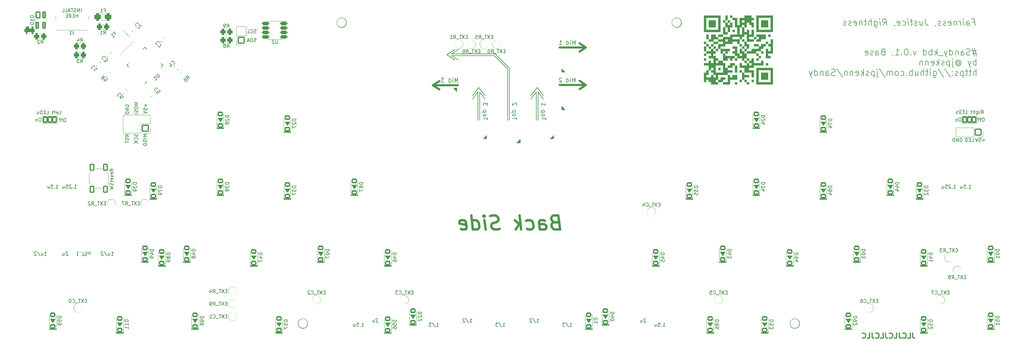
<source format=gbo>
G04 #@! TF.GenerationSoftware,KiCad,Pcbnew,(6.0.10-0)*
G04 #@! TF.CreationDate,2023-03-16T17:31:01+09:00*
G04 #@! TF.ProjectId,Sandy_Base,53616e64-795f-4426-9173-652e6b696361,v.0*
G04 #@! TF.SameCoordinates,Original*
G04 #@! TF.FileFunction,Legend,Bot*
G04 #@! TF.FilePolarity,Positive*
%FSLAX46Y46*%
G04 Gerber Fmt 4.6, Leading zero omitted, Abs format (unit mm)*
G04 Created by KiCad (PCBNEW (6.0.10-0)) date 2023-03-16 17:31:01*
%MOMM*%
%LPD*%
G01*
G04 APERTURE LIST*
G04 Aperture macros list*
%AMRoundRect*
0 Rectangle with rounded corners*
0 $1 Rounding radius*
0 $2 $3 $4 $5 $6 $7 $8 $9 X,Y pos of 4 corners*
0 Add a 4 corners polygon primitive as box body*
4,1,4,$2,$3,$4,$5,$6,$7,$8,$9,$2,$3,0*
0 Add four circle primitives for the rounded corners*
1,1,$1+$1,$2,$3*
1,1,$1+$1,$4,$5*
1,1,$1+$1,$6,$7*
1,1,$1+$1,$8,$9*
0 Add four rect primitives between the rounded corners*
20,1,$1+$1,$2,$3,$4,$5,0*
20,1,$1+$1,$4,$5,$6,$7,0*
20,1,$1+$1,$6,$7,$8,$9,0*
20,1,$1+$1,$8,$9,$2,$3,0*%
G04 Aperture macros list end*
%ADD10C,0.600000*%
%ADD11C,0.200000*%
%ADD12C,0.100000*%
%ADD13C,0.150000*%
%ADD14C,0.700000*%
%ADD15C,0.300000*%
%ADD16C,0.120000*%
%ADD17C,0.330000*%
%ADD18C,4.387800*%
%ADD19C,2.150000*%
%ADD20C,2.650000*%
%ADD21C,3.448000*%
%ADD22O,1.900000X3.200000*%
%ADD23O,2.000000X2.300000*%
%ADD24C,2.500000*%
%ADD25O,2.000000X1.700000*%
%ADD26O,2.100000X2.100000*%
%ADD27C,4.800000*%
%ADD28C,2.600000*%
%ADD29O,5.600000X2.800000*%
%ADD30O,9.400000X7.900000*%
%ADD31C,1.400000*%
%ADD32C,5.200000*%
%ADD33O,7.800000X5.000000*%
%ADD34RoundRect,0.450000X-0.350000X-0.450000X0.350000X-0.450000X0.350000X0.450000X-0.350000X0.450000X0*%
%ADD35RoundRect,0.200000X-0.500000X-0.750000X0.500000X-0.750000X0.500000X0.750000X-0.500000X0.750000X0*%
%ADD36RoundRect,0.450000X0.350000X0.450000X-0.350000X0.450000X-0.350000X-0.450000X0.350000X-0.450000X0*%
%ADD37RoundRect,0.450000X0.574524X0.097227X0.097227X0.574524X-0.574524X-0.097227X-0.097227X-0.574524X0*%
%ADD38RoundRect,0.200000X-0.850000X-0.850000X0.850000X-0.850000X0.850000X0.850000X-0.850000X0.850000X0*%
%ADD39C,2.400000*%
%ADD40RoundRect,0.450000X-0.574524X-0.097227X-0.097227X-0.574524X0.574524X0.097227X0.097227X0.574524X0*%
%ADD41RoundRect,0.200000X0.106066X1.378858X-1.378858X-0.106066X-0.106066X-1.378858X1.378858X0.106066X0*%
%ADD42RoundRect,0.450000X0.097227X-0.574524X0.574524X-0.097227X-0.097227X0.574524X-0.574524X0.097227X0*%
%ADD43RoundRect,0.200000X0.850000X-0.850000X0.850000X0.850000X-0.850000X0.850000X-0.850000X-0.850000X0*%
%ADD44RoundRect,0.450001X0.462499X0.624999X-0.462499X0.624999X-0.462499X-0.624999X0.462499X-0.624999X0*%
%ADD45RoundRect,0.200000X-0.500000X0.850000X-0.500000X-0.850000X0.500000X-0.850000X0.500000X0.850000X0*%
%ADD46RoundRect,0.200000X-0.300000X0.850000X-0.300000X-0.850000X0.300000X-0.850000X0.300000X0.850000X0*%
%ADD47RoundRect,0.450000X-0.565685X-0.070711X-0.070711X-0.565685X0.565685X0.070711X0.070711X0.565685X0*%
%ADD48RoundRect,0.450000X0.070711X-0.565685X0.565685X-0.070711X-0.070711X0.565685X-0.565685X0.070711X0*%
%ADD49RoundRect,0.350000X0.725000X0.150000X-0.725000X0.150000X-0.725000X-0.150000X0.725000X-0.150000X0*%
%ADD50C,1.100000*%
%ADD51O,1.300000X2.800000*%
%ADD52O,1.300000X2.100000*%
%ADD53RoundRect,0.200000X-0.159099X-0.335876X0.335876X0.159099X0.159099X0.335876X-0.335876X-0.159099X0*%
%ADD54RoundRect,0.200000X-0.335876X0.159099X0.159099X-0.335876X0.335876X-0.159099X-0.159099X0.335876X0*%
%ADD55RoundRect,0.200000X0.000000X-0.910400X0.910400X0.000000X0.000000X0.910400X-0.910400X0.000000X0*%
%ADD56RoundRect,0.200000X0.600000X-0.450000X0.600000X0.450000X-0.600000X0.450000X-0.600000X-0.450000X0*%
G04 APERTURE END LIST*
D10*
X179113904Y-27844780D02*
X180899841Y-29035405D01*
D11*
X142787935Y-30912405D02*
X144819935Y-29642405D01*
X159297935Y-49733805D02*
X159297935Y-34976405D01*
X152312935Y-43767405D02*
X150788935Y-41735405D01*
D10*
X179113904Y-30226030D02*
X180899841Y-29035405D01*
D11*
X148756935Y-43767405D02*
X150280935Y-41735405D01*
X142787935Y-31420405D02*
X144819935Y-32690405D01*
D12*
G36*
X22645935Y-23701405D02*
G01*
X23407935Y-23701405D01*
X23407935Y-23066405D01*
X23788935Y-23066405D01*
X23788935Y-23701405D01*
X24169935Y-23701405D01*
X24169935Y-24590405D01*
X23788935Y-24590405D01*
X23788935Y-25225405D01*
X23407935Y-25225405D01*
X23407935Y-24590405D01*
X22137935Y-24590405D01*
X22137935Y-25225405D01*
X21756935Y-25225405D01*
X21756935Y-24590405D01*
X21375935Y-24590405D01*
X21375935Y-23701405D01*
X21756935Y-23701405D01*
X21756935Y-23066405D01*
X22645935Y-23066405D01*
X22645935Y-23701405D01*
G37*
X22645935Y-23701405D02*
X23407935Y-23701405D01*
X23407935Y-23066405D01*
X23788935Y-23066405D01*
X23788935Y-23701405D01*
X24169935Y-23701405D01*
X24169935Y-24590405D01*
X23788935Y-24590405D01*
X23788935Y-25225405D01*
X23407935Y-25225405D01*
X23407935Y-24590405D01*
X22137935Y-24590405D01*
X22137935Y-25225405D01*
X21756935Y-25225405D01*
X21756935Y-24590405D01*
X21375935Y-24590405D01*
X21375935Y-23701405D01*
X21756935Y-23701405D01*
X21756935Y-23066405D01*
X22645935Y-23066405D01*
X22645935Y-23701405D01*
D10*
X139235904Y-40955943D02*
X137449967Y-39765318D01*
D11*
X166917935Y-49736405D02*
X166917935Y-41735405D01*
X167425935Y-49736405D02*
X167425935Y-41735405D01*
X158789935Y-49733805D02*
X158789935Y-35230405D01*
X152312935Y-42751405D02*
X150534935Y-40465405D01*
X165393935Y-43767405D02*
X166917935Y-41735405D01*
X165393935Y-42751405D02*
X167171935Y-40465405D01*
X150788935Y-49736405D02*
X150788935Y-41735405D01*
D10*
X137449967Y-39765318D02*
X144565935Y-39765318D01*
D11*
X155233935Y-30912405D02*
X159297935Y-34976405D01*
D10*
X180899841Y-39703405D02*
X173458435Y-39703405D01*
X179113904Y-40894030D02*
X180899841Y-39703405D01*
X180899841Y-29035405D02*
X173458435Y-29035405D01*
D11*
X154979935Y-31420405D02*
X158789935Y-35230405D01*
X168949935Y-42751405D02*
X167171935Y-40465405D01*
X141517935Y-31166405D02*
X143803935Y-29642405D01*
X148756935Y-42751405D02*
X150534935Y-40465405D01*
D10*
X179113904Y-38512780D02*
X180899841Y-39703405D01*
D11*
X142787935Y-31420405D02*
X154979935Y-31420405D01*
X168949935Y-43767405D02*
X167425935Y-41735405D01*
X150280935Y-49736405D02*
X150280935Y-41735405D01*
D10*
X139235904Y-38574693D02*
X137449967Y-39765318D01*
D11*
X142787935Y-30912405D02*
X155233935Y-30912405D01*
X141517935Y-31166405D02*
X143803935Y-32690405D01*
D13*
X37464982Y-18976265D02*
X37464982Y-17976265D01*
X36988792Y-18976265D02*
X36988792Y-17976265D01*
X36417363Y-18976265D01*
X36417363Y-17976265D01*
X35988792Y-18928646D02*
X35845935Y-18976265D01*
X35607839Y-18976265D01*
X35512601Y-18928646D01*
X35464982Y-18881027D01*
X35417363Y-18785789D01*
X35417363Y-18690551D01*
X35464982Y-18595313D01*
X35512601Y-18547694D01*
X35607839Y-18500075D01*
X35798315Y-18452456D01*
X35893554Y-18404837D01*
X35941173Y-18357218D01*
X35988792Y-18261980D01*
X35988792Y-18166742D01*
X35941173Y-18071504D01*
X35893554Y-18023885D01*
X35798315Y-17976265D01*
X35560220Y-17976265D01*
X35417363Y-18023885D01*
X35131649Y-17976265D02*
X34560220Y-17976265D01*
X34845935Y-18976265D02*
X34845935Y-17976265D01*
X34274506Y-18690551D02*
X33798315Y-18690551D01*
X34369744Y-18976265D02*
X34036411Y-17976265D01*
X33703077Y-18976265D01*
X32893554Y-18976265D02*
X33369744Y-18976265D01*
X33369744Y-17976265D01*
X32084030Y-18976265D02*
X32560220Y-18976265D01*
X32560220Y-17976265D01*
X36536411Y-20586265D02*
X36536411Y-19586265D01*
X36536411Y-20062456D02*
X35964982Y-20062456D01*
X35964982Y-20586265D02*
X35964982Y-19586265D01*
X35488792Y-20062456D02*
X35155458Y-20062456D01*
X35012601Y-20586265D02*
X35488792Y-20586265D01*
X35488792Y-19586265D01*
X35012601Y-19586265D01*
X34012601Y-20586265D02*
X34345935Y-20110075D01*
X34584030Y-20586265D02*
X34584030Y-19586265D01*
X34203077Y-19586265D01*
X34107839Y-19633885D01*
X34060220Y-19681504D01*
X34012601Y-19776742D01*
X34012601Y-19919599D01*
X34060220Y-20014837D01*
X34107839Y-20062456D01*
X34203077Y-20110075D01*
X34584030Y-20110075D01*
X33584030Y-20062456D02*
X33250696Y-20062456D01*
X33107839Y-20586265D02*
X33584030Y-20586265D01*
X33584030Y-19586265D01*
X33107839Y-19586265D01*
D11*
X292048077Y-30037940D02*
X290762363Y-30037940D01*
X291533792Y-29266512D02*
X292048077Y-31580797D01*
X290933792Y-30809369D02*
X292219506Y-30809369D01*
X291448077Y-31580797D02*
X290933792Y-29266512D01*
X290248077Y-31152226D02*
X289990935Y-31237940D01*
X289562363Y-31237940D01*
X289390935Y-31152226D01*
X289305220Y-31066512D01*
X289219506Y-30895083D01*
X289219506Y-30723655D01*
X289305220Y-30552226D01*
X289390935Y-30466512D01*
X289562363Y-30380797D01*
X289905220Y-30295083D01*
X290076649Y-30209369D01*
X290162363Y-30123655D01*
X290248077Y-29952226D01*
X290248077Y-29780797D01*
X290162363Y-29609369D01*
X290076649Y-29523655D01*
X289905220Y-29437940D01*
X289476649Y-29437940D01*
X289219506Y-29523655D01*
X287676649Y-31237940D02*
X287676649Y-30295083D01*
X287762363Y-30123655D01*
X287933792Y-30037940D01*
X288276649Y-30037940D01*
X288448077Y-30123655D01*
X287676649Y-31152226D02*
X287848077Y-31237940D01*
X288276649Y-31237940D01*
X288448077Y-31152226D01*
X288533792Y-30980797D01*
X288533792Y-30809369D01*
X288448077Y-30637940D01*
X288276649Y-30552226D01*
X287848077Y-30552226D01*
X287676649Y-30466512D01*
X286819506Y-30037940D02*
X286819506Y-31237940D01*
X286819506Y-30209369D02*
X286733792Y-30123655D01*
X286562363Y-30037940D01*
X286305220Y-30037940D01*
X286133792Y-30123655D01*
X286048077Y-30295083D01*
X286048077Y-31237940D01*
X284419506Y-31237940D02*
X284419506Y-29437940D01*
X284419506Y-31152226D02*
X284590935Y-31237940D01*
X284933792Y-31237940D01*
X285105220Y-31152226D01*
X285190935Y-31066512D01*
X285276649Y-30895083D01*
X285276649Y-30380797D01*
X285190935Y-30209369D01*
X285105220Y-30123655D01*
X284933792Y-30037940D01*
X284590935Y-30037940D01*
X284419506Y-30123655D01*
X283733792Y-30037940D02*
X283305220Y-31237940D01*
X282876649Y-30037940D02*
X283305220Y-31237940D01*
X283476649Y-31666512D01*
X283562363Y-31752226D01*
X283733792Y-31837940D01*
X282619506Y-31409369D02*
X281248077Y-31409369D01*
X280819506Y-31237940D02*
X280819506Y-29437940D01*
X280648077Y-30552226D02*
X280133792Y-31237940D01*
X280133792Y-30037940D02*
X280819506Y-30723655D01*
X279362363Y-31237940D02*
X279362363Y-29437940D01*
X279362363Y-30123655D02*
X279190935Y-30037940D01*
X278848077Y-30037940D01*
X278676649Y-30123655D01*
X278590935Y-30209369D01*
X278505220Y-30380797D01*
X278505220Y-30895083D01*
X278590935Y-31066512D01*
X278676649Y-31152226D01*
X278848077Y-31237940D01*
X279190935Y-31237940D01*
X279362363Y-31152226D01*
X276962363Y-31237940D02*
X276962363Y-29437940D01*
X276962363Y-31152226D02*
X277133792Y-31237940D01*
X277476649Y-31237940D01*
X277648077Y-31152226D01*
X277733792Y-31066512D01*
X277819506Y-30895083D01*
X277819506Y-30380797D01*
X277733792Y-30209369D01*
X277648077Y-30123655D01*
X277476649Y-30037940D01*
X277133792Y-30037940D01*
X276962363Y-30123655D01*
X274905220Y-30037940D02*
X274476649Y-31237940D01*
X274048077Y-30037940D01*
X273362363Y-31066512D02*
X273276649Y-31152226D01*
X273362363Y-31237940D01*
X273448077Y-31152226D01*
X273362363Y-31066512D01*
X273362363Y-31237940D01*
X272162363Y-29437940D02*
X271990935Y-29437940D01*
X271819506Y-29523655D01*
X271733792Y-29609369D01*
X271648077Y-29780797D01*
X271562363Y-30123655D01*
X271562363Y-30552226D01*
X271648077Y-30895083D01*
X271733792Y-31066512D01*
X271819506Y-31152226D01*
X271990935Y-31237940D01*
X272162363Y-31237940D01*
X272333792Y-31152226D01*
X272419506Y-31066512D01*
X272505220Y-30895083D01*
X272590935Y-30552226D01*
X272590935Y-30123655D01*
X272505220Y-29780797D01*
X272419506Y-29609369D01*
X272333792Y-29523655D01*
X272162363Y-29437940D01*
X270790935Y-31066512D02*
X270705220Y-31152226D01*
X270790935Y-31237940D01*
X270876649Y-31152226D01*
X270790935Y-31066512D01*
X270790935Y-31237940D01*
X268990935Y-31237940D02*
X270019506Y-31237940D01*
X269505220Y-31237940D02*
X269505220Y-29437940D01*
X269676649Y-29695083D01*
X269848077Y-29866512D01*
X270019506Y-29952226D01*
X268133792Y-31152226D02*
X268133792Y-31237940D01*
X268219506Y-31409369D01*
X268305220Y-31495083D01*
X265390935Y-30295083D02*
X265133792Y-30380797D01*
X265048077Y-30466512D01*
X264962363Y-30637940D01*
X264962363Y-30895083D01*
X265048077Y-31066512D01*
X265133792Y-31152226D01*
X265305220Y-31237940D01*
X265990935Y-31237940D01*
X265990935Y-29437940D01*
X265390935Y-29437940D01*
X265219506Y-29523655D01*
X265133792Y-29609369D01*
X265048077Y-29780797D01*
X265048077Y-29952226D01*
X265133792Y-30123655D01*
X265219506Y-30209369D01*
X265390935Y-30295083D01*
X265990935Y-30295083D01*
X263419506Y-31237940D02*
X263419506Y-30295083D01*
X263505220Y-30123655D01*
X263676649Y-30037940D01*
X264019506Y-30037940D01*
X264190935Y-30123655D01*
X263419506Y-31152226D02*
X263590935Y-31237940D01*
X264019506Y-31237940D01*
X264190935Y-31152226D01*
X264276649Y-30980797D01*
X264276649Y-30809369D01*
X264190935Y-30637940D01*
X264019506Y-30552226D01*
X263590935Y-30552226D01*
X263419506Y-30466512D01*
X262648077Y-31152226D02*
X262476649Y-31237940D01*
X262133792Y-31237940D01*
X261962363Y-31152226D01*
X261876649Y-30980797D01*
X261876649Y-30895083D01*
X261962363Y-30723655D01*
X262133792Y-30637940D01*
X262390935Y-30637940D01*
X262562363Y-30552226D01*
X262648077Y-30380797D01*
X262648077Y-30295083D01*
X262562363Y-30123655D01*
X262390935Y-30037940D01*
X262133792Y-30037940D01*
X261962363Y-30123655D01*
X260419506Y-31152226D02*
X260590935Y-31237940D01*
X260933792Y-31237940D01*
X261105220Y-31152226D01*
X261190935Y-30980797D01*
X261190935Y-30295083D01*
X261105220Y-30123655D01*
X260933792Y-30037940D01*
X260590935Y-30037940D01*
X260419506Y-30123655D01*
X260333792Y-30295083D01*
X260333792Y-30466512D01*
X261190935Y-30637940D01*
X291962363Y-34135940D02*
X291962363Y-32335940D01*
X291962363Y-33021655D02*
X291790935Y-32935940D01*
X291448077Y-32935940D01*
X291276649Y-33021655D01*
X291190935Y-33107369D01*
X291105220Y-33278797D01*
X291105220Y-33793083D01*
X291190935Y-33964512D01*
X291276649Y-34050226D01*
X291448077Y-34135940D01*
X291790935Y-34135940D01*
X291962363Y-34050226D01*
X290505220Y-32935940D02*
X290076649Y-34135940D01*
X289648077Y-32935940D02*
X290076649Y-34135940D01*
X290248077Y-34564512D01*
X290333792Y-34650226D01*
X290505220Y-34735940D01*
X286476649Y-33278797D02*
X286562363Y-33193083D01*
X286733792Y-33107369D01*
X286905220Y-33107369D01*
X287076649Y-33193083D01*
X287162363Y-33278797D01*
X287248077Y-33450226D01*
X287248077Y-33621655D01*
X287162363Y-33793083D01*
X287076649Y-33878797D01*
X286905220Y-33964512D01*
X286733792Y-33964512D01*
X286562363Y-33878797D01*
X286476649Y-33793083D01*
X286476649Y-33107369D02*
X286476649Y-33793083D01*
X286390935Y-33878797D01*
X286305220Y-33878797D01*
X286133792Y-33793083D01*
X286048077Y-33621655D01*
X286048077Y-33193083D01*
X286219506Y-32935940D01*
X286476649Y-32764512D01*
X286819506Y-32678797D01*
X287162363Y-32764512D01*
X287419506Y-32935940D01*
X287590935Y-33193083D01*
X287676649Y-33535940D01*
X287590935Y-33878797D01*
X287419506Y-34135940D01*
X287162363Y-34307369D01*
X286819506Y-34393083D01*
X286476649Y-34307369D01*
X286219506Y-34135940D01*
X285276649Y-32935940D02*
X285276649Y-34478797D01*
X285362363Y-34650226D01*
X285533792Y-34735940D01*
X285619506Y-34735940D01*
X285276649Y-32335940D02*
X285362363Y-32421655D01*
X285276649Y-32507369D01*
X285190935Y-32421655D01*
X285276649Y-32335940D01*
X285276649Y-32507369D01*
X284419506Y-32935940D02*
X284419506Y-34735940D01*
X284419506Y-33021655D02*
X284248077Y-32935940D01*
X283905220Y-32935940D01*
X283733792Y-33021655D01*
X283648077Y-33107369D01*
X283562363Y-33278797D01*
X283562363Y-33793083D01*
X283648077Y-33964512D01*
X283733792Y-34050226D01*
X283905220Y-34135940D01*
X284248077Y-34135940D01*
X284419506Y-34050226D01*
X282876649Y-34050226D02*
X282705220Y-34135940D01*
X282362363Y-34135940D01*
X282190935Y-34050226D01*
X282105220Y-33878797D01*
X282105220Y-33793083D01*
X282190935Y-33621655D01*
X282362363Y-33535940D01*
X282619506Y-33535940D01*
X282790935Y-33450226D01*
X282876649Y-33278797D01*
X282876649Y-33193083D01*
X282790935Y-33021655D01*
X282619506Y-32935940D01*
X282362363Y-32935940D01*
X282190935Y-33021655D01*
X281333792Y-34135940D02*
X281333792Y-32335940D01*
X281162363Y-33450226D02*
X280648077Y-34135940D01*
X280648077Y-32935940D02*
X281333792Y-33621655D01*
X279190935Y-34050226D02*
X279362363Y-34135940D01*
X279705220Y-34135940D01*
X279876649Y-34050226D01*
X279962363Y-33878797D01*
X279962363Y-33193083D01*
X279876649Y-33021655D01*
X279705220Y-32935940D01*
X279362363Y-32935940D01*
X279190935Y-33021655D01*
X279105220Y-33193083D01*
X279105220Y-33364512D01*
X279962363Y-33535940D01*
X278333792Y-32935940D02*
X278333792Y-34135940D01*
X278333792Y-33107369D02*
X278248077Y-33021655D01*
X278076649Y-32935940D01*
X277819506Y-32935940D01*
X277648077Y-33021655D01*
X277562363Y-33193083D01*
X277562363Y-34135940D01*
X276705220Y-32935940D02*
X276705220Y-34135940D01*
X276705220Y-33107369D02*
X276619506Y-33021655D01*
X276448077Y-32935940D01*
X276190935Y-32935940D01*
X276019506Y-33021655D01*
X275933792Y-33193083D01*
X275933792Y-34135940D01*
X291962363Y-37033940D02*
X291962363Y-35233940D01*
X291190935Y-37033940D02*
X291190935Y-36091083D01*
X291276649Y-35919655D01*
X291448077Y-35833940D01*
X291705220Y-35833940D01*
X291876649Y-35919655D01*
X291962363Y-36005369D01*
X290590935Y-35833940D02*
X289905220Y-35833940D01*
X290333792Y-35233940D02*
X290333792Y-36776797D01*
X290248077Y-36948226D01*
X290076649Y-37033940D01*
X289905220Y-37033940D01*
X289562363Y-35833940D02*
X288876649Y-35833940D01*
X289305220Y-35233940D02*
X289305220Y-36776797D01*
X289219506Y-36948226D01*
X289048077Y-37033940D01*
X288876649Y-37033940D01*
X288276649Y-35833940D02*
X288276649Y-37633940D01*
X288276649Y-35919655D02*
X288105220Y-35833940D01*
X287762363Y-35833940D01*
X287590935Y-35919655D01*
X287505220Y-36005369D01*
X287419506Y-36176797D01*
X287419506Y-36691083D01*
X287505220Y-36862512D01*
X287590935Y-36948226D01*
X287762363Y-37033940D01*
X288105220Y-37033940D01*
X288276649Y-36948226D01*
X286733792Y-36948226D02*
X286562363Y-37033940D01*
X286219506Y-37033940D01*
X286048077Y-36948226D01*
X285962363Y-36776797D01*
X285962363Y-36691083D01*
X286048077Y-36519655D01*
X286219506Y-36433940D01*
X286476649Y-36433940D01*
X286648077Y-36348226D01*
X286733792Y-36176797D01*
X286733792Y-36091083D01*
X286648077Y-35919655D01*
X286476649Y-35833940D01*
X286219506Y-35833940D01*
X286048077Y-35919655D01*
X285190935Y-36862512D02*
X285105220Y-36948226D01*
X285190935Y-37033940D01*
X285276649Y-36948226D01*
X285190935Y-36862512D01*
X285190935Y-37033940D01*
X285190935Y-35919655D02*
X285105220Y-36005369D01*
X285190935Y-36091083D01*
X285276649Y-36005369D01*
X285190935Y-35919655D01*
X285190935Y-36091083D01*
X283048077Y-35148226D02*
X284590935Y-37462512D01*
X281162363Y-35148226D02*
X282705220Y-37462512D01*
X279790935Y-35833940D02*
X279790935Y-37291083D01*
X279876649Y-37462512D01*
X279962363Y-37548226D01*
X280133792Y-37633940D01*
X280390935Y-37633940D01*
X280562363Y-37548226D01*
X279790935Y-36948226D02*
X279962363Y-37033940D01*
X280305220Y-37033940D01*
X280476649Y-36948226D01*
X280562363Y-36862512D01*
X280648077Y-36691083D01*
X280648077Y-36176797D01*
X280562363Y-36005369D01*
X280476649Y-35919655D01*
X280305220Y-35833940D01*
X279962363Y-35833940D01*
X279790935Y-35919655D01*
X278933792Y-37033940D02*
X278933792Y-35833940D01*
X278933792Y-35233940D02*
X279019506Y-35319655D01*
X278933792Y-35405369D01*
X278848077Y-35319655D01*
X278933792Y-35233940D01*
X278933792Y-35405369D01*
X278333792Y-35833940D02*
X277648077Y-35833940D01*
X278076649Y-35233940D02*
X278076649Y-36776797D01*
X277990935Y-36948226D01*
X277819506Y-37033940D01*
X277648077Y-37033940D01*
X277048077Y-37033940D02*
X277048077Y-35233940D01*
X276276649Y-37033940D02*
X276276649Y-36091083D01*
X276362363Y-35919655D01*
X276533792Y-35833940D01*
X276790935Y-35833940D01*
X276962363Y-35919655D01*
X277048077Y-36005369D01*
X274648077Y-35833940D02*
X274648077Y-37033940D01*
X275419506Y-35833940D02*
X275419506Y-36776797D01*
X275333792Y-36948226D01*
X275162363Y-37033940D01*
X274905220Y-37033940D01*
X274733792Y-36948226D01*
X274648077Y-36862512D01*
X273790935Y-37033940D02*
X273790935Y-35233940D01*
X273790935Y-35919655D02*
X273619506Y-35833940D01*
X273276649Y-35833940D01*
X273105220Y-35919655D01*
X273019506Y-36005369D01*
X272933792Y-36176797D01*
X272933792Y-36691083D01*
X273019506Y-36862512D01*
X273105220Y-36948226D01*
X273276649Y-37033940D01*
X273619506Y-37033940D01*
X273790935Y-36948226D01*
X272162363Y-36862512D02*
X272076649Y-36948226D01*
X272162363Y-37033940D01*
X272248077Y-36948226D01*
X272162363Y-36862512D01*
X272162363Y-37033940D01*
X270533792Y-36948226D02*
X270705220Y-37033940D01*
X271048077Y-37033940D01*
X271219506Y-36948226D01*
X271305220Y-36862512D01*
X271390935Y-36691083D01*
X271390935Y-36176797D01*
X271305220Y-36005369D01*
X271219506Y-35919655D01*
X271048077Y-35833940D01*
X270705220Y-35833940D01*
X270533792Y-35919655D01*
X269505220Y-37033940D02*
X269676649Y-36948226D01*
X269762363Y-36862512D01*
X269848077Y-36691083D01*
X269848077Y-36176797D01*
X269762363Y-36005369D01*
X269676649Y-35919655D01*
X269505220Y-35833940D01*
X269248077Y-35833940D01*
X269076649Y-35919655D01*
X268990935Y-36005369D01*
X268905220Y-36176797D01*
X268905220Y-36691083D01*
X268990935Y-36862512D01*
X269076649Y-36948226D01*
X269248077Y-37033940D01*
X269505220Y-37033940D01*
X268133792Y-37033940D02*
X268133792Y-35833940D01*
X268133792Y-36005369D02*
X268048077Y-35919655D01*
X267876649Y-35833940D01*
X267619506Y-35833940D01*
X267448077Y-35919655D01*
X267362363Y-36091083D01*
X267362363Y-37033940D01*
X267362363Y-36091083D02*
X267276649Y-35919655D01*
X267105220Y-35833940D01*
X266848077Y-35833940D01*
X266676649Y-35919655D01*
X266590935Y-36091083D01*
X266590935Y-37033940D01*
X264448077Y-35148226D02*
X265990935Y-37462512D01*
X263848077Y-35833940D02*
X263848077Y-37376797D01*
X263933792Y-37548226D01*
X264105220Y-37633940D01*
X264190935Y-37633940D01*
X263848077Y-35233940D02*
X263933792Y-35319655D01*
X263848077Y-35405369D01*
X263762363Y-35319655D01*
X263848077Y-35233940D01*
X263848077Y-35405369D01*
X262990935Y-35833940D02*
X262990935Y-37633940D01*
X262990935Y-35919655D02*
X262819506Y-35833940D01*
X262476649Y-35833940D01*
X262305220Y-35919655D01*
X262219506Y-36005369D01*
X262133792Y-36176797D01*
X262133792Y-36691083D01*
X262219506Y-36862512D01*
X262305220Y-36948226D01*
X262476649Y-37033940D01*
X262819506Y-37033940D01*
X262990935Y-36948226D01*
X261448077Y-36948226D02*
X261276649Y-37033940D01*
X260933792Y-37033940D01*
X260762363Y-36948226D01*
X260676649Y-36776797D01*
X260676649Y-36691083D01*
X260762363Y-36519655D01*
X260933792Y-36433940D01*
X261190935Y-36433940D01*
X261362363Y-36348226D01*
X261448077Y-36176797D01*
X261448077Y-36091083D01*
X261362363Y-35919655D01*
X261190935Y-35833940D01*
X260933792Y-35833940D01*
X260762363Y-35919655D01*
X259905220Y-37033940D02*
X259905220Y-35233940D01*
X259733792Y-36348226D02*
X259219506Y-37033940D01*
X259219506Y-35833940D02*
X259905220Y-36519655D01*
X257762363Y-36948226D02*
X257933792Y-37033940D01*
X258276649Y-37033940D01*
X258448077Y-36948226D01*
X258533792Y-36776797D01*
X258533792Y-36091083D01*
X258448077Y-35919655D01*
X258276649Y-35833940D01*
X257933792Y-35833940D01*
X257762363Y-35919655D01*
X257676649Y-36091083D01*
X257676649Y-36262512D01*
X258533792Y-36433940D01*
X256905220Y-35833940D02*
X256905220Y-37033940D01*
X256905220Y-36005369D02*
X256819506Y-35919655D01*
X256648077Y-35833940D01*
X256390935Y-35833940D01*
X256219506Y-35919655D01*
X256133792Y-36091083D01*
X256133792Y-37033940D01*
X255276649Y-35833940D02*
X255276649Y-37033940D01*
X255276649Y-36005369D02*
X255190935Y-35919655D01*
X255019506Y-35833940D01*
X254762363Y-35833940D01*
X254590935Y-35919655D01*
X254505220Y-36091083D01*
X254505220Y-37033940D01*
X252362363Y-35148226D02*
X253905220Y-37462512D01*
X251848077Y-36948226D02*
X251590935Y-37033940D01*
X251162363Y-37033940D01*
X250990935Y-36948226D01*
X250905220Y-36862512D01*
X250819506Y-36691083D01*
X250819506Y-36519655D01*
X250905220Y-36348226D01*
X250990935Y-36262512D01*
X251162363Y-36176797D01*
X251505220Y-36091083D01*
X251676649Y-36005369D01*
X251762363Y-35919655D01*
X251848077Y-35748226D01*
X251848077Y-35576797D01*
X251762363Y-35405369D01*
X251676649Y-35319655D01*
X251505220Y-35233940D01*
X251076649Y-35233940D01*
X250819506Y-35319655D01*
X249276649Y-37033940D02*
X249276649Y-36091083D01*
X249362363Y-35919655D01*
X249533792Y-35833940D01*
X249876649Y-35833940D01*
X250048077Y-35919655D01*
X249276649Y-36948226D02*
X249448077Y-37033940D01*
X249876649Y-37033940D01*
X250048077Y-36948226D01*
X250133792Y-36776797D01*
X250133792Y-36605369D01*
X250048077Y-36433940D01*
X249876649Y-36348226D01*
X249448077Y-36348226D01*
X249276649Y-36262512D01*
X248419506Y-35833940D02*
X248419506Y-37033940D01*
X248419506Y-36005369D02*
X248333792Y-35919655D01*
X248162363Y-35833940D01*
X247905220Y-35833940D01*
X247733792Y-35919655D01*
X247648077Y-36091083D01*
X247648077Y-37033940D01*
X246019506Y-37033940D02*
X246019506Y-35233940D01*
X246019506Y-36948226D02*
X246190935Y-37033940D01*
X246533792Y-37033940D01*
X246705220Y-36948226D01*
X246790935Y-36862512D01*
X246876649Y-36691083D01*
X246876649Y-36176797D01*
X246790935Y-36005369D01*
X246705220Y-35919655D01*
X246533792Y-35833940D01*
X246190935Y-35833940D01*
X246019506Y-35919655D01*
X245333792Y-35833940D02*
X244905220Y-37033940D01*
X244476649Y-35833940D02*
X244905220Y-37033940D01*
X245076649Y-37462512D01*
X245162363Y-37548226D01*
X245333792Y-37633940D01*
X144537077Y-38990550D02*
X144537077Y-37790550D01*
X144137077Y-38647693D01*
X143737077Y-37790550D01*
X143737077Y-38990550D01*
X143165649Y-38990550D02*
X143165649Y-38190550D01*
X143165649Y-37790550D02*
X143222792Y-37847693D01*
X143165649Y-37904835D01*
X143108506Y-37847693D01*
X143165649Y-37790550D01*
X143165649Y-37904835D01*
X142079935Y-38990550D02*
X142079935Y-37790550D01*
X142079935Y-38933407D02*
X142194220Y-38990550D01*
X142422792Y-38990550D01*
X142537077Y-38933407D01*
X142594220Y-38876264D01*
X142651363Y-38761978D01*
X142651363Y-38419121D01*
X142594220Y-38304835D01*
X142537077Y-38247693D01*
X142422792Y-38190550D01*
X142194220Y-38190550D01*
X142079935Y-38247693D01*
X140708506Y-37790550D02*
X139965649Y-37790550D01*
X140365649Y-38247693D01*
X140194220Y-38247693D01*
X140079935Y-38304835D01*
X140022792Y-38361978D01*
X139965649Y-38476264D01*
X139965649Y-38761978D01*
X140022792Y-38876264D01*
X140079935Y-38933407D01*
X140194220Y-38990550D01*
X140537077Y-38990550D01*
X140651363Y-38933407D01*
X140708506Y-38876264D01*
X177988077Y-38928637D02*
X177988077Y-37728637D01*
X177588077Y-38585780D01*
X177188077Y-37728637D01*
X177188077Y-38928637D01*
X176616649Y-38928637D02*
X176616649Y-38128637D01*
X176616649Y-37728637D02*
X176673792Y-37785780D01*
X176616649Y-37842922D01*
X176559506Y-37785780D01*
X176616649Y-37728637D01*
X176616649Y-37842922D01*
X175530935Y-38928637D02*
X175530935Y-37728637D01*
X175530935Y-38871494D02*
X175645220Y-38928637D01*
X175873792Y-38928637D01*
X175988077Y-38871494D01*
X176045220Y-38814351D01*
X176102363Y-38700065D01*
X176102363Y-38357208D01*
X176045220Y-38242922D01*
X175988077Y-38185780D01*
X175873792Y-38128637D01*
X175645220Y-38128637D01*
X175530935Y-38185780D01*
X174102363Y-37842922D02*
X174045220Y-37785780D01*
X173930935Y-37728637D01*
X173645220Y-37728637D01*
X173530935Y-37785780D01*
X173473792Y-37842922D01*
X173416649Y-37957208D01*
X173416649Y-38071494D01*
X173473792Y-38242922D01*
X174159506Y-38928637D01*
X173416649Y-38928637D01*
D14*
X172049625Y-78787690D02*
X171502006Y-78978166D01*
X171335339Y-79168643D01*
X171192482Y-79549595D01*
X171263911Y-80121024D01*
X171502006Y-80501976D01*
X171716292Y-80692452D01*
X172121054Y-80882928D01*
X173644863Y-80882928D01*
X173144863Y-76882928D01*
X171811530Y-76882928D01*
X171454387Y-77073405D01*
X171287720Y-77263881D01*
X171144863Y-77644833D01*
X171192482Y-78025785D01*
X171430577Y-78406738D01*
X171644863Y-78597214D01*
X172049625Y-78787690D01*
X173382958Y-78787690D01*
X167930577Y-80882928D02*
X167668673Y-78787690D01*
X167811530Y-78406738D01*
X168168673Y-78216262D01*
X168930577Y-78216262D01*
X169335339Y-78406738D01*
X167906768Y-80692452D02*
X168311530Y-80882928D01*
X169263911Y-80882928D01*
X169621054Y-80692452D01*
X169763911Y-80311500D01*
X169716292Y-79930547D01*
X169478196Y-79549595D01*
X169073435Y-79359119D01*
X168121054Y-79359119D01*
X167716292Y-79168643D01*
X164287720Y-80692452D02*
X164692482Y-80882928D01*
X165454387Y-80882928D01*
X165811530Y-80692452D01*
X165978196Y-80501976D01*
X166121054Y-80121024D01*
X165978196Y-78978166D01*
X165740101Y-78597214D01*
X165525815Y-78406738D01*
X165121054Y-78216262D01*
X164359149Y-78216262D01*
X164002006Y-78406738D01*
X162597244Y-80882928D02*
X162097244Y-76882928D01*
X162025815Y-79359119D02*
X161073435Y-80882928D01*
X160740101Y-78216262D02*
X162454387Y-79740071D01*
X156478196Y-80692452D02*
X155930577Y-80882928D01*
X154978196Y-80882928D01*
X154573435Y-80692452D01*
X154359149Y-80501976D01*
X154121054Y-80121024D01*
X154073435Y-79740071D01*
X154216292Y-79359119D01*
X154382958Y-79168643D01*
X154740101Y-78978166D01*
X155478196Y-78787690D01*
X155835339Y-78597214D01*
X156002006Y-78406738D01*
X156144863Y-78025785D01*
X156097244Y-77644833D01*
X155859149Y-77263881D01*
X155644863Y-77073405D01*
X155240101Y-76882928D01*
X154287720Y-76882928D01*
X153740101Y-77073405D01*
X152502006Y-80882928D02*
X152168673Y-78216262D01*
X152002006Y-76882928D02*
X152216292Y-77073405D01*
X152049625Y-77263881D01*
X151835339Y-77073405D01*
X152002006Y-76882928D01*
X152049625Y-77263881D01*
X148882958Y-80882928D02*
X148382958Y-76882928D01*
X148859149Y-80692452D02*
X149263911Y-80882928D01*
X150025815Y-80882928D01*
X150382958Y-80692452D01*
X150549625Y-80501976D01*
X150692482Y-80121024D01*
X150549625Y-78978166D01*
X150311530Y-78597214D01*
X150097244Y-78406738D01*
X149692482Y-78216262D01*
X148930577Y-78216262D01*
X148573435Y-78406738D01*
X145430577Y-80692452D02*
X145835339Y-80882928D01*
X146597244Y-80882928D01*
X146954387Y-80692452D01*
X147097244Y-80311500D01*
X146906768Y-78787690D01*
X146668673Y-78406738D01*
X146263911Y-78216262D01*
X145502006Y-78216262D01*
X145144863Y-78406738D01*
X145002006Y-78787690D01*
X145049625Y-79168643D01*
X147002006Y-79549595D01*
D11*
X161328077Y-49628147D02*
X161328077Y-48942433D01*
X160128077Y-49285290D02*
X161328077Y-49285290D01*
X160128077Y-48371005D02*
X160185220Y-48485290D01*
X160242363Y-48542433D01*
X160356649Y-48599576D01*
X160699506Y-48599576D01*
X160813792Y-48542433D01*
X160870935Y-48485290D01*
X160928077Y-48371005D01*
X160928077Y-48199576D01*
X160870935Y-48085290D01*
X160813792Y-48028147D01*
X160699506Y-47971005D01*
X160356649Y-47971005D01*
X160242363Y-48028147D01*
X160185220Y-48085290D01*
X160128077Y-48199576D01*
X160128077Y-48371005D01*
X160928077Y-47456719D02*
X159728077Y-47456719D01*
X160870935Y-47456719D02*
X160928077Y-47342433D01*
X160928077Y-47113862D01*
X160870935Y-46999576D01*
X160813792Y-46942433D01*
X160699506Y-46885290D01*
X160356649Y-46885290D01*
X160242363Y-46942433D01*
X160185220Y-46999576D01*
X160128077Y-47113862D01*
X160128077Y-47342433D01*
X160185220Y-47456719D01*
X161213792Y-45513862D02*
X161270935Y-45456719D01*
X161328077Y-45342433D01*
X161328077Y-45056719D01*
X161270935Y-44942433D01*
X161213792Y-44885290D01*
X161099506Y-44828147D01*
X160985220Y-44828147D01*
X160813792Y-44885290D01*
X160128077Y-45571005D01*
X160128077Y-44828147D01*
X177988077Y-28260637D02*
X177988077Y-27060637D01*
X177588077Y-27917780D01*
X177188077Y-27060637D01*
X177188077Y-28260637D01*
X176616649Y-28260637D02*
X176616649Y-27460637D01*
X176616649Y-27060637D02*
X176673792Y-27117780D01*
X176616649Y-27174922D01*
X176559506Y-27117780D01*
X176616649Y-27060637D01*
X176616649Y-27174922D01*
X175530935Y-28260637D02*
X175530935Y-27060637D01*
X175530935Y-28203494D02*
X175645220Y-28260637D01*
X175873792Y-28260637D01*
X175988077Y-28203494D01*
X176045220Y-28146351D01*
X176102363Y-28032065D01*
X176102363Y-27689208D01*
X176045220Y-27574922D01*
X175988077Y-27517780D01*
X175873792Y-27460637D01*
X175645220Y-27460637D01*
X175530935Y-27517780D01*
X173416649Y-28260637D02*
X174102363Y-28260637D01*
X173759506Y-28260637D02*
X173759506Y-27060637D01*
X173873792Y-27232065D01*
X173988077Y-27346351D01*
X174102363Y-27403494D01*
X152970077Y-49653547D02*
X152970077Y-48967833D01*
X151770077Y-49310690D02*
X152970077Y-49310690D01*
X151770077Y-48396405D02*
X151827220Y-48510690D01*
X151884363Y-48567833D01*
X151998649Y-48624976D01*
X152341506Y-48624976D01*
X152455792Y-48567833D01*
X152512935Y-48510690D01*
X152570077Y-48396405D01*
X152570077Y-48224976D01*
X152512935Y-48110690D01*
X152455792Y-48053547D01*
X152341506Y-47996405D01*
X151998649Y-47996405D01*
X151884363Y-48053547D01*
X151827220Y-48110690D01*
X151770077Y-48224976D01*
X151770077Y-48396405D01*
X152570077Y-47482119D02*
X151370077Y-47482119D01*
X152512935Y-47482119D02*
X152570077Y-47367833D01*
X152570077Y-47139262D01*
X152512935Y-47024976D01*
X152455792Y-46967833D01*
X152341506Y-46910690D01*
X151998649Y-46910690D01*
X151884363Y-46967833D01*
X151827220Y-47024976D01*
X151770077Y-47139262D01*
X151770077Y-47367833D01*
X151827220Y-47482119D01*
X152970077Y-45596405D02*
X152970077Y-44853547D01*
X152512935Y-45253547D01*
X152512935Y-45082119D01*
X152455792Y-44967833D01*
X152398649Y-44910690D01*
X152284363Y-44853547D01*
X151998649Y-44853547D01*
X151884363Y-44910690D01*
X151827220Y-44967833D01*
X151770077Y-45082119D01*
X151770077Y-45424976D01*
X151827220Y-45539262D01*
X151884363Y-45596405D01*
X169607077Y-49653547D02*
X169607077Y-48967833D01*
X168407077Y-49310690D02*
X169607077Y-49310690D01*
X168407077Y-48396405D02*
X168464220Y-48510690D01*
X168521363Y-48567833D01*
X168635649Y-48624976D01*
X168978506Y-48624976D01*
X169092792Y-48567833D01*
X169149935Y-48510690D01*
X169207077Y-48396405D01*
X169207077Y-48224976D01*
X169149935Y-48110690D01*
X169092792Y-48053547D01*
X168978506Y-47996405D01*
X168635649Y-47996405D01*
X168521363Y-48053547D01*
X168464220Y-48110690D01*
X168407077Y-48224976D01*
X168407077Y-48396405D01*
X169207077Y-47482119D02*
X168007077Y-47482119D01*
X169149935Y-47482119D02*
X169207077Y-47367833D01*
X169207077Y-47139262D01*
X169149935Y-47024976D01*
X169092792Y-46967833D01*
X168978506Y-46910690D01*
X168635649Y-46910690D01*
X168521363Y-46967833D01*
X168464220Y-47024976D01*
X168407077Y-47139262D01*
X168407077Y-47367833D01*
X168464220Y-47482119D01*
X168407077Y-44853547D02*
X168407077Y-45539262D01*
X168407077Y-45196405D02*
X169607077Y-45196405D01*
X169435649Y-45310690D01*
X169321363Y-45424976D01*
X169264220Y-45539262D01*
D15*
X273922506Y-110287726D02*
X273922506Y-111359155D01*
X273993935Y-111573440D01*
X274136792Y-111716297D01*
X274351077Y-111787726D01*
X274493935Y-111787726D01*
X272493935Y-111787726D02*
X273208220Y-111787726D01*
X273208220Y-110287726D01*
X271136792Y-111644869D02*
X271208220Y-111716297D01*
X271422506Y-111787726D01*
X271565363Y-111787726D01*
X271779649Y-111716297D01*
X271922506Y-111573440D01*
X271993935Y-111430583D01*
X272065363Y-111144869D01*
X272065363Y-110930583D01*
X271993935Y-110644869D01*
X271922506Y-110502012D01*
X271779649Y-110359155D01*
X271565363Y-110287726D01*
X271422506Y-110287726D01*
X271208220Y-110359155D01*
X271136792Y-110430583D01*
X270065363Y-110287726D02*
X270065363Y-111359155D01*
X270136792Y-111573440D01*
X270279649Y-111716297D01*
X270493935Y-111787726D01*
X270636792Y-111787726D01*
X268636792Y-111787726D02*
X269351077Y-111787726D01*
X269351077Y-110287726D01*
X267279649Y-111644869D02*
X267351077Y-111716297D01*
X267565363Y-111787726D01*
X267708220Y-111787726D01*
X267922506Y-111716297D01*
X268065363Y-111573440D01*
X268136792Y-111430583D01*
X268208220Y-111144869D01*
X268208220Y-110930583D01*
X268136792Y-110644869D01*
X268065363Y-110502012D01*
X267922506Y-110359155D01*
X267708220Y-110287726D01*
X267565363Y-110287726D01*
X267351077Y-110359155D01*
X267279649Y-110430583D01*
X266208220Y-110287726D02*
X266208220Y-111359155D01*
X266279649Y-111573440D01*
X266422506Y-111716297D01*
X266636792Y-111787726D01*
X266779649Y-111787726D01*
X264779649Y-111787726D02*
X265493935Y-111787726D01*
X265493935Y-110287726D01*
X263422506Y-111644869D02*
X263493935Y-111716297D01*
X263708220Y-111787726D01*
X263851077Y-111787726D01*
X264065363Y-111716297D01*
X264208220Y-111573440D01*
X264279649Y-111430583D01*
X264351077Y-111144869D01*
X264351077Y-110930583D01*
X264279649Y-110644869D01*
X264208220Y-110502012D01*
X264065363Y-110359155D01*
X263851077Y-110287726D01*
X263708220Y-110287726D01*
X263493935Y-110359155D01*
X263422506Y-110430583D01*
X262351077Y-110287726D02*
X262351077Y-111359155D01*
X262422506Y-111573440D01*
X262565363Y-111716297D01*
X262779649Y-111787726D01*
X262922506Y-111787726D01*
X260922506Y-111787726D02*
X261636792Y-111787726D01*
X261636792Y-110287726D01*
X259565363Y-111644869D02*
X259636792Y-111716297D01*
X259851077Y-111787726D01*
X259993935Y-111787726D01*
X260208220Y-111716297D01*
X260351077Y-111573440D01*
X260422506Y-111430583D01*
X260493935Y-111144869D01*
X260493935Y-110930583D01*
X260422506Y-110644869D01*
X260351077Y-110502012D01*
X260208220Y-110359155D01*
X259993935Y-110287726D01*
X259851077Y-110287726D01*
X259636792Y-110359155D01*
X259565363Y-110430583D01*
D11*
X290932167Y-21794833D02*
X291532167Y-21794833D01*
X291650024Y-22737690D02*
X291425024Y-20937690D01*
X290567881Y-20937690D01*
X289335738Y-22737690D02*
X289217881Y-21794833D01*
X289282167Y-21623405D01*
X289442881Y-21537690D01*
X289785738Y-21537690D01*
X289967881Y-21623405D01*
X289325024Y-22651976D02*
X289507167Y-22737690D01*
X289935738Y-22737690D01*
X290096452Y-22651976D01*
X290160738Y-22480547D01*
X290139310Y-22309119D01*
X290032167Y-22137690D01*
X289850024Y-22051976D01*
X289421452Y-22051976D01*
X289239310Y-21966262D01*
X288478595Y-22737690D02*
X288328595Y-21537690D01*
X288253595Y-20937690D02*
X288350024Y-21023405D01*
X288275024Y-21109119D01*
X288178595Y-21023405D01*
X288253595Y-20937690D01*
X288275024Y-21109119D01*
X287621452Y-22737690D02*
X287471452Y-21537690D01*
X287514310Y-21880547D02*
X287407167Y-21709119D01*
X287310738Y-21623405D01*
X287128595Y-21537690D01*
X286957167Y-21537690D01*
X286357167Y-21537690D02*
X286507167Y-22737690D01*
X286378595Y-21709119D02*
X286282167Y-21623405D01*
X286100024Y-21537690D01*
X285842881Y-21537690D01*
X285682167Y-21623405D01*
X285617881Y-21794833D01*
X285735738Y-22737690D01*
X284182167Y-22651976D02*
X284364310Y-22737690D01*
X284707167Y-22737690D01*
X284867881Y-22651976D01*
X284932167Y-22480547D01*
X284846452Y-21794833D01*
X284739310Y-21623405D01*
X284557167Y-21537690D01*
X284214310Y-21537690D01*
X284053595Y-21623405D01*
X283989310Y-21794833D01*
X284010738Y-21966262D01*
X284889310Y-22137690D01*
X283410738Y-22651976D02*
X283250024Y-22737690D01*
X282907167Y-22737690D01*
X282725024Y-22651976D01*
X282617881Y-22480547D01*
X282607167Y-22394833D01*
X282671452Y-22223405D01*
X282832167Y-22137690D01*
X283089310Y-22137690D01*
X283250024Y-22051976D01*
X283314310Y-21880547D01*
X283303595Y-21794833D01*
X283196452Y-21623405D01*
X283014310Y-21537690D01*
X282757167Y-21537690D01*
X282596452Y-21623405D01*
X281953595Y-22651976D02*
X281792881Y-22737690D01*
X281450024Y-22737690D01*
X281267881Y-22651976D01*
X281160738Y-22480547D01*
X281150024Y-22394833D01*
X281214310Y-22223405D01*
X281375024Y-22137690D01*
X281632167Y-22137690D01*
X281792881Y-22051976D01*
X281857167Y-21880547D01*
X281846452Y-21794833D01*
X281739310Y-21623405D01*
X281557167Y-21537690D01*
X281300024Y-21537690D01*
X281139310Y-21623405D01*
X280325024Y-22651976D02*
X280335738Y-22737690D01*
X280442881Y-22909119D01*
X280539310Y-22994833D01*
X277453595Y-20937690D02*
X277614310Y-22223405D01*
X277732167Y-22480547D01*
X277925024Y-22651976D01*
X278192881Y-22737690D01*
X278364310Y-22737690D01*
X275900024Y-21537690D02*
X276050024Y-22737690D01*
X276671452Y-21537690D02*
X276789310Y-22480547D01*
X276725024Y-22651976D01*
X276564310Y-22737690D01*
X276307167Y-22737690D01*
X276125024Y-22651976D01*
X276028595Y-22566262D01*
X275267881Y-22651976D02*
X275107167Y-22737690D01*
X274764310Y-22737690D01*
X274582167Y-22651976D01*
X274475024Y-22480547D01*
X274464310Y-22394833D01*
X274528595Y-22223405D01*
X274689310Y-22137690D01*
X274946452Y-22137690D01*
X275107167Y-22051976D01*
X275171452Y-21880547D01*
X275160738Y-21794833D01*
X275053595Y-21623405D01*
X274871452Y-21537690D01*
X274614310Y-21537690D01*
X274453595Y-21623405D01*
X273842881Y-21537690D02*
X273157167Y-21537690D01*
X273510738Y-20937690D02*
X273703595Y-22480547D01*
X273639310Y-22651976D01*
X273478595Y-22737690D01*
X273307167Y-22737690D01*
X272707167Y-22737690D02*
X272557167Y-21537690D01*
X272482167Y-20937690D02*
X272578595Y-21023405D01*
X272503595Y-21109119D01*
X272407167Y-21023405D01*
X272482167Y-20937690D01*
X272503595Y-21109119D01*
X271067881Y-22651976D02*
X271250024Y-22737690D01*
X271592881Y-22737690D01*
X271753595Y-22651976D01*
X271828595Y-22566262D01*
X271892881Y-22394833D01*
X271828595Y-21880547D01*
X271721452Y-21709119D01*
X271625024Y-21623405D01*
X271442881Y-21537690D01*
X271100024Y-21537690D01*
X270939310Y-21623405D01*
X269610738Y-22651976D02*
X269792881Y-22737690D01*
X270135738Y-22737690D01*
X270296452Y-22651976D01*
X270360738Y-22480547D01*
X270275024Y-21794833D01*
X270167881Y-21623405D01*
X269985738Y-21537690D01*
X269642881Y-21537690D01*
X269482167Y-21623405D01*
X269417881Y-21794833D01*
X269439310Y-21966262D01*
X270317881Y-22137690D01*
X268667881Y-22651976D02*
X268678595Y-22737690D01*
X268785738Y-22909119D01*
X268882167Y-22994833D01*
X265507167Y-22737690D02*
X266000024Y-21880547D01*
X266535738Y-22737690D02*
X266310738Y-20937690D01*
X265625024Y-20937690D01*
X265464310Y-21023405D01*
X265389310Y-21109119D01*
X265325024Y-21280547D01*
X265357167Y-21537690D01*
X265464310Y-21709119D01*
X265560738Y-21794833D01*
X265742881Y-21880547D01*
X266428595Y-21880547D01*
X264735738Y-22737690D02*
X264585738Y-21537690D01*
X264510738Y-20937690D02*
X264607167Y-21023405D01*
X264532167Y-21109119D01*
X264435738Y-21023405D01*
X264510738Y-20937690D01*
X264532167Y-21109119D01*
X262957167Y-21537690D02*
X263139310Y-22994833D01*
X263246452Y-23166262D01*
X263342881Y-23251976D01*
X263525024Y-23337690D01*
X263782167Y-23337690D01*
X263942881Y-23251976D01*
X263096452Y-22651976D02*
X263278595Y-22737690D01*
X263621452Y-22737690D01*
X263782167Y-22651976D01*
X263857167Y-22566262D01*
X263921452Y-22394833D01*
X263857167Y-21880547D01*
X263750024Y-21709119D01*
X263653595Y-21623405D01*
X263471452Y-21537690D01*
X263128595Y-21537690D01*
X262967881Y-21623405D01*
X262250024Y-22737690D02*
X262025024Y-20937690D01*
X261478595Y-22737690D02*
X261360738Y-21794833D01*
X261425024Y-21623405D01*
X261585738Y-21537690D01*
X261842881Y-21537690D01*
X262025024Y-21623405D01*
X262121452Y-21709119D01*
X260728595Y-21537690D02*
X260042881Y-21537690D01*
X260396452Y-20937690D02*
X260589310Y-22480547D01*
X260525024Y-22651976D01*
X260364310Y-22737690D01*
X260192881Y-22737690D01*
X259442881Y-21537690D02*
X259592881Y-22737690D01*
X259464310Y-21709119D02*
X259367881Y-21623405D01*
X259185738Y-21537690D01*
X258928595Y-21537690D01*
X258767881Y-21623405D01*
X258703595Y-21794833D01*
X258821452Y-22737690D01*
X257267881Y-22651976D02*
X257450024Y-22737690D01*
X257792881Y-22737690D01*
X257953595Y-22651976D01*
X258017881Y-22480547D01*
X257932167Y-21794833D01*
X257825024Y-21623405D01*
X257642881Y-21537690D01*
X257300024Y-21537690D01*
X257139310Y-21623405D01*
X257075024Y-21794833D01*
X257096452Y-21966262D01*
X257975024Y-22137690D01*
X256496452Y-22651976D02*
X256335738Y-22737690D01*
X255992881Y-22737690D01*
X255810738Y-22651976D01*
X255703595Y-22480547D01*
X255692881Y-22394833D01*
X255757167Y-22223405D01*
X255917881Y-22137690D01*
X256175024Y-22137690D01*
X256335738Y-22051976D01*
X256400024Y-21880547D01*
X256389310Y-21794833D01*
X256282167Y-21623405D01*
X256100024Y-21537690D01*
X255842881Y-21537690D01*
X255682167Y-21623405D01*
X255039310Y-22651976D02*
X254878595Y-22737690D01*
X254535738Y-22737690D01*
X254353595Y-22651976D01*
X254246452Y-22480547D01*
X254235738Y-22394833D01*
X254300024Y-22223405D01*
X254460738Y-22137690D01*
X254717881Y-22137690D01*
X254878595Y-22051976D01*
X254942881Y-21880547D01*
X254932167Y-21794833D01*
X254825024Y-21623405D01*
X254642881Y-21537690D01*
X254385738Y-21537690D01*
X254225024Y-21623405D01*
D13*
X26987641Y-88177660D02*
X27559070Y-88177660D01*
X27273355Y-88177660D02*
X27273355Y-87177660D01*
X27368594Y-87320518D01*
X27463832Y-87415756D01*
X27559070Y-87463375D01*
X26130498Y-87510994D02*
X26130498Y-88177660D01*
X26559070Y-87510994D02*
X26559070Y-88034803D01*
X26511451Y-88130041D01*
X26416213Y-88177660D01*
X26273355Y-88177660D01*
X26178117Y-88130041D01*
X26130498Y-88082422D01*
X24940022Y-87130041D02*
X25797165Y-88415756D01*
X24654308Y-87272899D02*
X24606689Y-87225280D01*
X24511451Y-87177660D01*
X24273355Y-87177660D01*
X24178117Y-87225280D01*
X24130498Y-87272899D01*
X24082879Y-87368137D01*
X24082879Y-87463375D01*
X24130498Y-87606232D01*
X24701927Y-88177660D01*
X24082879Y-88177660D01*
X46037641Y-88177660D02*
X46609070Y-88177660D01*
X46323355Y-88177660D02*
X46323355Y-87177660D01*
X46418594Y-87320518D01*
X46513832Y-87415756D01*
X46609070Y-87463375D01*
X45180498Y-87510994D02*
X45180498Y-88177660D01*
X45609070Y-87510994D02*
X45609070Y-88034803D01*
X45561451Y-88130041D01*
X45466213Y-88177660D01*
X45323355Y-88177660D01*
X45228117Y-88130041D01*
X45180498Y-88082422D01*
X43990022Y-87130041D02*
X44847165Y-88415756D01*
X43704308Y-87272899D02*
X43656689Y-87225280D01*
X43561451Y-87177660D01*
X43323355Y-87177660D01*
X43228117Y-87225280D01*
X43180498Y-87272899D01*
X43132879Y-87368137D01*
X43132879Y-87463375D01*
X43180498Y-87606232D01*
X43751927Y-88177660D01*
X43132879Y-88177660D01*
X121809470Y-106322899D02*
X121761851Y-106275280D01*
X121666613Y-106227660D01*
X121428517Y-106227660D01*
X121333279Y-106275280D01*
X121285660Y-106322899D01*
X121238041Y-106418137D01*
X121238041Y-106513375D01*
X121285660Y-106656232D01*
X121857089Y-107227660D01*
X121238041Y-107227660D01*
X120380898Y-106560994D02*
X120380898Y-107227660D01*
X120809470Y-106560994D02*
X120809470Y-107084803D01*
X120761851Y-107180041D01*
X120666613Y-107227660D01*
X120523755Y-107227660D01*
X120428517Y-107180041D01*
X120380898Y-107132422D01*
X198009070Y-106322899D02*
X197961451Y-106275280D01*
X197866213Y-106227660D01*
X197628117Y-106227660D01*
X197532879Y-106275280D01*
X197485260Y-106322899D01*
X197437641Y-106418137D01*
X197437641Y-106513375D01*
X197485260Y-106656232D01*
X198056689Y-107227660D01*
X197437641Y-107227660D01*
X196580498Y-106560994D02*
X196580498Y-107227660D01*
X197009070Y-106560994D02*
X197009070Y-107084803D01*
X196961451Y-107180041D01*
X196866213Y-107227660D01*
X196723355Y-107227660D01*
X196628117Y-107180041D01*
X196580498Y-107132422D01*
X289830012Y-69127660D02*
X290401440Y-69127660D01*
X290115726Y-69127660D02*
X290115726Y-68127660D01*
X290210964Y-68270518D01*
X290306202Y-68365756D01*
X290401440Y-68413375D01*
X289401440Y-69032422D02*
X289353821Y-69080041D01*
X289401440Y-69127660D01*
X289449060Y-69080041D01*
X289401440Y-69032422D01*
X289401440Y-69127660D01*
X288449060Y-68127660D02*
X288925250Y-68127660D01*
X288972869Y-68603851D01*
X288925250Y-68556232D01*
X288830012Y-68508613D01*
X288591917Y-68508613D01*
X288496679Y-68556232D01*
X288449060Y-68603851D01*
X288401440Y-68699089D01*
X288401440Y-68937184D01*
X288449060Y-69032422D01*
X288496679Y-69080041D01*
X288591917Y-69127660D01*
X288830012Y-69127660D01*
X288925250Y-69080041D01*
X288972869Y-69032422D01*
X287544298Y-68460994D02*
X287544298Y-69127660D01*
X287972869Y-68460994D02*
X287972869Y-68984803D01*
X287925250Y-69080041D01*
X287830012Y-69127660D01*
X287687155Y-69127660D01*
X287591917Y-69080041D01*
X287544298Y-69032422D01*
X147978970Y-107227660D02*
X148550399Y-107227660D01*
X148264685Y-107227660D02*
X148264685Y-106227660D01*
X148359923Y-106370518D01*
X148455161Y-106465756D01*
X148550399Y-106513375D01*
X146836113Y-106180041D02*
X147693256Y-107465756D01*
X146550399Y-106322899D02*
X146502780Y-106275280D01*
X146407542Y-106227660D01*
X146169446Y-106227660D01*
X146074208Y-106275280D01*
X146026589Y-106322899D01*
X145978970Y-106418137D01*
X145978970Y-106513375D01*
X146026589Y-106656232D01*
X146598018Y-107227660D01*
X145978970Y-107227660D01*
X167028970Y-107227660D02*
X167600399Y-107227660D01*
X167314685Y-107227660D02*
X167314685Y-106227660D01*
X167409923Y-106370518D01*
X167505161Y-106465756D01*
X167600399Y-106513375D01*
X165886113Y-106180041D02*
X166743256Y-107465756D01*
X165600399Y-106322899D02*
X165552780Y-106275280D01*
X165457542Y-106227660D01*
X165219446Y-106227660D01*
X165124208Y-106275280D01*
X165076589Y-106322899D01*
X165028970Y-106418137D01*
X165028970Y-106513375D01*
X165076589Y-106656232D01*
X165648018Y-107227660D01*
X165028970Y-107227660D01*
X35512452Y-69127660D02*
X36083881Y-69127660D01*
X35798167Y-69127660D02*
X35798167Y-68127660D01*
X35893405Y-68270518D01*
X35988643Y-68365756D01*
X36083881Y-68413375D01*
X35083881Y-69032422D02*
X35036262Y-69080041D01*
X35083881Y-69127660D01*
X35131500Y-69080041D01*
X35083881Y-69032422D01*
X35083881Y-69127660D01*
X34655310Y-68222899D02*
X34607690Y-68175280D01*
X34512452Y-68127660D01*
X34274357Y-68127660D01*
X34179119Y-68175280D01*
X34131500Y-68222899D01*
X34083881Y-68318137D01*
X34083881Y-68413375D01*
X34131500Y-68556232D01*
X34702929Y-69127660D01*
X34083881Y-69127660D01*
X33179119Y-68127660D02*
X33655310Y-68127660D01*
X33702929Y-68603851D01*
X33655310Y-68556232D01*
X33560071Y-68508613D01*
X33321976Y-68508613D01*
X33226738Y-68556232D01*
X33179119Y-68603851D01*
X33131500Y-68699089D01*
X33131500Y-68937184D01*
X33179119Y-69032422D01*
X33226738Y-69080041D01*
X33321976Y-69127660D01*
X33560071Y-69127660D01*
X33655310Y-69080041D01*
X33702929Y-69032422D01*
X32274357Y-68460994D02*
X32274357Y-69127660D01*
X32702929Y-68460994D02*
X32702929Y-68984803D01*
X32655310Y-69080041D01*
X32560071Y-69127660D01*
X32417214Y-69127660D01*
X32321976Y-69080041D01*
X32274357Y-69032422D01*
X30273762Y-69127660D02*
X30845190Y-69127660D01*
X30559476Y-69127660D02*
X30559476Y-68127660D01*
X30654714Y-68270518D01*
X30749952Y-68365756D01*
X30845190Y-68413375D01*
X29845190Y-69032422D02*
X29797571Y-69080041D01*
X29845190Y-69127660D01*
X29892810Y-69080041D01*
X29845190Y-69032422D01*
X29845190Y-69127660D01*
X28892810Y-68127660D02*
X29369000Y-68127660D01*
X29416619Y-68603851D01*
X29369000Y-68556232D01*
X29273762Y-68508613D01*
X29035667Y-68508613D01*
X28940429Y-68556232D01*
X28892810Y-68603851D01*
X28845190Y-68699089D01*
X28845190Y-68937184D01*
X28892810Y-69032422D01*
X28940429Y-69080041D01*
X29035667Y-69127660D01*
X29273762Y-69127660D01*
X29369000Y-69080041D01*
X29416619Y-69032422D01*
X27988048Y-68460994D02*
X27988048Y-69127660D01*
X28416619Y-68460994D02*
X28416619Y-68984803D01*
X28369000Y-69080041D01*
X28273762Y-69127660D01*
X28130905Y-69127660D01*
X28035667Y-69080041D01*
X27988048Y-69032422D01*
X36782792Y-87272899D02*
X36211363Y-87272899D01*
X36497077Y-87272899D02*
X36497077Y-88272899D01*
X36401839Y-88130041D01*
X36306601Y-88034803D01*
X36211363Y-87987184D01*
X37211363Y-87368137D02*
X37258982Y-87320518D01*
X37211363Y-87272899D01*
X37163744Y-87320518D01*
X37211363Y-87368137D01*
X37211363Y-87272899D01*
X37592315Y-88272899D02*
X38258982Y-88272899D01*
X37830411Y-87272899D01*
X39116125Y-88272899D02*
X38639935Y-88272899D01*
X38592315Y-87796708D01*
X38639935Y-87844327D01*
X38735173Y-87891946D01*
X38973268Y-87891946D01*
X39068506Y-87844327D01*
X39116125Y-87796708D01*
X39163744Y-87701470D01*
X39163744Y-87463375D01*
X39116125Y-87368137D01*
X39068506Y-87320518D01*
X38973268Y-87272899D01*
X38735173Y-87272899D01*
X38639935Y-87320518D01*
X38592315Y-87368137D01*
X40020887Y-87939565D02*
X40020887Y-87272899D01*
X39592315Y-87939565D02*
X39592315Y-87415756D01*
X39639935Y-87320518D01*
X39735173Y-87272899D01*
X39878030Y-87272899D01*
X39973268Y-87320518D01*
X40020887Y-87368137D01*
X138453970Y-108418285D02*
X139025399Y-108418285D01*
X138739685Y-108418285D02*
X138739685Y-107418285D01*
X138834923Y-107561143D01*
X138930161Y-107656381D01*
X139025399Y-107704000D01*
X137311113Y-107370666D02*
X138168256Y-108656381D01*
X137073018Y-107418285D02*
X136453970Y-107418285D01*
X136787304Y-107799238D01*
X136644446Y-107799238D01*
X136549208Y-107846857D01*
X136501589Y-107894476D01*
X136453970Y-107989714D01*
X136453970Y-108227809D01*
X136501589Y-108323047D01*
X136549208Y-108370666D01*
X136644446Y-108418285D01*
X136930161Y-108418285D01*
X137025399Y-108370666D01*
X137073018Y-108323047D01*
X202914387Y-108418285D02*
X203485815Y-108418285D01*
X203200101Y-108418285D02*
X203200101Y-107418285D01*
X203295339Y-107561143D01*
X203390577Y-107656381D01*
X203485815Y-107704000D01*
X202485815Y-108323047D02*
X202438196Y-108370666D01*
X202485815Y-108418285D01*
X202533435Y-108370666D01*
X202485815Y-108323047D01*
X202485815Y-108418285D01*
X201533435Y-107418285D02*
X202009625Y-107418285D01*
X202057244Y-107894476D01*
X202009625Y-107846857D01*
X201914387Y-107799238D01*
X201676292Y-107799238D01*
X201581054Y-107846857D01*
X201533435Y-107894476D01*
X201485815Y-107989714D01*
X201485815Y-108227809D01*
X201533435Y-108323047D01*
X201581054Y-108370666D01*
X201676292Y-108418285D01*
X201914387Y-108418285D01*
X202009625Y-108370666D01*
X202057244Y-108323047D01*
X200628673Y-107751619D02*
X200628673Y-108418285D01*
X201057244Y-107751619D02*
X201057244Y-108275428D01*
X201009625Y-108370666D01*
X200914387Y-108418285D01*
X200771530Y-108418285D01*
X200676292Y-108370666D01*
X200628673Y-108323047D01*
X176410260Y-108418285D02*
X176981689Y-108418285D01*
X176695975Y-108418285D02*
X176695975Y-107418285D01*
X176791213Y-107561143D01*
X176886451Y-107656381D01*
X176981689Y-107704000D01*
X175267403Y-107370666D02*
X176124546Y-108656381D01*
X175029308Y-107418285D02*
X174410260Y-107418285D01*
X174743594Y-107799238D01*
X174600736Y-107799238D01*
X174505498Y-107846857D01*
X174457879Y-107894476D01*
X174410260Y-107989714D01*
X174410260Y-108227809D01*
X174457879Y-108323047D01*
X174505498Y-108370666D01*
X174600736Y-108418285D01*
X174886451Y-108418285D01*
X174981689Y-108370666D01*
X175029308Y-108323047D01*
X285543702Y-69127660D02*
X286115131Y-69127660D01*
X285829417Y-69127660D02*
X285829417Y-68127660D01*
X285924655Y-68270518D01*
X286019893Y-68365756D01*
X286115131Y-68413375D01*
X285115131Y-69032422D02*
X285067512Y-69080041D01*
X285115131Y-69127660D01*
X285162750Y-69080041D01*
X285115131Y-69032422D01*
X285115131Y-69127660D01*
X284686560Y-68222899D02*
X284638940Y-68175280D01*
X284543702Y-68127660D01*
X284305607Y-68127660D01*
X284210369Y-68175280D01*
X284162750Y-68222899D01*
X284115131Y-68318137D01*
X284115131Y-68413375D01*
X284162750Y-68556232D01*
X284734179Y-69127660D01*
X284115131Y-69127660D01*
X283210369Y-68127660D02*
X283686560Y-68127660D01*
X283734179Y-68603851D01*
X283686560Y-68556232D01*
X283591321Y-68508613D01*
X283353226Y-68508613D01*
X283257988Y-68556232D01*
X283210369Y-68603851D01*
X283162750Y-68699089D01*
X283162750Y-68937184D01*
X283210369Y-69032422D01*
X283257988Y-69080041D01*
X283353226Y-69127660D01*
X283591321Y-69127660D01*
X283686560Y-69080041D01*
X283734179Y-69032422D01*
X282305607Y-68460994D02*
X282305607Y-69127660D01*
X282734179Y-68460994D02*
X282734179Y-68984803D01*
X282686560Y-69080041D01*
X282591321Y-69127660D01*
X282448464Y-69127660D01*
X282353226Y-69080041D01*
X282305607Y-69032422D01*
X117189387Y-108418285D02*
X117760815Y-108418285D01*
X117475101Y-108418285D02*
X117475101Y-107418285D01*
X117570339Y-107561143D01*
X117665577Y-107656381D01*
X117760815Y-107704000D01*
X116760815Y-108323047D02*
X116713196Y-108370666D01*
X116760815Y-108418285D01*
X116808435Y-108370666D01*
X116760815Y-108323047D01*
X116760815Y-108418285D01*
X115808435Y-107418285D02*
X116284625Y-107418285D01*
X116332244Y-107894476D01*
X116284625Y-107846857D01*
X116189387Y-107799238D01*
X115951292Y-107799238D01*
X115856054Y-107846857D01*
X115808435Y-107894476D01*
X115760815Y-107989714D01*
X115760815Y-108227809D01*
X115808435Y-108323047D01*
X115856054Y-108370666D01*
X115951292Y-108418285D01*
X116189387Y-108418285D01*
X116284625Y-108370666D01*
X116332244Y-108323047D01*
X114903673Y-107751619D02*
X114903673Y-108418285D01*
X115332244Y-107751619D02*
X115332244Y-108275428D01*
X115284625Y-108370666D01*
X115189387Y-108418285D01*
X115046530Y-108418285D01*
X114951292Y-108370666D01*
X114903673Y-108323047D01*
X33702780Y-87272899D02*
X33655161Y-87225280D01*
X33559923Y-87177660D01*
X33321827Y-87177660D01*
X33226589Y-87225280D01*
X33178970Y-87272899D01*
X33131351Y-87368137D01*
X33131351Y-87463375D01*
X33178970Y-87606232D01*
X33750399Y-88177660D01*
X33131351Y-88177660D01*
X32274208Y-87510994D02*
X32274208Y-88177660D01*
X32702780Y-87510994D02*
X32702780Y-88034803D01*
X32655161Y-88130041D01*
X32559923Y-88177660D01*
X32417065Y-88177660D01*
X32321827Y-88130041D01*
X32274208Y-88082422D01*
X157360260Y-108418285D02*
X157931689Y-108418285D01*
X157645975Y-108418285D02*
X157645975Y-107418285D01*
X157741213Y-107561143D01*
X157836451Y-107656381D01*
X157931689Y-107704000D01*
X156217403Y-107370666D02*
X157074546Y-108656381D01*
X155979308Y-107418285D02*
X155360260Y-107418285D01*
X155693594Y-107799238D01*
X155550736Y-107799238D01*
X155455498Y-107846857D01*
X155407879Y-107894476D01*
X155360260Y-107989714D01*
X155360260Y-108227809D01*
X155407879Y-108323047D01*
X155455498Y-108370666D01*
X155550736Y-108418285D01*
X155836451Y-108418285D01*
X155931689Y-108370666D01*
X155979308Y-108323047D01*
X25987601Y-27962785D02*
X26320935Y-27486595D01*
X26559030Y-27962785D02*
X26559030Y-26962785D01*
X26178077Y-26962785D01*
X26082839Y-27010405D01*
X26035220Y-27058024D01*
X25987601Y-27153262D01*
X25987601Y-27296119D01*
X26035220Y-27391357D01*
X26082839Y-27438976D01*
X26178077Y-27486595D01*
X26559030Y-27486595D01*
X25606649Y-27058024D02*
X25559030Y-27010405D01*
X25463792Y-26962785D01*
X25225696Y-26962785D01*
X25130458Y-27010405D01*
X25082839Y-27058024D01*
X25035220Y-27153262D01*
X25035220Y-27248500D01*
X25082839Y-27391357D01*
X25654268Y-27962785D01*
X25035220Y-27962785D01*
X293395339Y-47877660D02*
X293728673Y-47401470D01*
X293966768Y-47877660D02*
X293966768Y-46877660D01*
X293585815Y-46877660D01*
X293490577Y-46925280D01*
X293442958Y-46972899D01*
X293395339Y-47068137D01*
X293395339Y-47210994D01*
X293442958Y-47306232D01*
X293490577Y-47353851D01*
X293585815Y-47401470D01*
X293966768Y-47401470D01*
X292966768Y-47877660D02*
X292966768Y-47210994D01*
X292966768Y-46877660D02*
X293014387Y-46925280D01*
X292966768Y-46972899D01*
X292919149Y-46925280D01*
X292966768Y-46877660D01*
X292966768Y-46972899D01*
X292062006Y-47210994D02*
X292062006Y-48020518D01*
X292109625Y-48115756D01*
X292157244Y-48163375D01*
X292252482Y-48210994D01*
X292395339Y-48210994D01*
X292490577Y-48163375D01*
X292062006Y-47830041D02*
X292157244Y-47877660D01*
X292347720Y-47877660D01*
X292442958Y-47830041D01*
X292490577Y-47782422D01*
X292538196Y-47687184D01*
X292538196Y-47401470D01*
X292490577Y-47306232D01*
X292442958Y-47258613D01*
X292347720Y-47210994D01*
X292157244Y-47210994D01*
X292062006Y-47258613D01*
X291585815Y-47877660D02*
X291585815Y-46877660D01*
X291157244Y-47877660D02*
X291157244Y-47353851D01*
X291204863Y-47258613D01*
X291300101Y-47210994D01*
X291442958Y-47210994D01*
X291538196Y-47258613D01*
X291585815Y-47306232D01*
X290823911Y-47210994D02*
X290442958Y-47210994D01*
X290681054Y-46877660D02*
X290681054Y-47734803D01*
X290633435Y-47830041D01*
X290538196Y-47877660D01*
X290442958Y-47877660D01*
X288871530Y-47877660D02*
X289347720Y-47877660D01*
X289347720Y-46877660D01*
X288538196Y-47353851D02*
X288204863Y-47353851D01*
X288062006Y-47877660D02*
X288538196Y-47877660D01*
X288538196Y-46877660D01*
X288062006Y-46877660D01*
X287633435Y-47877660D02*
X287633435Y-46877660D01*
X287395339Y-46877660D01*
X287252482Y-46925280D01*
X287157244Y-47020518D01*
X287109625Y-47115756D01*
X287062006Y-47306232D01*
X287062006Y-47449089D01*
X287109625Y-47639565D01*
X287157244Y-47734803D01*
X287252482Y-47830041D01*
X287395339Y-47877660D01*
X287633435Y-47877660D01*
X286681054Y-47830041D02*
X286585815Y-47877660D01*
X286395339Y-47877660D01*
X286300101Y-47830041D01*
X286252482Y-47734803D01*
X286252482Y-47687184D01*
X286300101Y-47591946D01*
X286395339Y-47544327D01*
X286538196Y-47544327D01*
X286633435Y-47496708D01*
X286681054Y-47401470D01*
X286681054Y-47353851D01*
X286633435Y-47258613D01*
X286538196Y-47210994D01*
X286395339Y-47210994D01*
X286300101Y-47258613D01*
X294050101Y-49077660D02*
X293859625Y-49077660D01*
X293764387Y-49125280D01*
X293669149Y-49220518D01*
X293621530Y-49410994D01*
X293621530Y-49744327D01*
X293669149Y-49934803D01*
X293764387Y-50030041D01*
X293859625Y-50077660D01*
X294050101Y-50077660D01*
X294145339Y-50030041D01*
X294240577Y-49934803D01*
X294288196Y-49744327D01*
X294288196Y-49410994D01*
X294240577Y-49220518D01*
X294145339Y-49125280D01*
X294050101Y-49077660D01*
X293335815Y-49410994D02*
X292954863Y-49410994D01*
X293192958Y-50077660D02*
X293192958Y-49220518D01*
X293145339Y-49125280D01*
X293050101Y-49077660D01*
X292954863Y-49077660D01*
X292764387Y-49410994D02*
X292383435Y-49410994D01*
X292621530Y-50077660D02*
X292621530Y-49220518D01*
X292573911Y-49125280D01*
X292478673Y-49077660D01*
X292383435Y-49077660D01*
X287431054Y-49077660D02*
X287240577Y-49077660D01*
X287145339Y-49125280D01*
X287050101Y-49220518D01*
X287002482Y-49410994D01*
X287002482Y-49744327D01*
X287050101Y-49934803D01*
X287145339Y-50030041D01*
X287240577Y-50077660D01*
X287431054Y-50077660D01*
X287526292Y-50030041D01*
X287621530Y-49934803D01*
X287669149Y-49744327D01*
X287669149Y-49410994D01*
X287621530Y-49220518D01*
X287526292Y-49125280D01*
X287431054Y-49077660D01*
X286573911Y-49410994D02*
X286573911Y-50077660D01*
X286573911Y-49506232D02*
X286526292Y-49458613D01*
X286431054Y-49410994D01*
X286288196Y-49410994D01*
X286192958Y-49458613D01*
X286145339Y-49553851D01*
X286145339Y-50077660D01*
X37290601Y-33424785D02*
X37623935Y-32948595D01*
X37862030Y-33424785D02*
X37862030Y-32424785D01*
X37481077Y-32424785D01*
X37385839Y-32472405D01*
X37338220Y-32520024D01*
X37290601Y-32615262D01*
X37290601Y-32758119D01*
X37338220Y-32853357D01*
X37385839Y-32900976D01*
X37481077Y-32948595D01*
X37862030Y-32948595D01*
X36957268Y-32424785D02*
X36338220Y-32424785D01*
X36671554Y-32805738D01*
X36528696Y-32805738D01*
X36433458Y-32853357D01*
X36385839Y-32900976D01*
X36338220Y-32996214D01*
X36338220Y-33234309D01*
X36385839Y-33329547D01*
X36433458Y-33377166D01*
X36528696Y-33424785D01*
X36814411Y-33424785D01*
X36909649Y-33377166D01*
X36957268Y-33329547D01*
X59290436Y-40923201D02*
X59290436Y-40855858D01*
X59223092Y-40721171D01*
X59155749Y-40653827D01*
X59021061Y-40586484D01*
X58886374Y-40586484D01*
X58785359Y-40620155D01*
X58617000Y-40721171D01*
X58515985Y-40822186D01*
X58414970Y-40990545D01*
X58381298Y-41091560D01*
X58381298Y-41226247D01*
X58448642Y-41360934D01*
X58515985Y-41428278D01*
X58650672Y-41495621D01*
X58718016Y-41495621D01*
X59290436Y-42202728D02*
X58953718Y-41866010D01*
X59256764Y-41495621D01*
X59256764Y-41562965D01*
X59290436Y-41663980D01*
X59458794Y-41832339D01*
X59559810Y-41866010D01*
X59627153Y-41866010D01*
X59728168Y-41832339D01*
X59896527Y-41663980D01*
X59930199Y-41562965D01*
X59930199Y-41495621D01*
X59896527Y-41394606D01*
X59728168Y-41226247D01*
X59627153Y-41192575D01*
X59559810Y-41192575D01*
X87186371Y-24907806D02*
X87043514Y-24955425D01*
X86805418Y-24955425D01*
X86710180Y-24907806D01*
X86662561Y-24860187D01*
X86614942Y-24764949D01*
X86614942Y-24669711D01*
X86662561Y-24574473D01*
X86710180Y-24526854D01*
X86805418Y-24479235D01*
X86995895Y-24431616D01*
X87091133Y-24383997D01*
X87138752Y-24336378D01*
X87186371Y-24241140D01*
X87186371Y-24145902D01*
X87138752Y-24050664D01*
X87091133Y-24003045D01*
X86995895Y-23955425D01*
X86757799Y-23955425D01*
X86614942Y-24003045D01*
X85614942Y-24860187D02*
X85662561Y-24907806D01*
X85805418Y-24955425D01*
X85900656Y-24955425D01*
X86043514Y-24907806D01*
X86138752Y-24812568D01*
X86186371Y-24717330D01*
X86233990Y-24526854D01*
X86233990Y-24383997D01*
X86186371Y-24193521D01*
X86138752Y-24098283D01*
X86043514Y-24003045D01*
X85900656Y-23955425D01*
X85805418Y-23955425D01*
X85662561Y-24003045D01*
X85614942Y-24050664D01*
X84710180Y-24955425D02*
X85186371Y-24955425D01*
X85186371Y-23955425D01*
X87185180Y-27408166D02*
X87042323Y-27455785D01*
X86804228Y-27455785D01*
X86708990Y-27408166D01*
X86661371Y-27360547D01*
X86613752Y-27265309D01*
X86613752Y-27170071D01*
X86661371Y-27074833D01*
X86708990Y-27027214D01*
X86804228Y-26979595D01*
X86994704Y-26931976D01*
X87089942Y-26884357D01*
X87137561Y-26836738D01*
X87185180Y-26741500D01*
X87185180Y-26646262D01*
X87137561Y-26551024D01*
X87089942Y-26503405D01*
X86994704Y-26455785D01*
X86756609Y-26455785D01*
X86613752Y-26503405D01*
X86185180Y-27455785D02*
X86185180Y-26455785D01*
X85947085Y-26455785D01*
X85804228Y-26503405D01*
X85708990Y-26598643D01*
X85661371Y-26693881D01*
X85613752Y-26884357D01*
X85613752Y-27027214D01*
X85661371Y-27217690D01*
X85708990Y-27312928D01*
X85804228Y-27408166D01*
X85947085Y-27455785D01*
X86185180Y-27455785D01*
X85232799Y-27170071D02*
X84756609Y-27170071D01*
X85328037Y-27455785D02*
X84994704Y-26455785D01*
X84661371Y-27455785D01*
X106830756Y-98752726D02*
X106497423Y-98752726D01*
X106354565Y-99276535D02*
X106830756Y-99276535D01*
X106830756Y-98276535D01*
X106354565Y-98276535D01*
X106021232Y-98276535D02*
X105354565Y-99276535D01*
X105354565Y-98276535D02*
X106021232Y-99276535D01*
X105116470Y-98276535D02*
X104545042Y-98276535D01*
X104830756Y-99276535D02*
X104830756Y-98276535D01*
X104449804Y-99371774D02*
X103687899Y-99371774D01*
X102878375Y-99181297D02*
X102925994Y-99228916D01*
X103068851Y-99276535D01*
X103164089Y-99276535D01*
X103306946Y-99228916D01*
X103402185Y-99133678D01*
X103449804Y-99038440D01*
X103497423Y-98847964D01*
X103497423Y-98705107D01*
X103449804Y-98514631D01*
X103402185Y-98419393D01*
X103306946Y-98324155D01*
X103164089Y-98276535D01*
X103068851Y-98276535D01*
X102925994Y-98324155D01*
X102878375Y-98371774D01*
X102497423Y-98371774D02*
X102449804Y-98324155D01*
X102354565Y-98276535D01*
X102116470Y-98276535D01*
X102021232Y-98324155D01*
X101973613Y-98371774D01*
X101925994Y-98467012D01*
X101925994Y-98562250D01*
X101973613Y-98705107D01*
X102545042Y-99276535D01*
X101925994Y-99276535D01*
X202080756Y-73749601D02*
X201747423Y-73749601D01*
X201604565Y-74273410D02*
X202080756Y-74273410D01*
X202080756Y-73273410D01*
X201604565Y-73273410D01*
X201271232Y-73273410D02*
X200604565Y-74273410D01*
X200604565Y-73273410D02*
X201271232Y-74273410D01*
X200366470Y-73273410D02*
X199795042Y-73273410D01*
X200080756Y-74273410D02*
X200080756Y-73273410D01*
X199699804Y-74368649D02*
X198937899Y-74368649D01*
X198128375Y-74178172D02*
X198175994Y-74225791D01*
X198318851Y-74273410D01*
X198414089Y-74273410D01*
X198556946Y-74225791D01*
X198652185Y-74130553D01*
X198699804Y-74035315D01*
X198747423Y-73844839D01*
X198747423Y-73701982D01*
X198699804Y-73511506D01*
X198652185Y-73416268D01*
X198556946Y-73321030D01*
X198414089Y-73273410D01*
X198318851Y-73273410D01*
X198175994Y-73321030D01*
X198128375Y-73368649D01*
X197271232Y-73606744D02*
X197271232Y-74273410D01*
X197509327Y-73225791D02*
X197747423Y-73940077D01*
X197128375Y-73940077D01*
X263993256Y-101133976D02*
X263659923Y-101133976D01*
X263517065Y-101657785D02*
X263993256Y-101657785D01*
X263993256Y-100657785D01*
X263517065Y-100657785D01*
X263183732Y-100657785D02*
X262517065Y-101657785D01*
X262517065Y-100657785D02*
X263183732Y-101657785D01*
X262278970Y-100657785D02*
X261707542Y-100657785D01*
X261993256Y-101657785D02*
X261993256Y-100657785D01*
X261612304Y-101753024D02*
X260850399Y-101753024D01*
X260040875Y-101562547D02*
X260088494Y-101610166D01*
X260231351Y-101657785D01*
X260326589Y-101657785D01*
X260469446Y-101610166D01*
X260564685Y-101514928D01*
X260612304Y-101419690D01*
X260659923Y-101229214D01*
X260659923Y-101086357D01*
X260612304Y-100895881D01*
X260564685Y-100800643D01*
X260469446Y-100705405D01*
X260326589Y-100657785D01*
X260231351Y-100657785D01*
X260088494Y-100705405D01*
X260040875Y-100753024D01*
X259183732Y-100657785D02*
X259374208Y-100657785D01*
X259469446Y-100705405D01*
X259517065Y-100753024D01*
X259612304Y-100895881D01*
X259659923Y-101086357D01*
X259659923Y-101467309D01*
X259612304Y-101562547D01*
X259564685Y-101610166D01*
X259469446Y-101657785D01*
X259278970Y-101657785D01*
X259183732Y-101610166D01*
X259136113Y-101562547D01*
X259088494Y-101467309D01*
X259088494Y-101229214D01*
X259136113Y-101133976D01*
X259183732Y-101086357D01*
X259278970Y-101038738D01*
X259469446Y-101038738D01*
X259564685Y-101086357D01*
X259612304Y-101133976D01*
X259659923Y-101229214D01*
X38965131Y-101133976D02*
X38631798Y-101133976D01*
X38488940Y-101657785D02*
X38965131Y-101657785D01*
X38965131Y-100657785D01*
X38488940Y-100657785D01*
X38155607Y-100657785D02*
X37488940Y-101657785D01*
X37488940Y-100657785D02*
X38155607Y-101657785D01*
X37250845Y-100657785D02*
X36679417Y-100657785D01*
X36965131Y-101657785D02*
X36965131Y-100657785D01*
X36584179Y-101753024D02*
X35822274Y-101753024D01*
X35012750Y-101562547D02*
X35060369Y-101610166D01*
X35203226Y-101657785D01*
X35298464Y-101657785D01*
X35441321Y-101610166D01*
X35536560Y-101514928D01*
X35584179Y-101419690D01*
X35631798Y-101229214D01*
X35631798Y-101086357D01*
X35584179Y-100895881D01*
X35536560Y-100800643D01*
X35441321Y-100705405D01*
X35298464Y-100657785D01*
X35203226Y-100657785D01*
X35060369Y-100705405D01*
X35012750Y-100753024D01*
X34393702Y-100657785D02*
X34298464Y-100657785D01*
X34203226Y-100705405D01*
X34155607Y-100753024D01*
X34107988Y-100848262D01*
X34060369Y-101038738D01*
X34060369Y-101276833D01*
X34107988Y-101467309D01*
X34155607Y-101562547D01*
X34203226Y-101610166D01*
X34298464Y-101657785D01*
X34393702Y-101657785D01*
X34488940Y-101610166D01*
X34536560Y-101562547D01*
X34584179Y-101467309D01*
X34631798Y-101276833D01*
X34631798Y-101038738D01*
X34584179Y-100848262D01*
X34536560Y-100753024D01*
X34488940Y-100705405D01*
X34393702Y-100657785D01*
X44378506Y-73366351D02*
X44045173Y-73366351D01*
X43902315Y-73890160D02*
X44378506Y-73890160D01*
X44378506Y-72890160D01*
X43902315Y-72890160D01*
X43568982Y-72890160D02*
X42902315Y-73890160D01*
X42902315Y-72890160D02*
X43568982Y-73890160D01*
X42664220Y-72890160D02*
X42092792Y-72890160D01*
X42378506Y-73890160D02*
X42378506Y-72890160D01*
X41997554Y-73985399D02*
X41235649Y-73985399D01*
X40426125Y-73890160D02*
X40759458Y-73413970D01*
X40997554Y-73890160D02*
X40997554Y-72890160D01*
X40616601Y-72890160D01*
X40521363Y-72937780D01*
X40473744Y-72985399D01*
X40426125Y-73080637D01*
X40426125Y-73223494D01*
X40473744Y-73318732D01*
X40521363Y-73366351D01*
X40616601Y-73413970D01*
X40997554Y-73413970D01*
X40045173Y-72985399D02*
X39997554Y-72937780D01*
X39902315Y-72890160D01*
X39664220Y-72890160D01*
X39568982Y-72937780D01*
X39521363Y-72985399D01*
X39473744Y-73080637D01*
X39473744Y-73175875D01*
X39521363Y-73318732D01*
X40092792Y-73890160D01*
X39473744Y-73890160D01*
X286615131Y-86748976D02*
X286281798Y-86748976D01*
X286138940Y-87272785D02*
X286615131Y-87272785D01*
X286615131Y-86272785D01*
X286138940Y-86272785D01*
X285805607Y-86272785D02*
X285138940Y-87272785D01*
X285138940Y-86272785D02*
X285805607Y-87272785D01*
X284900845Y-86272785D02*
X284329417Y-86272785D01*
X284615131Y-87272785D02*
X284615131Y-86272785D01*
X284234179Y-87368024D02*
X283472274Y-87368024D01*
X282662750Y-87272785D02*
X282996083Y-86796595D01*
X283234179Y-87272785D02*
X283234179Y-86272785D01*
X282853226Y-86272785D01*
X282757988Y-86320405D01*
X282710369Y-86368024D01*
X282662750Y-86463262D01*
X282662750Y-86606119D01*
X282710369Y-86701357D01*
X282757988Y-86748976D01*
X282853226Y-86796595D01*
X283234179Y-86796595D01*
X282329417Y-86272785D02*
X281710369Y-86272785D01*
X282043702Y-86653738D01*
X281900845Y-86653738D01*
X281805607Y-86701357D01*
X281757988Y-86748976D01*
X281710369Y-86844214D01*
X281710369Y-87082309D01*
X281757988Y-87177547D01*
X281805607Y-87225166D01*
X281900845Y-87272785D01*
X282186560Y-87272785D01*
X282281798Y-87225166D01*
X282329417Y-87177547D01*
X288996381Y-94368976D02*
X288663048Y-94368976D01*
X288520190Y-94892785D02*
X288996381Y-94892785D01*
X288996381Y-93892785D01*
X288520190Y-93892785D01*
X288186857Y-93892785D02*
X287520190Y-94892785D01*
X287520190Y-93892785D02*
X288186857Y-94892785D01*
X287282095Y-93892785D02*
X286710667Y-93892785D01*
X286996381Y-94892785D02*
X286996381Y-93892785D01*
X286615429Y-94988024D02*
X285853524Y-94988024D01*
X285044000Y-94892785D02*
X285377333Y-94416595D01*
X285615429Y-94892785D02*
X285615429Y-93892785D01*
X285234476Y-93892785D01*
X285139238Y-93940405D01*
X285091619Y-93988024D01*
X285044000Y-94083262D01*
X285044000Y-94226119D01*
X285091619Y-94321357D01*
X285139238Y-94368976D01*
X285234476Y-94416595D01*
X285615429Y-94416595D01*
X284472571Y-94321357D02*
X284567810Y-94273738D01*
X284615429Y-94226119D01*
X284663048Y-94130881D01*
X284663048Y-94083262D01*
X284615429Y-93988024D01*
X284567810Y-93940405D01*
X284472571Y-93892785D01*
X284282095Y-93892785D01*
X284186857Y-93940405D01*
X284139238Y-93988024D01*
X284091619Y-94083262D01*
X284091619Y-94130881D01*
X284139238Y-94226119D01*
X284186857Y-94273738D01*
X284282095Y-94321357D01*
X284472571Y-94321357D01*
X284567810Y-94368976D01*
X284615429Y-94416595D01*
X284663048Y-94511833D01*
X284663048Y-94702309D01*
X284615429Y-94797547D01*
X284567810Y-94845166D01*
X284472571Y-94892785D01*
X284282095Y-94892785D01*
X284186857Y-94845166D01*
X284139238Y-94797547D01*
X284091619Y-94702309D01*
X284091619Y-94511833D01*
X284139238Y-94416595D01*
X284186857Y-94368976D01*
X284282095Y-94321357D01*
X41330536Y-34636557D02*
X41330536Y-34569214D01*
X41263192Y-34434527D01*
X41195849Y-34367183D01*
X41061161Y-34299840D01*
X40926474Y-34299840D01*
X40825459Y-34333511D01*
X40657100Y-34434527D01*
X40556085Y-34535542D01*
X40455070Y-34703901D01*
X40421398Y-34804916D01*
X40421398Y-34939603D01*
X40488742Y-35074290D01*
X40556085Y-35141634D01*
X40690772Y-35208977D01*
X40758116Y-35208977D01*
X42071314Y-35242649D02*
X41667253Y-34838588D01*
X41869284Y-35040618D02*
X41162177Y-35747725D01*
X41195849Y-35579366D01*
X41195849Y-35444679D01*
X41162177Y-35343664D01*
X47098140Y-25032925D02*
X47434858Y-25369643D01*
X46963453Y-24426834D02*
X47098140Y-25032925D01*
X46492049Y-24898238D01*
X46593064Y-26211436D02*
X46997125Y-25807375D01*
X46795094Y-26009406D02*
X46087988Y-25302299D01*
X46256346Y-25335971D01*
X46391033Y-25335971D01*
X46492049Y-25302299D01*
X44309808Y-31932579D02*
X44309808Y-31865236D01*
X44242464Y-31730549D01*
X44175121Y-31663205D01*
X44040433Y-31595862D01*
X43905746Y-31595862D01*
X43804731Y-31629533D01*
X43636372Y-31730549D01*
X43535357Y-31831564D01*
X43434342Y-31999923D01*
X43400670Y-32100938D01*
X43400670Y-32235625D01*
X43468014Y-32370312D01*
X43535357Y-32437656D01*
X43670044Y-32504999D01*
X43737388Y-32504999D01*
X43905746Y-32808045D02*
X44343479Y-33245778D01*
X44377151Y-32740701D01*
X44478166Y-32841717D01*
X44579182Y-32875388D01*
X44646525Y-32875388D01*
X44747540Y-32841717D01*
X44915899Y-32673358D01*
X44949571Y-32572343D01*
X44949571Y-32504999D01*
X44915899Y-32403984D01*
X44713869Y-32201953D01*
X44612853Y-32168281D01*
X44545510Y-32168281D01*
X59692683Y-27693954D02*
X59692683Y-27626611D01*
X59625339Y-27491924D01*
X59557996Y-27424580D01*
X59423308Y-27357237D01*
X59288621Y-27357237D01*
X59187606Y-27390908D01*
X59019247Y-27491924D01*
X58918232Y-27592939D01*
X58817217Y-27761298D01*
X58783545Y-27862313D01*
X58783545Y-27997000D01*
X58850889Y-28131687D01*
X58918232Y-28199031D01*
X59052919Y-28266374D01*
X59120263Y-28266374D01*
X59288621Y-28569420D02*
X59760026Y-29040824D01*
X60164087Y-28030672D01*
X63656324Y-33869092D02*
X63723667Y-33869092D01*
X63858354Y-33801748D01*
X63925698Y-33734405D01*
X63993041Y-33599717D01*
X63993041Y-33465030D01*
X63959370Y-33364015D01*
X63858354Y-33195656D01*
X63757339Y-33094641D01*
X63588980Y-32993626D01*
X63487965Y-32959954D01*
X63353278Y-32959954D01*
X63218591Y-33027298D01*
X63151247Y-33094641D01*
X63083904Y-33229328D01*
X63083904Y-33296672D01*
X62646171Y-34071122D02*
X63117576Y-34542527D01*
X62545156Y-33633389D02*
X63218591Y-33970107D01*
X62780858Y-34407840D01*
X51038315Y-54393245D02*
X50562125Y-54059912D01*
X51038315Y-53821817D02*
X50038315Y-53821817D01*
X50038315Y-54202769D01*
X50085935Y-54298007D01*
X50133554Y-54345626D01*
X50228792Y-54393245D01*
X50371649Y-54393245D01*
X50466887Y-54345626D01*
X50514506Y-54298007D01*
X50562125Y-54202769D01*
X50562125Y-53821817D01*
X50990696Y-54774198D02*
X51038315Y-54917055D01*
X51038315Y-55155150D01*
X50990696Y-55250388D01*
X50943077Y-55298007D01*
X50847839Y-55345626D01*
X50752601Y-55345626D01*
X50657363Y-55298007D01*
X50609744Y-55250388D01*
X50562125Y-55155150D01*
X50514506Y-54964674D01*
X50466887Y-54869436D01*
X50419268Y-54821817D01*
X50324030Y-54774198D01*
X50228792Y-54774198D01*
X50133554Y-54821817D01*
X50085935Y-54869436D01*
X50038315Y-54964674D01*
X50038315Y-55202769D01*
X50085935Y-55345626D01*
X50038315Y-55631341D02*
X50038315Y-56202769D01*
X51038315Y-55917055D02*
X50038315Y-55917055D01*
X56118315Y-53769436D02*
X55118315Y-53769436D01*
X55832601Y-54102769D01*
X55118315Y-54436103D01*
X56118315Y-54436103D01*
X56118315Y-54912293D02*
X55118315Y-54912293D01*
X56070696Y-55340865D02*
X56118315Y-55483722D01*
X56118315Y-55721817D01*
X56070696Y-55817055D01*
X56023077Y-55864674D01*
X55927839Y-55912293D01*
X55832601Y-55912293D01*
X55737363Y-55864674D01*
X55689744Y-55817055D01*
X55642125Y-55721817D01*
X55594506Y-55531341D01*
X55546887Y-55436103D01*
X55499268Y-55388484D01*
X55404030Y-55340865D01*
X55308792Y-55340865D01*
X55213554Y-55388484D01*
X55165935Y-55436103D01*
X55118315Y-55531341D01*
X55118315Y-55769436D01*
X55165935Y-55912293D01*
X55118315Y-56531341D02*
X55118315Y-56721817D01*
X55165935Y-56817055D01*
X55261173Y-56912293D01*
X55451649Y-56959912D01*
X55784982Y-56959912D01*
X55975458Y-56912293D01*
X56070696Y-56817055D01*
X56118315Y-56721817D01*
X56118315Y-56531341D01*
X56070696Y-56436103D01*
X55975458Y-56340865D01*
X55784982Y-56293245D01*
X55451649Y-56293245D01*
X55261173Y-56340865D01*
X55165935Y-56436103D01*
X55118315Y-56531341D01*
X50085935Y-45878960D02*
X50038315Y-45783722D01*
X50038315Y-45640865D01*
X50085935Y-45498007D01*
X50181173Y-45402769D01*
X50276411Y-45355150D01*
X50466887Y-45307531D01*
X50609744Y-45307531D01*
X50800220Y-45355150D01*
X50895458Y-45402769D01*
X50990696Y-45498007D01*
X51038315Y-45640865D01*
X51038315Y-45736103D01*
X50990696Y-45878960D01*
X50943077Y-45926579D01*
X50609744Y-45926579D01*
X50609744Y-45736103D01*
X51038315Y-46355150D02*
X50038315Y-46355150D01*
X51038315Y-46926579D01*
X50038315Y-46926579D01*
X51038315Y-47402769D02*
X50038315Y-47402769D01*
X50038315Y-47640865D01*
X50085935Y-47783722D01*
X50181173Y-47878960D01*
X50276411Y-47926579D01*
X50466887Y-47974198D01*
X50609744Y-47974198D01*
X50800220Y-47926579D01*
X50895458Y-47878960D01*
X50990696Y-47783722D01*
X51038315Y-47640865D01*
X51038315Y-47402769D01*
X53530696Y-53784690D02*
X53578315Y-53927547D01*
X53578315Y-54165643D01*
X53530696Y-54260881D01*
X53483077Y-54308500D01*
X53387839Y-54356119D01*
X53292601Y-54356119D01*
X53197363Y-54308500D01*
X53149744Y-54260881D01*
X53102125Y-54165643D01*
X53054506Y-53975166D01*
X53006887Y-53879928D01*
X52959268Y-53832309D01*
X52864030Y-53784690D01*
X52768792Y-53784690D01*
X52673554Y-53832309D01*
X52625935Y-53879928D01*
X52578315Y-53975166D01*
X52578315Y-54213262D01*
X52625935Y-54356119D01*
X53483077Y-55356119D02*
X53530696Y-55308500D01*
X53578315Y-55165643D01*
X53578315Y-55070405D01*
X53530696Y-54927547D01*
X53435458Y-54832309D01*
X53340220Y-54784690D01*
X53149744Y-54737071D01*
X53006887Y-54737071D01*
X52816411Y-54784690D01*
X52721173Y-54832309D01*
X52625935Y-54927547D01*
X52578315Y-55070405D01*
X52578315Y-55165643D01*
X52625935Y-55308500D01*
X52673554Y-55356119D01*
X53578315Y-55784690D02*
X52578315Y-55784690D01*
X53578315Y-56356119D02*
X53006887Y-55927547D01*
X52578315Y-56356119D02*
X53149744Y-55784690D01*
X55801738Y-45148690D02*
X55801738Y-45910595D01*
X56182690Y-45529643D02*
X55420786Y-45529643D01*
X55182690Y-46862976D02*
X55182690Y-46386785D01*
X55658881Y-46339166D01*
X55611262Y-46386785D01*
X55563643Y-46482024D01*
X55563643Y-46720119D01*
X55611262Y-46815357D01*
X55658881Y-46862976D01*
X55754119Y-46910595D01*
X55992214Y-46910595D01*
X56087452Y-46862976D01*
X56135071Y-46815357D01*
X56182690Y-46720119D01*
X56182690Y-46482024D01*
X56135071Y-46386785D01*
X56087452Y-46339166D01*
X55182690Y-47196309D02*
X56182690Y-47529643D01*
X55182690Y-47862976D01*
X53632690Y-44769436D02*
X52632690Y-44769436D01*
X53346976Y-45102769D01*
X52632690Y-45436103D01*
X53632690Y-45436103D01*
X52632690Y-46102769D02*
X52632690Y-46293245D01*
X52680310Y-46388484D01*
X52775548Y-46483722D01*
X52966024Y-46531341D01*
X53299357Y-46531341D01*
X53489833Y-46483722D01*
X53585071Y-46388484D01*
X53632690Y-46293245D01*
X53632690Y-46102769D01*
X53585071Y-46007531D01*
X53489833Y-45912293D01*
X53299357Y-45864674D01*
X52966024Y-45864674D01*
X52775548Y-45912293D01*
X52680310Y-46007531D01*
X52632690Y-46102769D01*
X53585071Y-46912293D02*
X53632690Y-47055150D01*
X53632690Y-47293245D01*
X53585071Y-47388484D01*
X53537452Y-47436103D01*
X53442214Y-47483722D01*
X53346976Y-47483722D01*
X53251738Y-47436103D01*
X53204119Y-47388484D01*
X53156500Y-47293245D01*
X53108881Y-47102769D01*
X53061262Y-47007531D01*
X53013643Y-46959912D01*
X52918405Y-46912293D01*
X52823167Y-46912293D01*
X52727929Y-46959912D01*
X52680310Y-47007531D01*
X52632690Y-47102769D01*
X52632690Y-47340865D01*
X52680310Y-47483722D01*
X53632690Y-47912293D02*
X52632690Y-47912293D01*
X31166768Y-48027700D02*
X31642958Y-48027700D01*
X31642958Y-47027700D01*
X30452482Y-47980081D02*
X30547720Y-48027700D01*
X30738196Y-48027700D01*
X30833435Y-47980081D01*
X30881054Y-47884843D01*
X30881054Y-47503891D01*
X30833435Y-47408653D01*
X30738196Y-47361034D01*
X30547720Y-47361034D01*
X30452482Y-47408653D01*
X30404863Y-47503891D01*
X30404863Y-47599129D01*
X30881054Y-47694367D01*
X30119149Y-47361034D02*
X29738196Y-47361034D01*
X29976292Y-48027700D02*
X29976292Y-47170558D01*
X29928673Y-47075320D01*
X29833435Y-47027700D01*
X29738196Y-47027700D01*
X29547720Y-47361034D02*
X29166768Y-47361034D01*
X29404863Y-47027700D02*
X29404863Y-47884843D01*
X29357244Y-47980081D01*
X29262006Y-48027700D01*
X29166768Y-48027700D01*
X27595339Y-48027700D02*
X28071530Y-48027700D01*
X28071530Y-47027700D01*
X27262006Y-47503891D02*
X26928673Y-47503891D01*
X26785815Y-48027700D02*
X27262006Y-48027700D01*
X27262006Y-47027700D01*
X26785815Y-47027700D01*
X26357244Y-48027700D02*
X26357244Y-47027700D01*
X26119149Y-47027700D01*
X25976292Y-47075320D01*
X25881054Y-47170558D01*
X25833435Y-47265796D01*
X25785815Y-47456272D01*
X25785815Y-47599129D01*
X25833435Y-47789605D01*
X25881054Y-47884843D01*
X25976292Y-47980081D01*
X26119149Y-48027700D01*
X26357244Y-48027700D01*
X25404863Y-47980081D02*
X25309625Y-48027700D01*
X25119149Y-48027700D01*
X25023911Y-47980081D01*
X24976292Y-47884843D01*
X24976292Y-47837224D01*
X25023911Y-47741986D01*
X25119149Y-47694367D01*
X25262006Y-47694367D01*
X25357244Y-47646748D01*
X25404863Y-47551510D01*
X25404863Y-47503891D01*
X25357244Y-47408653D01*
X25262006Y-47361034D01*
X25119149Y-47361034D01*
X25023911Y-47408653D01*
X32907363Y-49227620D02*
X32716887Y-49227620D01*
X32621649Y-49275240D01*
X32526411Y-49370478D01*
X32478792Y-49560954D01*
X32478792Y-49894287D01*
X32526411Y-50084763D01*
X32621649Y-50180001D01*
X32716887Y-50227620D01*
X32907363Y-50227620D01*
X33002601Y-50180001D01*
X33097839Y-50084763D01*
X33145458Y-49894287D01*
X33145458Y-49560954D01*
X33097839Y-49370478D01*
X33002601Y-49275240D01*
X32907363Y-49227620D01*
X32193077Y-49560954D02*
X31812125Y-49560954D01*
X32050220Y-50227620D02*
X32050220Y-49370478D01*
X32002601Y-49275240D01*
X31907363Y-49227620D01*
X31812125Y-49227620D01*
X31621649Y-49560954D02*
X31240696Y-49560954D01*
X31478792Y-50227620D02*
X31478792Y-49370478D01*
X31431173Y-49275240D01*
X31335935Y-49227620D01*
X31240696Y-49227620D01*
X25854744Y-49127620D02*
X25664268Y-49127620D01*
X25569030Y-49175240D01*
X25473792Y-49270478D01*
X25426173Y-49460954D01*
X25426173Y-49794287D01*
X25473792Y-49984763D01*
X25569030Y-50080001D01*
X25664268Y-50127620D01*
X25854744Y-50127620D01*
X25949982Y-50080001D01*
X26045220Y-49984763D01*
X26092839Y-49794287D01*
X26092839Y-49460954D01*
X26045220Y-49270478D01*
X25949982Y-49175240D01*
X25854744Y-49127620D01*
X24997601Y-49460954D02*
X24997601Y-50127620D01*
X24997601Y-49556192D02*
X24949982Y-49508573D01*
X24854744Y-49460954D01*
X24711887Y-49460954D01*
X24616649Y-49508573D01*
X24569030Y-49603811D01*
X24569030Y-50127620D01*
X44013643Y-18539726D02*
X44346976Y-18539726D01*
X44346976Y-19063535D02*
X44346976Y-18063535D01*
X43870786Y-18063535D01*
X42966024Y-19063535D02*
X43537452Y-19063535D01*
X43251738Y-19063535D02*
X43251738Y-18063535D01*
X43346976Y-18206393D01*
X43442214Y-18301631D01*
X43537452Y-18349250D01*
X43846976Y-25296785D02*
X44180310Y-24820595D01*
X44418405Y-25296785D02*
X44418405Y-24296785D01*
X44037452Y-24296785D01*
X43942214Y-24344405D01*
X43894595Y-24392024D01*
X43846976Y-24487262D01*
X43846976Y-24630119D01*
X43894595Y-24725357D01*
X43942214Y-24772976D01*
X44037452Y-24820595D01*
X44418405Y-24820595D01*
X42894595Y-25296785D02*
X43466024Y-25296785D01*
X43180310Y-25296785D02*
X43180310Y-24296785D01*
X43275548Y-24439643D01*
X43370786Y-24534881D01*
X43466024Y-24582500D01*
X221130756Y-98752726D02*
X220797423Y-98752726D01*
X220654565Y-99276535D02*
X221130756Y-99276535D01*
X221130756Y-98276535D01*
X220654565Y-98276535D01*
X220321232Y-98276535D02*
X219654565Y-99276535D01*
X219654565Y-98276535D02*
X220321232Y-99276535D01*
X219416470Y-98276535D02*
X218845042Y-98276535D01*
X219130756Y-99276535D02*
X219130756Y-98276535D01*
X218749804Y-99371774D02*
X217987899Y-99371774D01*
X217178375Y-99181297D02*
X217225994Y-99228916D01*
X217368851Y-99276535D01*
X217464089Y-99276535D01*
X217606946Y-99228916D01*
X217702185Y-99133678D01*
X217749804Y-99038440D01*
X217797423Y-98847964D01*
X217797423Y-98705107D01*
X217749804Y-98514631D01*
X217702185Y-98419393D01*
X217606946Y-98324155D01*
X217464089Y-98276535D01*
X217368851Y-98276535D01*
X217225994Y-98324155D01*
X217178375Y-98371774D01*
X216273613Y-98276535D02*
X216749804Y-98276535D01*
X216797423Y-98752726D01*
X216749804Y-98705107D01*
X216654565Y-98657488D01*
X216416470Y-98657488D01*
X216321232Y-98705107D01*
X216273613Y-98752726D01*
X216225994Y-98847964D01*
X216225994Y-99086059D01*
X216273613Y-99181297D01*
X216321232Y-99228916D01*
X216416470Y-99276535D01*
X216654565Y-99276535D01*
X216749804Y-99228916D01*
X216797423Y-99181297D01*
X154487506Y-26042976D02*
X154154173Y-26042976D01*
X154011315Y-26566785D02*
X154487506Y-26566785D01*
X154487506Y-25566785D01*
X154011315Y-25566785D01*
X153677982Y-25566785D02*
X153011315Y-26566785D01*
X153011315Y-25566785D02*
X153677982Y-26566785D01*
X152773220Y-25566785D02*
X152201792Y-25566785D01*
X152487506Y-26566785D02*
X152487506Y-25566785D01*
X152106554Y-26662024D02*
X151344649Y-26662024D01*
X150535125Y-26566785D02*
X150868458Y-26090595D01*
X151106554Y-26566785D02*
X151106554Y-25566785D01*
X150725601Y-25566785D01*
X150630363Y-25614405D01*
X150582744Y-25662024D01*
X150535125Y-25757262D01*
X150535125Y-25900119D01*
X150582744Y-25995357D01*
X150630363Y-26042976D01*
X150725601Y-26090595D01*
X151106554Y-26090595D01*
X149630363Y-25566785D02*
X150106554Y-25566785D01*
X150154173Y-26042976D01*
X150106554Y-25995357D01*
X150011315Y-25947738D01*
X149773220Y-25947738D01*
X149677982Y-25995357D01*
X149630363Y-26042976D01*
X149582744Y-26138214D01*
X149582744Y-26376309D01*
X149630363Y-26471547D01*
X149677982Y-26519166D01*
X149773220Y-26566785D01*
X150011315Y-26566785D01*
X150106554Y-26519166D01*
X150154173Y-26471547D01*
X24020315Y-20054119D02*
X23020315Y-20054119D01*
X23020315Y-20292214D01*
X23067935Y-20435071D01*
X23163173Y-20530309D01*
X23258411Y-20577928D01*
X23448887Y-20625547D01*
X23591744Y-20625547D01*
X23782220Y-20577928D01*
X23877458Y-20530309D01*
X23972696Y-20435071D01*
X24020315Y-20292214D01*
X24020315Y-20054119D01*
X24020315Y-21577928D02*
X24020315Y-21006500D01*
X24020315Y-21292214D02*
X23020315Y-21292214D01*
X23163173Y-21196976D01*
X23258411Y-21101738D01*
X23306030Y-21006500D01*
X23020315Y-22196976D02*
X23020315Y-22292214D01*
X23067935Y-22387452D01*
X23115554Y-22435071D01*
X23210792Y-22482690D01*
X23401268Y-22530309D01*
X23639363Y-22530309D01*
X23829839Y-22482690D01*
X23925077Y-22435071D01*
X23972696Y-22387452D01*
X24020315Y-22292214D01*
X24020315Y-22196976D01*
X23972696Y-22101738D01*
X23925077Y-22054119D01*
X23829839Y-22006500D01*
X23639363Y-21958881D01*
X23401268Y-21958881D01*
X23210792Y-22006500D01*
X23115554Y-22054119D01*
X23067935Y-22101738D01*
X23020315Y-22196976D01*
X46598315Y-64214690D02*
X46122125Y-63881357D01*
X46598315Y-63643262D02*
X45598315Y-63643262D01*
X45598315Y-64024214D01*
X45645935Y-64119452D01*
X45693554Y-64167071D01*
X45788792Y-64214690D01*
X45931649Y-64214690D01*
X46026887Y-64167071D01*
X46074506Y-64119452D01*
X46122125Y-64024214D01*
X46122125Y-63643262D01*
X46550696Y-65024214D02*
X46598315Y-64928976D01*
X46598315Y-64738500D01*
X46550696Y-64643262D01*
X46455458Y-64595643D01*
X46074506Y-64595643D01*
X45979268Y-64643262D01*
X45931649Y-64738500D01*
X45931649Y-64928976D01*
X45979268Y-65024214D01*
X46074506Y-65071833D01*
X46169744Y-65071833D01*
X46264982Y-64595643D01*
X46550696Y-65452785D02*
X46598315Y-65548024D01*
X46598315Y-65738500D01*
X46550696Y-65833738D01*
X46455458Y-65881357D01*
X46407839Y-65881357D01*
X46312601Y-65833738D01*
X46264982Y-65738500D01*
X46264982Y-65595643D01*
X46217363Y-65500405D01*
X46122125Y-65452785D01*
X46074506Y-65452785D01*
X45979268Y-65500405D01*
X45931649Y-65595643D01*
X45931649Y-65738500D01*
X45979268Y-65833738D01*
X46550696Y-66690881D02*
X46598315Y-66595643D01*
X46598315Y-66405166D01*
X46550696Y-66309928D01*
X46455458Y-66262309D01*
X46074506Y-66262309D01*
X45979268Y-66309928D01*
X45931649Y-66405166D01*
X45931649Y-66595643D01*
X45979268Y-66690881D01*
X46074506Y-66738500D01*
X46169744Y-66738500D01*
X46264982Y-66262309D01*
X45931649Y-67024214D02*
X45931649Y-67405166D01*
X45598315Y-67167071D02*
X46455458Y-67167071D01*
X46550696Y-67214690D01*
X46598315Y-67309928D01*
X46598315Y-67405166D01*
X46550696Y-67690881D02*
X46598315Y-67833738D01*
X46598315Y-68071833D01*
X46550696Y-68167071D01*
X46503077Y-68214690D01*
X46407839Y-68262309D01*
X46312601Y-68262309D01*
X46217363Y-68214690D01*
X46169744Y-68167071D01*
X46122125Y-68071833D01*
X46074506Y-67881357D01*
X46026887Y-67786119D01*
X45979268Y-67738500D01*
X45884030Y-67690881D01*
X45788792Y-67690881D01*
X45693554Y-67738500D01*
X45645935Y-67786119D01*
X45598315Y-67881357D01*
X45598315Y-68119452D01*
X45645935Y-68262309D01*
X45598315Y-68595643D02*
X46598315Y-68833738D01*
X45884030Y-69024214D01*
X46598315Y-69214690D01*
X45598315Y-69452785D01*
X44324455Y-37453364D02*
X43752035Y-37554379D01*
X43920394Y-37049303D02*
X43213287Y-37756409D01*
X43482661Y-38025784D01*
X43583676Y-38059455D01*
X43651020Y-38059455D01*
X43752035Y-38025784D01*
X43853050Y-37924768D01*
X43886722Y-37823753D01*
X43886722Y-37756409D01*
X43853050Y-37655394D01*
X43583676Y-37386020D01*
X44257112Y-38800234D02*
X43920394Y-38463516D01*
X44223440Y-38093127D01*
X44223440Y-38160471D01*
X44257112Y-38261486D01*
X44425470Y-38429845D01*
X44526486Y-38463516D01*
X44593829Y-38463516D01*
X44694844Y-38429845D01*
X44863203Y-38261486D01*
X44896875Y-38160471D01*
X44896875Y-38093127D01*
X44863203Y-37992112D01*
X44694844Y-37823753D01*
X44593829Y-37790081D01*
X44526486Y-37790081D01*
X67938393Y-38182911D02*
X67837378Y-37610491D01*
X68342454Y-37778850D02*
X67635348Y-37071743D01*
X67365973Y-37341117D01*
X67332302Y-37442132D01*
X67332302Y-37509476D01*
X67365973Y-37610491D01*
X67466989Y-37711506D01*
X67568004Y-37745178D01*
X67635348Y-37745178D01*
X67736363Y-37711506D01*
X68005737Y-37442132D01*
X66625195Y-38081896D02*
X66759882Y-37947209D01*
X66860897Y-37913537D01*
X66928241Y-37913537D01*
X67096599Y-37947209D01*
X67264958Y-38048224D01*
X67534332Y-38317598D01*
X67568004Y-38418613D01*
X67568004Y-38485957D01*
X67534332Y-38586972D01*
X67399645Y-38721659D01*
X67298630Y-38755331D01*
X67231286Y-38755331D01*
X67130271Y-38721659D01*
X66961912Y-38553300D01*
X66928241Y-38452285D01*
X66928241Y-38384942D01*
X66961912Y-38283926D01*
X67096599Y-38149239D01*
X67197615Y-38115568D01*
X67264958Y-38115568D01*
X67365973Y-38149239D01*
X53829436Y-22412951D02*
X53829436Y-22345608D01*
X53762092Y-22210921D01*
X53694749Y-22143577D01*
X53560061Y-22076234D01*
X53425374Y-22076234D01*
X53324359Y-22109905D01*
X53156000Y-22210921D01*
X53054985Y-22311936D01*
X52953970Y-22480295D01*
X52920298Y-22581310D01*
X52920298Y-22715997D01*
X52987642Y-22850684D01*
X53054985Y-22918028D01*
X53189672Y-22985371D01*
X53257016Y-22985371D01*
X53526390Y-23254745D02*
X53526390Y-23322089D01*
X53560061Y-23423104D01*
X53728420Y-23591463D01*
X53829436Y-23625134D01*
X53896779Y-23625134D01*
X53997794Y-23591463D01*
X54065138Y-23524119D01*
X54132481Y-23389432D01*
X54132481Y-22581310D01*
X54570214Y-23019043D01*
X284233881Y-98752726D02*
X283900548Y-98752726D01*
X283757690Y-99276535D02*
X284233881Y-99276535D01*
X284233881Y-98276535D01*
X283757690Y-98276535D01*
X283424357Y-98276535D02*
X282757690Y-99276535D01*
X282757690Y-98276535D02*
X283424357Y-99276535D01*
X282519595Y-98276535D02*
X281948167Y-98276535D01*
X282233881Y-99276535D02*
X282233881Y-98276535D01*
X281852929Y-99371774D02*
X281091024Y-99371774D01*
X280281500Y-99181297D02*
X280329119Y-99228916D01*
X280471976Y-99276535D01*
X280567214Y-99276535D01*
X280710071Y-99228916D01*
X280805310Y-99133678D01*
X280852929Y-99038440D01*
X280900548Y-98847964D01*
X280900548Y-98705107D01*
X280852929Y-98514631D01*
X280805310Y-98419393D01*
X280710071Y-98324155D01*
X280567214Y-98276535D01*
X280471976Y-98276535D01*
X280329119Y-98324155D01*
X280281500Y-98371774D01*
X279948167Y-98276535D02*
X279281500Y-98276535D01*
X279710071Y-99276535D01*
X78922506Y-101941351D02*
X78589173Y-101941351D01*
X78446315Y-102465160D02*
X78922506Y-102465160D01*
X78922506Y-101465160D01*
X78446315Y-101465160D01*
X78112982Y-101465160D02*
X77446315Y-102465160D01*
X77446315Y-101465160D02*
X78112982Y-102465160D01*
X77208220Y-101465160D02*
X76636792Y-101465160D01*
X76922506Y-102465160D02*
X76922506Y-101465160D01*
X76541554Y-102560399D02*
X75779649Y-102560399D01*
X74970125Y-102465160D02*
X75303458Y-101988970D01*
X75541554Y-102465160D02*
X75541554Y-101465160D01*
X75160601Y-101465160D01*
X75065363Y-101512780D01*
X75017744Y-101560399D01*
X74970125Y-101655637D01*
X74970125Y-101798494D01*
X75017744Y-101893732D01*
X75065363Y-101941351D01*
X75160601Y-101988970D01*
X75541554Y-101988970D01*
X74493935Y-102465160D02*
X74303458Y-102465160D01*
X74208220Y-102417541D01*
X74160601Y-102369922D01*
X74065363Y-102227065D01*
X74017744Y-102036589D01*
X74017744Y-101655637D01*
X74065363Y-101560399D01*
X74112982Y-101512780D01*
X74208220Y-101465160D01*
X74398696Y-101465160D01*
X74493935Y-101512780D01*
X74541554Y-101560399D01*
X74589173Y-101655637D01*
X74589173Y-101893732D01*
X74541554Y-101988970D01*
X74493935Y-102036589D01*
X74398696Y-102084208D01*
X74208220Y-102084208D01*
X74112982Y-102036589D01*
X74065363Y-101988970D01*
X74017744Y-101893732D01*
X78922506Y-98369476D02*
X78589173Y-98369476D01*
X78446315Y-98893285D02*
X78922506Y-98893285D01*
X78922506Y-97893285D01*
X78446315Y-97893285D01*
X78112982Y-97893285D02*
X77446315Y-98893285D01*
X77446315Y-97893285D02*
X78112982Y-98893285D01*
X77208220Y-97893285D02*
X76636792Y-97893285D01*
X76922506Y-98893285D02*
X76922506Y-97893285D01*
X76541554Y-98988524D02*
X75779649Y-98988524D01*
X74970125Y-98893285D02*
X75303458Y-98417095D01*
X75541554Y-98893285D02*
X75541554Y-97893285D01*
X75160601Y-97893285D01*
X75065363Y-97940905D01*
X75017744Y-97988524D01*
X74970125Y-98083762D01*
X74970125Y-98226619D01*
X75017744Y-98321857D01*
X75065363Y-98369476D01*
X75160601Y-98417095D01*
X75541554Y-98417095D01*
X74112982Y-98226619D02*
X74112982Y-98893285D01*
X74351077Y-97845666D02*
X74589173Y-98559952D01*
X73970125Y-98559952D01*
X150883881Y-30106976D02*
X150550548Y-30106976D01*
X150407690Y-30630785D02*
X150883881Y-30630785D01*
X150883881Y-29630785D01*
X150407690Y-29630785D01*
X150074357Y-29630785D02*
X149407690Y-30630785D01*
X149407690Y-29630785D02*
X150074357Y-30630785D01*
X149169595Y-29630785D02*
X148598167Y-29630785D01*
X148883881Y-30630785D02*
X148883881Y-29630785D01*
X148502929Y-30726024D02*
X147741024Y-30726024D01*
X146931500Y-30630785D02*
X147264833Y-30154595D01*
X147502929Y-30630785D02*
X147502929Y-29630785D01*
X147121976Y-29630785D01*
X147026738Y-29678405D01*
X146979119Y-29726024D01*
X146931500Y-29821262D01*
X146931500Y-29964119D01*
X146979119Y-30059357D01*
X147026738Y-30106976D01*
X147121976Y-30154595D01*
X147502929Y-30154595D01*
X146074357Y-29630785D02*
X146264833Y-29630785D01*
X146360071Y-29678405D01*
X146407690Y-29726024D01*
X146502929Y-29868881D01*
X146550548Y-30059357D01*
X146550548Y-30440309D01*
X146502929Y-30535547D01*
X146455310Y-30583166D01*
X146360071Y-30630785D01*
X146169595Y-30630785D01*
X146074357Y-30583166D01*
X146026738Y-30535547D01*
X145979119Y-30440309D01*
X145979119Y-30202214D01*
X146026738Y-30106976D01*
X146074357Y-30059357D01*
X146169595Y-30011738D01*
X146360071Y-30011738D01*
X146455310Y-30059357D01*
X146502929Y-30106976D01*
X146550548Y-30202214D01*
X147312006Y-26042976D02*
X146978673Y-26042976D01*
X146835815Y-26566785D02*
X147312006Y-26566785D01*
X147312006Y-25566785D01*
X146835815Y-25566785D01*
X146502482Y-25566785D02*
X145835815Y-26566785D01*
X145835815Y-25566785D02*
X146502482Y-26566785D01*
X145597720Y-25566785D02*
X145026292Y-25566785D01*
X145312006Y-26566785D02*
X145312006Y-25566785D01*
X144931054Y-26662024D02*
X144169149Y-26662024D01*
X143359625Y-26566785D02*
X143692958Y-26090595D01*
X143931054Y-26566785D02*
X143931054Y-25566785D01*
X143550101Y-25566785D01*
X143454863Y-25614405D01*
X143407244Y-25662024D01*
X143359625Y-25757262D01*
X143359625Y-25900119D01*
X143407244Y-25995357D01*
X143454863Y-26042976D01*
X143550101Y-26090595D01*
X143931054Y-26090595D01*
X142407244Y-26566785D02*
X142978673Y-26566785D01*
X142692958Y-26566785D02*
X142692958Y-25566785D01*
X142788196Y-25709643D01*
X142883435Y-25804881D01*
X142978673Y-25852500D01*
X54030506Y-73366351D02*
X53697173Y-73366351D01*
X53554315Y-73890160D02*
X54030506Y-73890160D01*
X54030506Y-72890160D01*
X53554315Y-72890160D01*
X53220982Y-72890160D02*
X52554315Y-73890160D01*
X52554315Y-72890160D02*
X53220982Y-73890160D01*
X52316220Y-72890160D02*
X51744792Y-72890160D01*
X52030506Y-73890160D02*
X52030506Y-72890160D01*
X51649554Y-73985399D02*
X50887649Y-73985399D01*
X50078125Y-73890160D02*
X50411458Y-73413970D01*
X50649554Y-73890160D02*
X50649554Y-72890160D01*
X50268601Y-72890160D01*
X50173363Y-72937780D01*
X50125744Y-72985399D01*
X50078125Y-73080637D01*
X50078125Y-73223494D01*
X50125744Y-73318732D01*
X50173363Y-73366351D01*
X50268601Y-73413970D01*
X50649554Y-73413970D01*
X49744792Y-72890160D02*
X49078125Y-72890160D01*
X49506696Y-73890160D01*
X93357839Y-27005785D02*
X93357839Y-27815309D01*
X93310220Y-27910547D01*
X93262601Y-27958166D01*
X93167363Y-28005785D01*
X92976887Y-28005785D01*
X92881649Y-27958166D01*
X92834030Y-27910547D01*
X92786411Y-27815309D01*
X92786411Y-27005785D01*
X92357839Y-27101024D02*
X92310220Y-27053405D01*
X92214982Y-27005785D01*
X91976887Y-27005785D01*
X91881649Y-27053405D01*
X91834030Y-27101024D01*
X91786411Y-27196262D01*
X91786411Y-27291500D01*
X91834030Y-27434357D01*
X92405458Y-28005785D01*
X91786411Y-28005785D01*
X78946601Y-29105785D02*
X79279935Y-28629595D01*
X79518030Y-29105785D02*
X79518030Y-28105785D01*
X79137077Y-28105785D01*
X79041839Y-28153405D01*
X78994220Y-28201024D01*
X78946601Y-28296262D01*
X78946601Y-28439119D01*
X78994220Y-28534357D01*
X79041839Y-28581976D01*
X79137077Y-28629595D01*
X79518030Y-28629595D01*
X78375173Y-28534357D02*
X78470411Y-28486738D01*
X78518030Y-28439119D01*
X78565649Y-28343881D01*
X78565649Y-28296262D01*
X78518030Y-28201024D01*
X78470411Y-28153405D01*
X78375173Y-28105785D01*
X78184696Y-28105785D01*
X78089458Y-28153405D01*
X78041839Y-28201024D01*
X77994220Y-28296262D01*
X77994220Y-28343881D01*
X78041839Y-28439119D01*
X78089458Y-28486738D01*
X78184696Y-28534357D01*
X78375173Y-28534357D01*
X78470411Y-28581976D01*
X78518030Y-28629595D01*
X78565649Y-28724833D01*
X78565649Y-28915309D01*
X78518030Y-29010547D01*
X78470411Y-29058166D01*
X78375173Y-29105785D01*
X78184696Y-29105785D01*
X78089458Y-29058166D01*
X78041839Y-29010547D01*
X77994220Y-28915309D01*
X77994220Y-28724833D01*
X78041839Y-28629595D01*
X78089458Y-28581976D01*
X78184696Y-28534357D01*
X78946601Y-23391785D02*
X79279935Y-22915595D01*
X79518030Y-23391785D02*
X79518030Y-22391785D01*
X79137077Y-22391785D01*
X79041839Y-22439405D01*
X78994220Y-22487024D01*
X78946601Y-22582262D01*
X78946601Y-22725119D01*
X78994220Y-22820357D01*
X79041839Y-22867976D01*
X79137077Y-22915595D01*
X79518030Y-22915595D01*
X78470411Y-23391785D02*
X78279935Y-23391785D01*
X78184696Y-23344166D01*
X78137077Y-23296547D01*
X78041839Y-23153690D01*
X77994220Y-22963214D01*
X77994220Y-22582262D01*
X78041839Y-22487024D01*
X78089458Y-22439405D01*
X78184696Y-22391785D01*
X78375173Y-22391785D01*
X78470411Y-22439405D01*
X78518030Y-22487024D01*
X78565649Y-22582262D01*
X78565649Y-22820357D01*
X78518030Y-22915595D01*
X78470411Y-22963214D01*
X78375173Y-23010833D01*
X78184696Y-23010833D01*
X78089458Y-22963214D01*
X78041839Y-22915595D01*
X77994220Y-22820357D01*
X35154268Y-24331265D02*
X35154268Y-25045551D01*
X35201887Y-25188408D01*
X35297125Y-25283646D01*
X35439982Y-25331265D01*
X35535220Y-25331265D01*
X34154268Y-25331265D02*
X34725696Y-25331265D01*
X34439982Y-25331265D02*
X34439982Y-24331265D01*
X34535220Y-24474123D01*
X34630458Y-24569361D01*
X34725696Y-24616980D01*
X48770683Y-42425954D02*
X48770683Y-42358611D01*
X48703339Y-42223924D01*
X48635996Y-42156580D01*
X48501308Y-42089237D01*
X48366621Y-42089237D01*
X48265606Y-42122908D01*
X48097247Y-42223924D01*
X47996232Y-42324939D01*
X47895217Y-42493298D01*
X47861545Y-42594313D01*
X47861545Y-42729000D01*
X47928889Y-42863687D01*
X47996232Y-42931031D01*
X48130919Y-42998374D01*
X48198263Y-42998374D01*
X48737011Y-43671809D02*
X48602324Y-43537122D01*
X48568652Y-43436107D01*
X48568652Y-43368763D01*
X48602324Y-43200405D01*
X48703339Y-43032046D01*
X48972713Y-42762672D01*
X49073728Y-42729000D01*
X49141072Y-42729000D01*
X49242087Y-42762672D01*
X49376774Y-42897359D01*
X49410446Y-42998374D01*
X49410446Y-43065718D01*
X49376774Y-43166733D01*
X49208415Y-43335092D01*
X49107400Y-43368763D01*
X49040057Y-43368763D01*
X48939041Y-43335092D01*
X48804354Y-43200405D01*
X48770683Y-43099389D01*
X48770683Y-43032046D01*
X48804354Y-42931031D01*
X37290601Y-27456785D02*
X37623935Y-26980595D01*
X37862030Y-27456785D02*
X37862030Y-26456785D01*
X37481077Y-26456785D01*
X37385839Y-26504405D01*
X37338220Y-26552024D01*
X37290601Y-26647262D01*
X37290601Y-26790119D01*
X37338220Y-26885357D01*
X37385839Y-26932976D01*
X37481077Y-26980595D01*
X37862030Y-26980595D01*
X36433458Y-26790119D02*
X36433458Y-27456785D01*
X36671554Y-26409166D02*
X36909649Y-27123452D01*
X36290601Y-27123452D01*
X131833881Y-98752726D02*
X131500548Y-98752726D01*
X131357690Y-99276535D02*
X131833881Y-99276535D01*
X131833881Y-98276535D01*
X131357690Y-98276535D01*
X131024357Y-98276535D02*
X130357690Y-99276535D01*
X130357690Y-98276535D02*
X131024357Y-99276535D01*
X130119595Y-98276535D02*
X129548167Y-98276535D01*
X129833881Y-99276535D02*
X129833881Y-98276535D01*
X129452929Y-99371774D02*
X128691024Y-99371774D01*
X127881500Y-99181297D02*
X127929119Y-99228916D01*
X128071976Y-99276535D01*
X128167214Y-99276535D01*
X128310071Y-99228916D01*
X128405310Y-99133678D01*
X128452929Y-99038440D01*
X128500548Y-98847964D01*
X128500548Y-98705107D01*
X128452929Y-98514631D01*
X128405310Y-98419393D01*
X128310071Y-98324155D01*
X128167214Y-98276535D01*
X128071976Y-98276535D01*
X127929119Y-98324155D01*
X127881500Y-98371774D01*
X127548167Y-98276535D02*
X126929119Y-98276535D01*
X127262452Y-98657488D01*
X127119595Y-98657488D01*
X127024357Y-98705107D01*
X126976738Y-98752726D01*
X126929119Y-98847964D01*
X126929119Y-99086059D01*
X126976738Y-99181297D01*
X127024357Y-99228916D01*
X127119595Y-99276535D01*
X127405310Y-99276535D01*
X127500548Y-99228916D01*
X127548167Y-99181297D01*
X158027631Y-30106976D02*
X157694298Y-30106976D01*
X157551440Y-30630785D02*
X158027631Y-30630785D01*
X158027631Y-29630785D01*
X157551440Y-29630785D01*
X157218107Y-29630785D02*
X156551440Y-30630785D01*
X156551440Y-29630785D02*
X157218107Y-30630785D01*
X156313345Y-29630785D02*
X155741917Y-29630785D01*
X156027631Y-30630785D02*
X156027631Y-29630785D01*
X155646679Y-30726024D02*
X154884774Y-30726024D01*
X154075250Y-30630785D02*
X154408583Y-30154595D01*
X154646679Y-30630785D02*
X154646679Y-29630785D01*
X154265726Y-29630785D01*
X154170488Y-29678405D01*
X154122869Y-29726024D01*
X154075250Y-29821262D01*
X154075250Y-29964119D01*
X154122869Y-30059357D01*
X154170488Y-30106976D01*
X154265726Y-30154595D01*
X154646679Y-30154595D01*
X153456202Y-29630785D02*
X153360964Y-29630785D01*
X153265726Y-29678405D01*
X153218107Y-29726024D01*
X153170488Y-29821262D01*
X153122869Y-30011738D01*
X153122869Y-30249833D01*
X153170488Y-30440309D01*
X153218107Y-30535547D01*
X153265726Y-30583166D01*
X153360964Y-30630785D01*
X153456202Y-30630785D01*
X153551440Y-30583166D01*
X153599060Y-30535547D01*
X153646679Y-30440309D01*
X153694298Y-30249833D01*
X153694298Y-30011738D01*
X153646679Y-29821262D01*
X153599060Y-29726024D01*
X153551440Y-29678405D01*
X153456202Y-29630785D01*
X287370339Y-54897155D02*
X287465577Y-54849535D01*
X287608435Y-54849535D01*
X287751292Y-54897155D01*
X287846530Y-54992393D01*
X287894149Y-55087631D01*
X287941768Y-55278107D01*
X287941768Y-55420964D01*
X287894149Y-55611440D01*
X287846530Y-55706678D01*
X287751292Y-55801916D01*
X287608435Y-55849535D01*
X287513196Y-55849535D01*
X287370339Y-55801916D01*
X287322720Y-55754297D01*
X287322720Y-55420964D01*
X287513196Y-55420964D01*
X286894149Y-55849535D02*
X286894149Y-54849535D01*
X286322720Y-55849535D01*
X286322720Y-54849535D01*
X285846530Y-55849535D02*
X285846530Y-54849535D01*
X285608435Y-54849535D01*
X285465577Y-54897155D01*
X285370339Y-54992393D01*
X285322720Y-55087631D01*
X285275101Y-55278107D01*
X285275101Y-55420964D01*
X285322720Y-55611440D01*
X285370339Y-55706678D01*
X285465577Y-55801916D01*
X285608435Y-55849535D01*
X285846530Y-55849535D01*
X290651292Y-55849535D02*
X291127482Y-55849535D01*
X291127482Y-54849535D01*
X290317958Y-55325726D02*
X289984625Y-55325726D01*
X289841768Y-55849535D02*
X290317958Y-55849535D01*
X290317958Y-54849535D01*
X289841768Y-54849535D01*
X289413196Y-55849535D02*
X289413196Y-54849535D01*
X289175101Y-54849535D01*
X289032244Y-54897155D01*
X288937006Y-54992393D01*
X288889387Y-55087631D01*
X288841768Y-55278107D01*
X288841768Y-55420964D01*
X288889387Y-55611440D01*
X288937006Y-55706678D01*
X289032244Y-55801916D01*
X289175101Y-55849535D01*
X289413196Y-55849535D01*
X294494149Y-55468583D02*
X293732244Y-55468583D01*
X294113196Y-55849535D02*
X294113196Y-55087631D01*
X292779863Y-54849535D02*
X293256054Y-54849535D01*
X293303673Y-55325726D01*
X293256054Y-55278107D01*
X293160815Y-55230488D01*
X292922720Y-55230488D01*
X292827482Y-55278107D01*
X292779863Y-55325726D01*
X292732244Y-55420964D01*
X292732244Y-55659059D01*
X292779863Y-55754297D01*
X292827482Y-55801916D01*
X292922720Y-55849535D01*
X293160815Y-55849535D01*
X293256054Y-55801916D01*
X293303673Y-55754297D01*
X292446530Y-54849535D02*
X292113196Y-55849535D01*
X291779863Y-54849535D01*
X78922506Y-105513226D02*
X78589173Y-105513226D01*
X78446315Y-106037035D02*
X78922506Y-106037035D01*
X78922506Y-105037035D01*
X78446315Y-105037035D01*
X78112982Y-105037035D02*
X77446315Y-106037035D01*
X77446315Y-105037035D02*
X78112982Y-106037035D01*
X77208220Y-105037035D02*
X76636792Y-105037035D01*
X76922506Y-106037035D02*
X76922506Y-105037035D01*
X76541554Y-106132274D02*
X75779649Y-106132274D01*
X74970125Y-105941797D02*
X75017744Y-105989416D01*
X75160601Y-106037035D01*
X75255839Y-106037035D01*
X75398696Y-105989416D01*
X75493935Y-105894178D01*
X75541554Y-105798940D01*
X75589173Y-105608464D01*
X75589173Y-105465607D01*
X75541554Y-105275131D01*
X75493935Y-105179893D01*
X75398696Y-105084655D01*
X75255839Y-105037035D01*
X75160601Y-105037035D01*
X75017744Y-105084655D01*
X74970125Y-105132274D01*
X74017744Y-106037035D02*
X74589173Y-106037035D01*
X74303458Y-106037035D02*
X74303458Y-105037035D01*
X74398696Y-105179893D01*
X74493935Y-105275131D01*
X74589173Y-105322750D01*
X59096839Y-36579938D02*
X59669259Y-37152358D01*
X59702931Y-37253373D01*
X59702931Y-37320717D01*
X59669259Y-37421732D01*
X59534572Y-37556419D01*
X59433557Y-37590091D01*
X59366213Y-37590091D01*
X59265198Y-37556419D01*
X58692778Y-36983999D01*
X58692778Y-38398213D02*
X59096839Y-37994152D01*
X58894809Y-38196182D02*
X58187702Y-37489076D01*
X58356061Y-37522747D01*
X58490748Y-37522747D01*
X58591763Y-37489076D01*
X79470190Y-67460994D02*
X78470190Y-67460994D01*
X78470190Y-67699089D01*
X78517810Y-67841946D01*
X78613048Y-67937184D01*
X78708286Y-67984803D01*
X78898762Y-68032422D01*
X79041619Y-68032422D01*
X79232095Y-67984803D01*
X79327333Y-67937184D01*
X79422571Y-67841946D01*
X79470190Y-67699089D01*
X79470190Y-67460994D01*
X78470190Y-68365756D02*
X78470190Y-68984803D01*
X78851143Y-68651470D01*
X78851143Y-68794327D01*
X78898762Y-68889565D01*
X78946381Y-68937184D01*
X79041619Y-68984803D01*
X79279714Y-68984803D01*
X79374952Y-68937184D01*
X79422571Y-68889565D01*
X79470190Y-68794327D01*
X79470190Y-68508613D01*
X79422571Y-68413375D01*
X79374952Y-68365756D01*
X78898762Y-69556232D02*
X78851143Y-69460994D01*
X78803524Y-69413375D01*
X78708286Y-69365756D01*
X78660667Y-69365756D01*
X78565429Y-69413375D01*
X78517810Y-69460994D01*
X78470190Y-69556232D01*
X78470190Y-69746708D01*
X78517810Y-69841946D01*
X78565429Y-69889565D01*
X78660667Y-69937184D01*
X78708286Y-69937184D01*
X78803524Y-69889565D01*
X78851143Y-69841946D01*
X78898762Y-69746708D01*
X78898762Y-69556232D01*
X78946381Y-69460994D01*
X78994000Y-69413375D01*
X79089238Y-69365756D01*
X79279714Y-69365756D01*
X79374952Y-69413375D01*
X79422571Y-69460994D01*
X79470190Y-69556232D01*
X79470190Y-69746708D01*
X79422571Y-69841946D01*
X79374952Y-69889565D01*
X79279714Y-69937184D01*
X79089238Y-69937184D01*
X78994000Y-69889565D01*
X78946381Y-69841946D01*
X78898762Y-69746708D01*
X298545190Y-105560994D02*
X297545190Y-105560994D01*
X297545190Y-105799089D01*
X297592810Y-105941946D01*
X297688048Y-106037184D01*
X297783286Y-106084803D01*
X297973762Y-106132422D01*
X298116619Y-106132422D01*
X298307095Y-106084803D01*
X298402333Y-106037184D01*
X298497571Y-105941946D01*
X298545190Y-105799089D01*
X298545190Y-105560994D01*
X297545190Y-107037184D02*
X297545190Y-106560994D01*
X298021381Y-106513375D01*
X297973762Y-106560994D01*
X297926143Y-106656232D01*
X297926143Y-106894327D01*
X297973762Y-106989565D01*
X298021381Y-107037184D01*
X298116619Y-107084803D01*
X298354714Y-107084803D01*
X298449952Y-107037184D01*
X298497571Y-106989565D01*
X298545190Y-106894327D01*
X298545190Y-106656232D01*
X298497571Y-106560994D01*
X298449952Y-106513375D01*
X298545190Y-108037184D02*
X298545190Y-107465756D01*
X298545190Y-107751470D02*
X297545190Y-107751470D01*
X297688048Y-107656232D01*
X297783286Y-107560994D01*
X297830905Y-107465756D01*
X98520190Y-68510994D02*
X97520190Y-68510994D01*
X97520190Y-68749089D01*
X97567810Y-68891946D01*
X97663048Y-68987184D01*
X97758286Y-69034803D01*
X97948762Y-69082422D01*
X98091619Y-69082422D01*
X98282095Y-69034803D01*
X98377333Y-68987184D01*
X98472571Y-68891946D01*
X98520190Y-68749089D01*
X98520190Y-68510994D01*
X97520190Y-69415756D02*
X97520190Y-70034803D01*
X97901143Y-69701470D01*
X97901143Y-69844327D01*
X97948762Y-69939565D01*
X97996381Y-69987184D01*
X98091619Y-70034803D01*
X98329714Y-70034803D01*
X98424952Y-69987184D01*
X98472571Y-69939565D01*
X98520190Y-69844327D01*
X98520190Y-69558613D01*
X98472571Y-69463375D01*
X98424952Y-69415756D01*
X97520190Y-70368137D02*
X97520190Y-71034803D01*
X98520190Y-70606232D01*
X96138940Y-106610994D02*
X95138940Y-106610994D01*
X95138940Y-106849089D01*
X95186560Y-106991946D01*
X95281798Y-107087184D01*
X95377036Y-107134803D01*
X95567512Y-107182422D01*
X95710369Y-107182422D01*
X95900845Y-107134803D01*
X95996083Y-107087184D01*
X96091321Y-106991946D01*
X96138940Y-106849089D01*
X96138940Y-106610994D01*
X95138940Y-108087184D02*
X95138940Y-107610994D01*
X95615131Y-107563375D01*
X95567512Y-107610994D01*
X95519893Y-107706232D01*
X95519893Y-107944327D01*
X95567512Y-108039565D01*
X95615131Y-108087184D01*
X95710369Y-108134803D01*
X95948464Y-108134803D01*
X96043702Y-108087184D01*
X96091321Y-108039565D01*
X96138940Y-107944327D01*
X96138940Y-107706232D01*
X96091321Y-107610994D01*
X96043702Y-107563375D01*
X95138940Y-108468137D02*
X95138940Y-109134803D01*
X96138940Y-108706232D01*
X134238940Y-104370369D02*
X133238940Y-104370369D01*
X133238940Y-104608464D01*
X133286560Y-104751321D01*
X133381798Y-104846559D01*
X133477036Y-104894178D01*
X133667512Y-104941797D01*
X133810369Y-104941797D01*
X134000845Y-104894178D01*
X134096083Y-104846559D01*
X134191321Y-104751321D01*
X134238940Y-104608464D01*
X134238940Y-104370369D01*
X133334179Y-105322750D02*
X133286560Y-105370369D01*
X133238940Y-105465607D01*
X133238940Y-105703702D01*
X133286560Y-105798940D01*
X133334179Y-105846559D01*
X133429417Y-105894178D01*
X133524655Y-105894178D01*
X133667512Y-105846559D01*
X134238940Y-105275131D01*
X134238940Y-105894178D01*
X133334179Y-106275131D02*
X133286560Y-106322750D01*
X133238940Y-106417988D01*
X133238940Y-106656083D01*
X133286560Y-106751321D01*
X133334179Y-106798940D01*
X133429417Y-106846559D01*
X133524655Y-106846559D01*
X133667512Y-106798940D01*
X134238940Y-106227512D01*
X134238940Y-106846559D01*
X88995190Y-87560994D02*
X87995190Y-87560994D01*
X87995190Y-87799089D01*
X88042810Y-87941946D01*
X88138048Y-88037184D01*
X88233286Y-88084803D01*
X88423762Y-88132422D01*
X88566619Y-88132422D01*
X88757095Y-88084803D01*
X88852333Y-88037184D01*
X88947571Y-87941946D01*
X88995190Y-87799089D01*
X88995190Y-87560994D01*
X88328524Y-88989565D02*
X88995190Y-88989565D01*
X87947571Y-88751470D02*
X88661857Y-88513375D01*
X88661857Y-89132422D01*
X87995190Y-89418137D02*
X87995190Y-90084803D01*
X88995190Y-89656232D01*
X203295190Y-87560994D02*
X202295190Y-87560994D01*
X202295190Y-87799089D01*
X202342810Y-87941946D01*
X202438048Y-88037184D01*
X202533286Y-88084803D01*
X202723762Y-88132422D01*
X202866619Y-88132422D01*
X203057095Y-88084803D01*
X203152333Y-88037184D01*
X203247571Y-87941946D01*
X203295190Y-87799089D01*
X203295190Y-87560994D01*
X202628524Y-88989565D02*
X203295190Y-88989565D01*
X202247571Y-88751470D02*
X202961857Y-88513375D01*
X202961857Y-89132422D01*
X202295190Y-89989565D02*
X202295190Y-89513375D01*
X202771381Y-89465756D01*
X202723762Y-89513375D01*
X202676143Y-89608613D01*
X202676143Y-89846708D01*
X202723762Y-89941946D01*
X202771381Y-89989565D01*
X202866619Y-90037184D01*
X203104714Y-90037184D01*
X203199952Y-89989565D01*
X203247571Y-89941946D01*
X203295190Y-89846708D01*
X203295190Y-89608613D01*
X203247571Y-89513375D01*
X203199952Y-89465756D01*
X127095190Y-106660994D02*
X126095190Y-106660994D01*
X126095190Y-106899089D01*
X126142810Y-107041946D01*
X126238048Y-107137184D01*
X126333286Y-107184803D01*
X126523762Y-107232422D01*
X126666619Y-107232422D01*
X126857095Y-107184803D01*
X126952333Y-107137184D01*
X127047571Y-107041946D01*
X127095190Y-106899089D01*
X127095190Y-106660994D01*
X126095190Y-108137184D02*
X126095190Y-107660994D01*
X126571381Y-107613375D01*
X126523762Y-107660994D01*
X126476143Y-107756232D01*
X126476143Y-107994327D01*
X126523762Y-108089565D01*
X126571381Y-108137184D01*
X126666619Y-108184803D01*
X126904714Y-108184803D01*
X126999952Y-108137184D01*
X127047571Y-108089565D01*
X127095190Y-107994327D01*
X127095190Y-107756232D01*
X127047571Y-107660994D01*
X126999952Y-107613375D01*
X126095190Y-109041946D02*
X126095190Y-108851470D01*
X126142810Y-108756232D01*
X126190429Y-108708613D01*
X126333286Y-108613375D01*
X126523762Y-108565756D01*
X126904714Y-108565756D01*
X126999952Y-108613375D01*
X127047571Y-108660994D01*
X127095190Y-108756232D01*
X127095190Y-108946708D01*
X127047571Y-109041946D01*
X126999952Y-109089565D01*
X126904714Y-109137184D01*
X126666619Y-109137184D01*
X126571381Y-109089565D01*
X126523762Y-109041946D01*
X126476143Y-108946708D01*
X126476143Y-108756232D01*
X126523762Y-108660994D01*
X126571381Y-108613375D01*
X126666619Y-108565756D01*
X260445190Y-86510994D02*
X259445190Y-86510994D01*
X259445190Y-86749089D01*
X259492810Y-86891946D01*
X259588048Y-86987184D01*
X259683286Y-87034803D01*
X259873762Y-87082422D01*
X260016619Y-87082422D01*
X260207095Y-87034803D01*
X260302333Y-86987184D01*
X260397571Y-86891946D01*
X260445190Y-86749089D01*
X260445190Y-86510994D01*
X260445190Y-87558613D02*
X260445190Y-87749089D01*
X260397571Y-87844327D01*
X260349952Y-87891946D01*
X260207095Y-87987184D01*
X260016619Y-88034803D01*
X259635667Y-88034803D01*
X259540429Y-87987184D01*
X259492810Y-87939565D01*
X259445190Y-87844327D01*
X259445190Y-87653851D01*
X259492810Y-87558613D01*
X259540429Y-87510994D01*
X259635667Y-87463375D01*
X259873762Y-87463375D01*
X259969000Y-87510994D01*
X260016619Y-87558613D01*
X260064238Y-87653851D01*
X260064238Y-87844327D01*
X260016619Y-87939565D01*
X259969000Y-87987184D01*
X259873762Y-88034803D01*
X259445190Y-88368137D02*
X259445190Y-88987184D01*
X259826143Y-88653851D01*
X259826143Y-88796708D01*
X259873762Y-88891946D01*
X259921381Y-88939565D01*
X260016619Y-88987184D01*
X260254714Y-88987184D01*
X260349952Y-88939565D01*
X260397571Y-88891946D01*
X260445190Y-88796708D01*
X260445190Y-88510994D01*
X260397571Y-88415756D01*
X260349952Y-88368137D01*
X31845190Y-105560994D02*
X30845190Y-105560994D01*
X30845190Y-105799089D01*
X30892810Y-105941946D01*
X30988048Y-106037184D01*
X31083286Y-106084803D01*
X31273762Y-106132422D01*
X31416619Y-106132422D01*
X31607095Y-106084803D01*
X31702333Y-106037184D01*
X31797571Y-105941946D01*
X31845190Y-105799089D01*
X31845190Y-105560994D01*
X30845190Y-107037184D02*
X30845190Y-106560994D01*
X31321381Y-106513375D01*
X31273762Y-106560994D01*
X31226143Y-106656232D01*
X31226143Y-106894327D01*
X31273762Y-106989565D01*
X31321381Y-107037184D01*
X31416619Y-107084803D01*
X31654714Y-107084803D01*
X31749952Y-107037184D01*
X31797571Y-106989565D01*
X31845190Y-106894327D01*
X31845190Y-106656232D01*
X31797571Y-106560994D01*
X31749952Y-106513375D01*
X31845190Y-107560994D02*
X31845190Y-107751470D01*
X31797571Y-107846708D01*
X31749952Y-107894327D01*
X31607095Y-107989565D01*
X31416619Y-108037184D01*
X31035667Y-108037184D01*
X30940429Y-107989565D01*
X30892810Y-107941946D01*
X30845190Y-107846708D01*
X30845190Y-107656232D01*
X30892810Y-107560994D01*
X30940429Y-107513375D01*
X31035667Y-107465756D01*
X31273762Y-107465756D01*
X31369000Y-107513375D01*
X31416619Y-107560994D01*
X31464238Y-107656232D01*
X31464238Y-107846708D01*
X31416619Y-107941946D01*
X31369000Y-107989565D01*
X31273762Y-108037184D01*
X231870190Y-67460994D02*
X230870190Y-67460994D01*
X230870190Y-67699089D01*
X230917810Y-67841946D01*
X231013048Y-67937184D01*
X231108286Y-67984803D01*
X231298762Y-68032422D01*
X231441619Y-68032422D01*
X231632095Y-67984803D01*
X231727333Y-67937184D01*
X231822571Y-67841946D01*
X231870190Y-67699089D01*
X231870190Y-67460994D01*
X230870190Y-68365756D02*
X230870190Y-68984803D01*
X231251143Y-68651470D01*
X231251143Y-68794327D01*
X231298762Y-68889565D01*
X231346381Y-68937184D01*
X231441619Y-68984803D01*
X231679714Y-68984803D01*
X231774952Y-68937184D01*
X231822571Y-68889565D01*
X231870190Y-68794327D01*
X231870190Y-68508613D01*
X231822571Y-68413375D01*
X231774952Y-68365756D01*
X231203524Y-69841946D02*
X231870190Y-69841946D01*
X230822571Y-69603851D02*
X231536857Y-69365756D01*
X231536857Y-69984803D01*
X241395190Y-87560994D02*
X240395190Y-87560994D01*
X240395190Y-87799089D01*
X240442810Y-87941946D01*
X240538048Y-88037184D01*
X240633286Y-88084803D01*
X240823762Y-88132422D01*
X240966619Y-88132422D01*
X241157095Y-88084803D01*
X241252333Y-88037184D01*
X241347571Y-87941946D01*
X241395190Y-87799089D01*
X241395190Y-87560994D01*
X241395190Y-88608613D02*
X241395190Y-88799089D01*
X241347571Y-88894327D01*
X241299952Y-88941946D01*
X241157095Y-89037184D01*
X240966619Y-89084803D01*
X240585667Y-89084803D01*
X240490429Y-89037184D01*
X240442810Y-88989565D01*
X240395190Y-88894327D01*
X240395190Y-88703851D01*
X240442810Y-88608613D01*
X240490429Y-88560994D01*
X240585667Y-88513375D01*
X240823762Y-88513375D01*
X240919000Y-88560994D01*
X240966619Y-88608613D01*
X241014238Y-88703851D01*
X241014238Y-88894327D01*
X240966619Y-88989565D01*
X240919000Y-89037184D01*
X240823762Y-89084803D01*
X240728524Y-89941946D02*
X241395190Y-89941946D01*
X240347571Y-89703851D02*
X241061857Y-89465756D01*
X241061857Y-90084803D01*
X218773315Y-106606994D02*
X217773315Y-106606994D01*
X217773315Y-106845089D01*
X217820935Y-106987946D01*
X217916173Y-107083184D01*
X218011411Y-107130803D01*
X218201887Y-107178422D01*
X218344744Y-107178422D01*
X218535220Y-107130803D01*
X218630458Y-107083184D01*
X218725696Y-106987946D01*
X218773315Y-106845089D01*
X218773315Y-106606994D01*
X218773315Y-107654613D02*
X218773315Y-107845089D01*
X218725696Y-107940327D01*
X218678077Y-107987946D01*
X218535220Y-108083184D01*
X218344744Y-108130803D01*
X217963792Y-108130803D01*
X217868554Y-108083184D01*
X217820935Y-108035565D01*
X217773315Y-107940327D01*
X217773315Y-107749851D01*
X217820935Y-107654613D01*
X217868554Y-107606994D01*
X217963792Y-107559375D01*
X218201887Y-107559375D01*
X218297125Y-107606994D01*
X218344744Y-107654613D01*
X218392363Y-107749851D01*
X218392363Y-107940327D01*
X218344744Y-108035565D01*
X218297125Y-108083184D01*
X218201887Y-108130803D01*
X217773315Y-108987946D02*
X217773315Y-108797470D01*
X217820935Y-108702232D01*
X217868554Y-108654613D01*
X218011411Y-108559375D01*
X218201887Y-108511756D01*
X218582839Y-108511756D01*
X218678077Y-108559375D01*
X218725696Y-108606994D01*
X218773315Y-108702232D01*
X218773315Y-108892708D01*
X218725696Y-108987946D01*
X218678077Y-109035565D01*
X218582839Y-109083184D01*
X218344744Y-109083184D01*
X218249506Y-109035565D01*
X218201887Y-108987946D01*
X218154268Y-108892708D01*
X218154268Y-108702232D01*
X218201887Y-108606994D01*
X218249506Y-108559375D01*
X218344744Y-108511756D01*
X222345190Y-86510994D02*
X221345190Y-86510994D01*
X221345190Y-86749089D01*
X221392810Y-86891946D01*
X221488048Y-86987184D01*
X221583286Y-87034803D01*
X221773762Y-87082422D01*
X221916619Y-87082422D01*
X222107095Y-87034803D01*
X222202333Y-86987184D01*
X222297571Y-86891946D01*
X222345190Y-86749089D01*
X222345190Y-86510994D01*
X221678524Y-87939565D02*
X222345190Y-87939565D01*
X221297571Y-87701470D02*
X222011857Y-87463375D01*
X222011857Y-88082422D01*
X221345190Y-88368137D02*
X221345190Y-88987184D01*
X221726143Y-88653851D01*
X221726143Y-88796708D01*
X221773762Y-88891946D01*
X221821381Y-88939565D01*
X221916619Y-88987184D01*
X222154714Y-88987184D01*
X222249952Y-88939565D01*
X222297571Y-88891946D01*
X222345190Y-88796708D01*
X222345190Y-88510994D01*
X222297571Y-88415756D01*
X222249952Y-88368137D01*
X279495190Y-106610994D02*
X278495190Y-106610994D01*
X278495190Y-106849089D01*
X278542810Y-106991946D01*
X278638048Y-107087184D01*
X278733286Y-107134803D01*
X278923762Y-107182422D01*
X279066619Y-107182422D01*
X279257095Y-107134803D01*
X279352333Y-107087184D01*
X279447571Y-106991946D01*
X279495190Y-106849089D01*
X279495190Y-106610994D01*
X278495190Y-108087184D02*
X278495190Y-107610994D01*
X278971381Y-107563375D01*
X278923762Y-107610994D01*
X278876143Y-107706232D01*
X278876143Y-107944327D01*
X278923762Y-108039565D01*
X278971381Y-108087184D01*
X279066619Y-108134803D01*
X279304714Y-108134803D01*
X279399952Y-108087184D01*
X279447571Y-108039565D01*
X279495190Y-107944327D01*
X279495190Y-107706232D01*
X279447571Y-107610994D01*
X279399952Y-107563375D01*
X278590429Y-108515756D02*
X278542810Y-108563375D01*
X278495190Y-108658613D01*
X278495190Y-108896708D01*
X278542810Y-108991946D01*
X278590429Y-109039565D01*
X278685667Y-109087184D01*
X278780905Y-109087184D01*
X278923762Y-109039565D01*
X279495190Y-108468137D01*
X279495190Y-109087184D01*
X212820190Y-68510994D02*
X211820190Y-68510994D01*
X211820190Y-68749089D01*
X211867810Y-68891946D01*
X211963048Y-68987184D01*
X212058286Y-69034803D01*
X212248762Y-69082422D01*
X212391619Y-69082422D01*
X212582095Y-69034803D01*
X212677333Y-68987184D01*
X212772571Y-68891946D01*
X212820190Y-68749089D01*
X212820190Y-68510994D01*
X211820190Y-69415756D02*
X211820190Y-70034803D01*
X212201143Y-69701470D01*
X212201143Y-69844327D01*
X212248762Y-69939565D01*
X212296381Y-69987184D01*
X212391619Y-70034803D01*
X212629714Y-70034803D01*
X212724952Y-69987184D01*
X212772571Y-69939565D01*
X212820190Y-69844327D01*
X212820190Y-69558613D01*
X212772571Y-69463375D01*
X212724952Y-69415756D01*
X211820190Y-70939565D02*
X211820190Y-70463375D01*
X212296381Y-70415756D01*
X212248762Y-70463375D01*
X212201143Y-70558613D01*
X212201143Y-70796708D01*
X212248762Y-70891946D01*
X212296381Y-70939565D01*
X212391619Y-70987184D01*
X212629714Y-70987184D01*
X212724952Y-70939565D01*
X212772571Y-70891946D01*
X212820190Y-70796708D01*
X212820190Y-70558613D01*
X212772571Y-70463375D01*
X212724952Y-70415756D01*
X250920190Y-68510994D02*
X249920190Y-68510994D01*
X249920190Y-68749089D01*
X249967810Y-68891946D01*
X250063048Y-68987184D01*
X250158286Y-69034803D01*
X250348762Y-69082422D01*
X250491619Y-69082422D01*
X250682095Y-69034803D01*
X250777333Y-68987184D01*
X250872571Y-68891946D01*
X250920190Y-68749089D01*
X250920190Y-68510994D01*
X250348762Y-69653851D02*
X250301143Y-69558613D01*
X250253524Y-69510994D01*
X250158286Y-69463375D01*
X250110667Y-69463375D01*
X250015429Y-69510994D01*
X249967810Y-69558613D01*
X249920190Y-69653851D01*
X249920190Y-69844327D01*
X249967810Y-69939565D01*
X250015429Y-69987184D01*
X250110667Y-70034803D01*
X250158286Y-70034803D01*
X250253524Y-69987184D01*
X250301143Y-69939565D01*
X250348762Y-69844327D01*
X250348762Y-69653851D01*
X250396381Y-69558613D01*
X250444000Y-69510994D01*
X250539238Y-69463375D01*
X250729714Y-69463375D01*
X250824952Y-69510994D01*
X250872571Y-69558613D01*
X250920190Y-69653851D01*
X250920190Y-69844327D01*
X250872571Y-69939565D01*
X250824952Y-69987184D01*
X250729714Y-70034803D01*
X250539238Y-70034803D01*
X250444000Y-69987184D01*
X250396381Y-69939565D01*
X250348762Y-69844327D01*
X250253524Y-70891946D02*
X250920190Y-70891946D01*
X249872571Y-70653851D02*
X250586857Y-70415756D01*
X250586857Y-71034803D01*
X189007690Y-104370369D02*
X188007690Y-104370369D01*
X188007690Y-104608464D01*
X188055310Y-104751321D01*
X188150548Y-104846559D01*
X188245786Y-104894178D01*
X188436262Y-104941797D01*
X188579119Y-104941797D01*
X188769595Y-104894178D01*
X188864833Y-104846559D01*
X188960071Y-104751321D01*
X189007690Y-104608464D01*
X189007690Y-104370369D01*
X188341024Y-105798940D02*
X189007690Y-105798940D01*
X187960071Y-105560845D02*
X188674357Y-105322750D01*
X188674357Y-105941797D01*
X188007690Y-106513226D02*
X188007690Y-106608464D01*
X188055310Y-106703702D01*
X188102929Y-106751321D01*
X188198167Y-106798940D01*
X188388643Y-106846559D01*
X188626738Y-106846559D01*
X188817214Y-106798940D01*
X188912452Y-106751321D01*
X188960071Y-106703702D01*
X189007690Y-106608464D01*
X189007690Y-106513226D01*
X188960071Y-106417988D01*
X188912452Y-106370369D01*
X188817214Y-106322750D01*
X188626738Y-106275131D01*
X188388643Y-106275131D01*
X188198167Y-106322750D01*
X188102929Y-106370369D01*
X188055310Y-106417988D01*
X188007690Y-106513226D01*
X279495190Y-87560994D02*
X278495190Y-87560994D01*
X278495190Y-87799089D01*
X278542810Y-87941946D01*
X278638048Y-88037184D01*
X278733286Y-88084803D01*
X278923762Y-88132422D01*
X279066619Y-88132422D01*
X279257095Y-88084803D01*
X279352333Y-88037184D01*
X279447571Y-87941946D01*
X279495190Y-87799089D01*
X279495190Y-87560994D01*
X278828524Y-88989565D02*
X279495190Y-88989565D01*
X278447571Y-88751470D02*
X279161857Y-88513375D01*
X279161857Y-89132422D01*
X279495190Y-90037184D02*
X279495190Y-89465756D01*
X279495190Y-89751470D02*
X278495190Y-89751470D01*
X278638048Y-89656232D01*
X278733286Y-89560994D01*
X278780905Y-89465756D01*
X53276440Y-67460994D02*
X52276440Y-67460994D01*
X52276440Y-67699089D01*
X52324060Y-67841946D01*
X52419298Y-67937184D01*
X52514536Y-67984803D01*
X52705012Y-68032422D01*
X52847869Y-68032422D01*
X53038345Y-67984803D01*
X53133583Y-67937184D01*
X53228821Y-67841946D01*
X53276440Y-67699089D01*
X53276440Y-67460994D01*
X52276440Y-68365756D02*
X52276440Y-68984803D01*
X52657393Y-68651470D01*
X52657393Y-68794327D01*
X52705012Y-68889565D01*
X52752631Y-68937184D01*
X52847869Y-68984803D01*
X53085964Y-68984803D01*
X53181202Y-68937184D01*
X53228821Y-68889565D01*
X53276440Y-68794327D01*
X53276440Y-68508613D01*
X53228821Y-68413375D01*
X53181202Y-68365756D01*
X53276440Y-69460994D02*
X53276440Y-69651470D01*
X53228821Y-69746708D01*
X53181202Y-69794327D01*
X53038345Y-69889565D01*
X52847869Y-69937184D01*
X52466917Y-69937184D01*
X52371679Y-69889565D01*
X52324060Y-69841946D01*
X52276440Y-69746708D01*
X52276440Y-69556232D01*
X52324060Y-69460994D01*
X52371679Y-69413375D01*
X52466917Y-69365756D01*
X52705012Y-69365756D01*
X52800250Y-69413375D01*
X52847869Y-69460994D01*
X52895488Y-69556232D01*
X52895488Y-69746708D01*
X52847869Y-69841946D01*
X52800250Y-69889565D01*
X52705012Y-69937184D01*
X231870190Y-48410994D02*
X230870190Y-48410994D01*
X230870190Y-48649089D01*
X230917810Y-48791946D01*
X231013048Y-48887184D01*
X231108286Y-48934803D01*
X231298762Y-48982422D01*
X231441619Y-48982422D01*
X231632095Y-48934803D01*
X231727333Y-48887184D01*
X231822571Y-48791946D01*
X231870190Y-48649089D01*
X231870190Y-48410994D01*
X230965429Y-49363375D02*
X230917810Y-49410994D01*
X230870190Y-49506232D01*
X230870190Y-49744327D01*
X230917810Y-49839565D01*
X230965429Y-49887184D01*
X231060667Y-49934803D01*
X231155905Y-49934803D01*
X231298762Y-49887184D01*
X231870190Y-49315756D01*
X231870190Y-49934803D01*
X231203524Y-50791946D02*
X231870190Y-50791946D01*
X230822571Y-50553851D02*
X231536857Y-50315756D01*
X231536857Y-50934803D01*
X278304565Y-68510994D02*
X277304565Y-68510994D01*
X277304565Y-68749089D01*
X277352185Y-68891946D01*
X277447423Y-68987184D01*
X277542661Y-69034803D01*
X277733137Y-69082422D01*
X277875994Y-69082422D01*
X278066470Y-69034803D01*
X278161708Y-68987184D01*
X278256946Y-68891946D01*
X278304565Y-68749089D01*
X278304565Y-68510994D01*
X277304565Y-69415756D02*
X277304565Y-70034803D01*
X277685518Y-69701470D01*
X277685518Y-69844327D01*
X277733137Y-69939565D01*
X277780756Y-69987184D01*
X277875994Y-70034803D01*
X278114089Y-70034803D01*
X278209327Y-69987184D01*
X278256946Y-69939565D01*
X278304565Y-69844327D01*
X278304565Y-69558613D01*
X278256946Y-69463375D01*
X278209327Y-69415756D01*
X277399804Y-70415756D02*
X277352185Y-70463375D01*
X277304565Y-70558613D01*
X277304565Y-70796708D01*
X277352185Y-70891946D01*
X277399804Y-70939565D01*
X277495042Y-70987184D01*
X277590280Y-70987184D01*
X277733137Y-70939565D01*
X278304565Y-70368137D01*
X278304565Y-70987184D01*
X98520190Y-49460994D02*
X97520190Y-49460994D01*
X97520190Y-49699089D01*
X97567810Y-49841946D01*
X97663048Y-49937184D01*
X97758286Y-49984803D01*
X97948762Y-50032422D01*
X98091619Y-50032422D01*
X98282095Y-49984803D01*
X98377333Y-49937184D01*
X98472571Y-49841946D01*
X98520190Y-49699089D01*
X98520190Y-49460994D01*
X97615429Y-50413375D02*
X97567810Y-50460994D01*
X97520190Y-50556232D01*
X97520190Y-50794327D01*
X97567810Y-50889565D01*
X97615429Y-50937184D01*
X97710667Y-50984803D01*
X97805905Y-50984803D01*
X97948762Y-50937184D01*
X98520190Y-50365756D01*
X98520190Y-50984803D01*
X97520190Y-51318137D02*
X97520190Y-51984803D01*
X98520190Y-51556232D01*
X58038940Y-86510994D02*
X57038940Y-86510994D01*
X57038940Y-86749089D01*
X57086560Y-86891946D01*
X57181798Y-86987184D01*
X57277036Y-87034803D01*
X57467512Y-87082422D01*
X57610369Y-87082422D01*
X57800845Y-87034803D01*
X57896083Y-86987184D01*
X57991321Y-86891946D01*
X58038940Y-86749089D01*
X58038940Y-86510994D01*
X57372274Y-87939565D02*
X58038940Y-87939565D01*
X56991321Y-87701470D02*
X57705607Y-87463375D01*
X57705607Y-88082422D01*
X58038940Y-88510994D02*
X58038940Y-88701470D01*
X57991321Y-88796708D01*
X57943702Y-88844327D01*
X57800845Y-88939565D01*
X57610369Y-88987184D01*
X57229417Y-88987184D01*
X57134179Y-88939565D01*
X57086560Y-88891946D01*
X57038940Y-88796708D01*
X57038940Y-88606232D01*
X57086560Y-88510994D01*
X57134179Y-88463375D01*
X57229417Y-88415756D01*
X57467512Y-88415756D01*
X57562750Y-88463375D01*
X57610369Y-88510994D01*
X57657988Y-88606232D01*
X57657988Y-88796708D01*
X57610369Y-88891946D01*
X57562750Y-88939565D01*
X57467512Y-88987184D01*
X298545190Y-86510994D02*
X297545190Y-86510994D01*
X297545190Y-86749089D01*
X297592810Y-86891946D01*
X297688048Y-86987184D01*
X297783286Y-87034803D01*
X297973762Y-87082422D01*
X298116619Y-87082422D01*
X298307095Y-87034803D01*
X298402333Y-86987184D01*
X298497571Y-86891946D01*
X298545190Y-86749089D01*
X298545190Y-86510994D01*
X298545190Y-87558613D02*
X298545190Y-87749089D01*
X298497571Y-87844327D01*
X298449952Y-87891946D01*
X298307095Y-87987184D01*
X298116619Y-88034803D01*
X297735667Y-88034803D01*
X297640429Y-87987184D01*
X297592810Y-87939565D01*
X297545190Y-87844327D01*
X297545190Y-87653851D01*
X297592810Y-87558613D01*
X297640429Y-87510994D01*
X297735667Y-87463375D01*
X297973762Y-87463375D01*
X298069000Y-87510994D01*
X298116619Y-87558613D01*
X298164238Y-87653851D01*
X298164238Y-87844327D01*
X298116619Y-87939565D01*
X298069000Y-87987184D01*
X297973762Y-88034803D01*
X298545190Y-88987184D02*
X298545190Y-88415756D01*
X298545190Y-88701470D02*
X297545190Y-88701470D01*
X297688048Y-88606232D01*
X297783286Y-88510994D01*
X297830905Y-88415756D01*
X50895190Y-106610994D02*
X49895190Y-106610994D01*
X49895190Y-106849089D01*
X49942810Y-106991946D01*
X50038048Y-107087184D01*
X50133286Y-107134803D01*
X50323762Y-107182422D01*
X50466619Y-107182422D01*
X50657095Y-107134803D01*
X50752333Y-107087184D01*
X50847571Y-106991946D01*
X50895190Y-106849089D01*
X50895190Y-106610994D01*
X50895190Y-108134803D02*
X50895190Y-107563375D01*
X50895190Y-107849089D02*
X49895190Y-107849089D01*
X50038048Y-107753851D01*
X50133286Y-107658613D01*
X50180905Y-107563375D01*
X50895190Y-109087184D02*
X50895190Y-108515756D01*
X50895190Y-108801470D02*
X49895190Y-108801470D01*
X50038048Y-108706232D01*
X50133286Y-108610994D01*
X50180905Y-108515756D01*
X69945190Y-86510994D02*
X68945190Y-86510994D01*
X68945190Y-86749089D01*
X68992810Y-86891946D01*
X69088048Y-86987184D01*
X69183286Y-87034803D01*
X69373762Y-87082422D01*
X69516619Y-87082422D01*
X69707095Y-87034803D01*
X69802333Y-86987184D01*
X69897571Y-86891946D01*
X69945190Y-86749089D01*
X69945190Y-86510994D01*
X69278524Y-87939565D02*
X69945190Y-87939565D01*
X68897571Y-87701470D02*
X69611857Y-87463375D01*
X69611857Y-88082422D01*
X69373762Y-88606232D02*
X69326143Y-88510994D01*
X69278524Y-88463375D01*
X69183286Y-88415756D01*
X69135667Y-88415756D01*
X69040429Y-88463375D01*
X68992810Y-88510994D01*
X68945190Y-88606232D01*
X68945190Y-88796708D01*
X68992810Y-88891946D01*
X69040429Y-88939565D01*
X69135667Y-88987184D01*
X69183286Y-88987184D01*
X69278524Y-88939565D01*
X69326143Y-88891946D01*
X69373762Y-88796708D01*
X69373762Y-88606232D01*
X69421381Y-88510994D01*
X69469000Y-88463375D01*
X69564238Y-88415756D01*
X69754714Y-88415756D01*
X69849952Y-88463375D01*
X69897571Y-88510994D01*
X69945190Y-88606232D01*
X69945190Y-88796708D01*
X69897571Y-88891946D01*
X69849952Y-88939565D01*
X69754714Y-88987184D01*
X69564238Y-88987184D01*
X69469000Y-88939565D01*
X69421381Y-88891946D01*
X69373762Y-88796708D01*
X108045190Y-86510994D02*
X107045190Y-86510994D01*
X107045190Y-86749089D01*
X107092810Y-86891946D01*
X107188048Y-86987184D01*
X107283286Y-87034803D01*
X107473762Y-87082422D01*
X107616619Y-87082422D01*
X107807095Y-87034803D01*
X107902333Y-86987184D01*
X107997571Y-86891946D01*
X108045190Y-86749089D01*
X108045190Y-86510994D01*
X108045190Y-87558613D02*
X108045190Y-87749089D01*
X107997571Y-87844327D01*
X107949952Y-87891946D01*
X107807095Y-87987184D01*
X107616619Y-88034803D01*
X107235667Y-88034803D01*
X107140429Y-87987184D01*
X107092810Y-87939565D01*
X107045190Y-87844327D01*
X107045190Y-87653851D01*
X107092810Y-87558613D01*
X107140429Y-87510994D01*
X107235667Y-87463375D01*
X107473762Y-87463375D01*
X107569000Y-87510994D01*
X107616619Y-87558613D01*
X107664238Y-87653851D01*
X107664238Y-87844327D01*
X107616619Y-87939565D01*
X107569000Y-87987184D01*
X107473762Y-88034803D01*
X107045190Y-88368137D02*
X107045190Y-89034803D01*
X108045190Y-88606232D01*
X127095190Y-87560994D02*
X126095190Y-87560994D01*
X126095190Y-87799089D01*
X126142810Y-87941946D01*
X126238048Y-88037184D01*
X126333286Y-88084803D01*
X126523762Y-88132422D01*
X126666619Y-88132422D01*
X126857095Y-88084803D01*
X126952333Y-88037184D01*
X127047571Y-87941946D01*
X127095190Y-87799089D01*
X127095190Y-87560994D01*
X126428524Y-88989565D02*
X127095190Y-88989565D01*
X126047571Y-88751470D02*
X126761857Y-88513375D01*
X126761857Y-89132422D01*
X126095190Y-89941946D02*
X126095190Y-89751470D01*
X126142810Y-89656232D01*
X126190429Y-89608613D01*
X126333286Y-89513375D01*
X126523762Y-89465756D01*
X126904714Y-89465756D01*
X126999952Y-89513375D01*
X127047571Y-89560994D01*
X127095190Y-89656232D01*
X127095190Y-89846708D01*
X127047571Y-89941946D01*
X126999952Y-89989565D01*
X126904714Y-90037184D01*
X126666619Y-90037184D01*
X126571381Y-89989565D01*
X126523762Y-89941946D01*
X126476143Y-89846708D01*
X126476143Y-89656232D01*
X126523762Y-89560994D01*
X126571381Y-89513375D01*
X126666619Y-89465756D01*
X258063940Y-105560994D02*
X257063940Y-105560994D01*
X257063940Y-105799089D01*
X257111560Y-105941946D01*
X257206798Y-106037184D01*
X257302036Y-106084803D01*
X257492512Y-106132422D01*
X257635369Y-106132422D01*
X257825845Y-106084803D01*
X257921083Y-106037184D01*
X258016321Y-105941946D01*
X258063940Y-105799089D01*
X258063940Y-105560994D01*
X258063940Y-106608613D02*
X258063940Y-106799089D01*
X258016321Y-106894327D01*
X257968702Y-106941946D01*
X257825845Y-107037184D01*
X257635369Y-107084803D01*
X257254417Y-107084803D01*
X257159179Y-107037184D01*
X257111560Y-106989565D01*
X257063940Y-106894327D01*
X257063940Y-106703851D01*
X257111560Y-106608613D01*
X257159179Y-106560994D01*
X257254417Y-106513375D01*
X257492512Y-106513375D01*
X257587750Y-106560994D01*
X257635369Y-106608613D01*
X257682988Y-106703851D01*
X257682988Y-106894327D01*
X257635369Y-106989565D01*
X257587750Y-107037184D01*
X257492512Y-107084803D01*
X257159179Y-107465756D02*
X257111560Y-107513375D01*
X257063940Y-107608613D01*
X257063940Y-107846708D01*
X257111560Y-107941946D01*
X257159179Y-107989565D01*
X257254417Y-108037184D01*
X257349655Y-108037184D01*
X257492512Y-107989565D01*
X258063940Y-107418137D01*
X258063940Y-108037184D01*
X117570190Y-67460994D02*
X116570190Y-67460994D01*
X116570190Y-67699089D01*
X116617810Y-67841946D01*
X116713048Y-67937184D01*
X116808286Y-67984803D01*
X116998762Y-68032422D01*
X117141619Y-68032422D01*
X117332095Y-67984803D01*
X117427333Y-67937184D01*
X117522571Y-67841946D01*
X117570190Y-67699089D01*
X117570190Y-67460994D01*
X116998762Y-68603851D02*
X116951143Y-68508613D01*
X116903524Y-68460994D01*
X116808286Y-68413375D01*
X116760667Y-68413375D01*
X116665429Y-68460994D01*
X116617810Y-68508613D01*
X116570190Y-68603851D01*
X116570190Y-68794327D01*
X116617810Y-68889565D01*
X116665429Y-68937184D01*
X116760667Y-68984803D01*
X116808286Y-68984803D01*
X116903524Y-68937184D01*
X116951143Y-68889565D01*
X116998762Y-68794327D01*
X116998762Y-68603851D01*
X117046381Y-68508613D01*
X117094000Y-68460994D01*
X117189238Y-68413375D01*
X117379714Y-68413375D01*
X117474952Y-68460994D01*
X117522571Y-68508613D01*
X117570190Y-68603851D01*
X117570190Y-68794327D01*
X117522571Y-68889565D01*
X117474952Y-68937184D01*
X117379714Y-68984803D01*
X117189238Y-68984803D01*
X117094000Y-68937184D01*
X117046381Y-68889565D01*
X116998762Y-68794327D01*
X116570190Y-69318137D02*
X116570190Y-69984803D01*
X117570190Y-69556232D01*
X184245190Y-106037184D02*
X183245190Y-106037184D01*
X183245190Y-106275280D01*
X183292810Y-106418137D01*
X183388048Y-106513375D01*
X183483286Y-106560994D01*
X183673762Y-106608613D01*
X183816619Y-106608613D01*
X184007095Y-106560994D01*
X184102333Y-106513375D01*
X184197571Y-106418137D01*
X184245190Y-106275280D01*
X184245190Y-106037184D01*
X184245190Y-107560994D02*
X184245190Y-106989565D01*
X184245190Y-107275280D02*
X183245190Y-107275280D01*
X183388048Y-107180041D01*
X183483286Y-107084803D01*
X183530905Y-106989565D01*
X72326440Y-105560994D02*
X71326440Y-105560994D01*
X71326440Y-105799089D01*
X71374060Y-105941946D01*
X71469298Y-106037184D01*
X71564536Y-106084803D01*
X71755012Y-106132422D01*
X71897869Y-106132422D01*
X72088345Y-106084803D01*
X72183583Y-106037184D01*
X72278821Y-105941946D01*
X72326440Y-105799089D01*
X72326440Y-105560994D01*
X72326440Y-106608613D02*
X72326440Y-106799089D01*
X72278821Y-106894327D01*
X72231202Y-106941946D01*
X72088345Y-107037184D01*
X71897869Y-107084803D01*
X71516917Y-107084803D01*
X71421679Y-107037184D01*
X71374060Y-106989565D01*
X71326440Y-106894327D01*
X71326440Y-106703851D01*
X71374060Y-106608613D01*
X71421679Y-106560994D01*
X71516917Y-106513375D01*
X71755012Y-106513375D01*
X71850250Y-106560994D01*
X71897869Y-106608613D01*
X71945488Y-106703851D01*
X71945488Y-106894327D01*
X71897869Y-106989565D01*
X71850250Y-107037184D01*
X71755012Y-107084803D01*
X71755012Y-107656232D02*
X71707393Y-107560994D01*
X71659774Y-107513375D01*
X71564536Y-107465756D01*
X71516917Y-107465756D01*
X71421679Y-107513375D01*
X71374060Y-107560994D01*
X71326440Y-107656232D01*
X71326440Y-107846708D01*
X71374060Y-107941946D01*
X71421679Y-107989565D01*
X71516917Y-108037184D01*
X71564536Y-108037184D01*
X71659774Y-107989565D01*
X71707393Y-107941946D01*
X71755012Y-107846708D01*
X71755012Y-107656232D01*
X71802631Y-107560994D01*
X71850250Y-107513375D01*
X71945488Y-107465756D01*
X72135964Y-107465756D01*
X72231202Y-107513375D01*
X72278821Y-107560994D01*
X72326440Y-107656232D01*
X72326440Y-107846708D01*
X72278821Y-107941946D01*
X72231202Y-107989565D01*
X72135964Y-108037184D01*
X71945488Y-108037184D01*
X71850250Y-107989565D01*
X71802631Y-107941946D01*
X71755012Y-107846708D01*
X269970190Y-67460994D02*
X268970190Y-67460994D01*
X268970190Y-67699089D01*
X269017810Y-67841946D01*
X269113048Y-67937184D01*
X269208286Y-67984803D01*
X269398762Y-68032422D01*
X269541619Y-68032422D01*
X269732095Y-67984803D01*
X269827333Y-67937184D01*
X269922571Y-67841946D01*
X269970190Y-67699089D01*
X269970190Y-67460994D01*
X269303524Y-68889565D02*
X269970190Y-68889565D01*
X268922571Y-68651470D02*
X269636857Y-68413375D01*
X269636857Y-69032422D01*
X269303524Y-69841946D02*
X269970190Y-69841946D01*
X268922571Y-69603851D02*
X269636857Y-69365756D01*
X269636857Y-69984803D01*
X62801440Y-87560994D02*
X61801440Y-87560994D01*
X61801440Y-87799089D01*
X61849060Y-87941946D01*
X61944298Y-88037184D01*
X62039536Y-88084803D01*
X62230012Y-88132422D01*
X62372869Y-88132422D01*
X62563345Y-88084803D01*
X62658583Y-88037184D01*
X62753821Y-87941946D01*
X62801440Y-87799089D01*
X62801440Y-87560994D01*
X62230012Y-88703851D02*
X62182393Y-88608613D01*
X62134774Y-88560994D01*
X62039536Y-88513375D01*
X61991917Y-88513375D01*
X61896679Y-88560994D01*
X61849060Y-88608613D01*
X61801440Y-88703851D01*
X61801440Y-88894327D01*
X61849060Y-88989565D01*
X61896679Y-89037184D01*
X61991917Y-89084803D01*
X62039536Y-89084803D01*
X62134774Y-89037184D01*
X62182393Y-88989565D01*
X62230012Y-88894327D01*
X62230012Y-88703851D01*
X62277631Y-88608613D01*
X62325250Y-88560994D01*
X62420488Y-88513375D01*
X62610964Y-88513375D01*
X62706202Y-88560994D01*
X62753821Y-88608613D01*
X62801440Y-88703851D01*
X62801440Y-88894327D01*
X62753821Y-88989565D01*
X62706202Y-89037184D01*
X62610964Y-89084803D01*
X62420488Y-89084803D01*
X62325250Y-89037184D01*
X62277631Y-88989565D01*
X62230012Y-88894327D01*
X62801440Y-89560994D02*
X62801440Y-89751470D01*
X62753821Y-89846708D01*
X62706202Y-89894327D01*
X62563345Y-89989565D01*
X62372869Y-90037184D01*
X61991917Y-90037184D01*
X61896679Y-89989565D01*
X61849060Y-89941946D01*
X61801440Y-89846708D01*
X61801440Y-89656232D01*
X61849060Y-89560994D01*
X61896679Y-89513375D01*
X61991917Y-89465756D01*
X62230012Y-89465756D01*
X62325250Y-89513375D01*
X62372869Y-89560994D01*
X62420488Y-89656232D01*
X62420488Y-89846708D01*
X62372869Y-89941946D01*
X62325250Y-89989565D01*
X62230012Y-90037184D01*
X79470190Y-48410994D02*
X78470190Y-48410994D01*
X78470190Y-48649089D01*
X78517810Y-48791946D01*
X78613048Y-48887184D01*
X78708286Y-48934803D01*
X78898762Y-48982422D01*
X79041619Y-48982422D01*
X79232095Y-48934803D01*
X79327333Y-48887184D01*
X79422571Y-48791946D01*
X79470190Y-48649089D01*
X79470190Y-48410994D01*
X78565429Y-49363375D02*
X78517810Y-49410994D01*
X78470190Y-49506232D01*
X78470190Y-49744327D01*
X78517810Y-49839565D01*
X78565429Y-49887184D01*
X78660667Y-49934803D01*
X78755905Y-49934803D01*
X78898762Y-49887184D01*
X79470190Y-49315756D01*
X79470190Y-49934803D01*
X78898762Y-50506232D02*
X78851143Y-50410994D01*
X78803524Y-50363375D01*
X78708286Y-50315756D01*
X78660667Y-50315756D01*
X78565429Y-50363375D01*
X78517810Y-50410994D01*
X78470190Y-50506232D01*
X78470190Y-50696708D01*
X78517810Y-50791946D01*
X78565429Y-50839565D01*
X78660667Y-50887184D01*
X78708286Y-50887184D01*
X78803524Y-50839565D01*
X78851143Y-50791946D01*
X78898762Y-50696708D01*
X78898762Y-50506232D01*
X78946381Y-50410994D01*
X78994000Y-50363375D01*
X79089238Y-50315756D01*
X79279714Y-50315756D01*
X79374952Y-50363375D01*
X79422571Y-50410994D01*
X79470190Y-50506232D01*
X79470190Y-50696708D01*
X79422571Y-50791946D01*
X79374952Y-50839565D01*
X79279714Y-50887184D01*
X79089238Y-50887184D01*
X78994000Y-50839565D01*
X78946381Y-50791946D01*
X78898762Y-50696708D01*
X250920190Y-49460994D02*
X249920190Y-49460994D01*
X249920190Y-49699089D01*
X249967810Y-49841946D01*
X250063048Y-49937184D01*
X250158286Y-49984803D01*
X250348762Y-50032422D01*
X250491619Y-50032422D01*
X250682095Y-49984803D01*
X250777333Y-49937184D01*
X250872571Y-49841946D01*
X250920190Y-49699089D01*
X250920190Y-49460994D01*
X249920190Y-50365756D02*
X249920190Y-51032422D01*
X250920190Y-50603851D01*
X250253524Y-51841946D02*
X250920190Y-51841946D01*
X249872571Y-51603851D02*
X250586857Y-51365756D01*
X250586857Y-51984803D01*
X234251440Y-106610994D02*
X233251440Y-106610994D01*
X233251440Y-106849089D01*
X233299060Y-106991946D01*
X233394298Y-107087184D01*
X233489536Y-107134803D01*
X233680012Y-107182422D01*
X233822869Y-107182422D01*
X234013345Y-107134803D01*
X234108583Y-107087184D01*
X234203821Y-106991946D01*
X234251440Y-106849089D01*
X234251440Y-106610994D01*
X233251440Y-108087184D02*
X233251440Y-107610994D01*
X233727631Y-107563375D01*
X233680012Y-107610994D01*
X233632393Y-107706232D01*
X233632393Y-107944327D01*
X233680012Y-108039565D01*
X233727631Y-108087184D01*
X233822869Y-108134803D01*
X234060964Y-108134803D01*
X234156202Y-108087184D01*
X234203821Y-108039565D01*
X234251440Y-107944327D01*
X234251440Y-107706232D01*
X234203821Y-107610994D01*
X234156202Y-107563375D01*
X233251440Y-108468137D02*
X233251440Y-109087184D01*
X233632393Y-108753851D01*
X233632393Y-108896708D01*
X233680012Y-108991946D01*
X233727631Y-109039565D01*
X233822869Y-109087184D01*
X234060964Y-109087184D01*
X234156202Y-109039565D01*
X234203821Y-108991946D01*
X234251440Y-108896708D01*
X234251440Y-108610994D01*
X234203821Y-108515756D01*
X234156202Y-108468137D01*
X60420190Y-68510994D02*
X59420190Y-68510994D01*
X59420190Y-68749089D01*
X59467810Y-68891946D01*
X59563048Y-68987184D01*
X59658286Y-69034803D01*
X59848762Y-69082422D01*
X59991619Y-69082422D01*
X60182095Y-69034803D01*
X60277333Y-68987184D01*
X60372571Y-68891946D01*
X60420190Y-68749089D01*
X60420190Y-68510994D01*
X59420190Y-69415756D02*
X59420190Y-70082422D01*
X60420190Y-69653851D01*
X60420190Y-70510994D02*
X60420190Y-70701470D01*
X60372571Y-70796708D01*
X60324952Y-70844327D01*
X60182095Y-70939565D01*
X59991619Y-70987184D01*
X59610667Y-70987184D01*
X59515429Y-70939565D01*
X59467810Y-70891946D01*
X59420190Y-70796708D01*
X59420190Y-70606232D01*
X59467810Y-70510994D01*
X59515429Y-70463375D01*
X59610667Y-70415756D01*
X59848762Y-70415756D01*
X59944000Y-70463375D01*
X59991619Y-70510994D01*
X60039238Y-70606232D01*
X60039238Y-70796708D01*
X59991619Y-70891946D01*
X59944000Y-70939565D01*
X59848762Y-70987184D01*
G36*
X175054685Y-46782155D02*
G01*
X174054685Y-46782155D01*
X174054685Y-45732155D01*
X175054685Y-46782155D01*
G37*
D16*
X175054685Y-46782155D02*
X174054685Y-46782155D01*
X174054685Y-45732155D01*
X175054685Y-46782155D01*
G36*
X152755935Y-54982155D02*
G01*
X151705935Y-54982155D01*
X152755935Y-53982155D01*
X152755935Y-54982155D01*
G37*
X152755935Y-54982155D02*
X151705935Y-54982155D01*
X152755935Y-53982155D01*
X152755935Y-54982155D01*
G36*
X175054685Y-36066530D02*
G01*
X174054685Y-36066530D01*
X174054685Y-35016530D01*
X175054685Y-36066530D01*
G37*
X175054685Y-36066530D02*
X174054685Y-36066530D01*
X174054685Y-35016530D01*
X175054685Y-36066530D01*
G36*
X162280935Y-56172780D02*
G01*
X161230935Y-56172780D01*
X162280935Y-55172780D01*
X162280935Y-56172780D01*
G37*
X162280935Y-56172780D02*
X161230935Y-56172780D01*
X162280935Y-55172780D01*
X162280935Y-56172780D01*
G36*
X144287185Y-41612155D02*
G01*
X143287185Y-40562155D01*
X144287185Y-40562155D01*
X144287185Y-41612155D01*
G37*
X144287185Y-41612155D02*
X143287185Y-40562155D01*
X144287185Y-40562155D01*
X144287185Y-41612155D01*
G36*
X171805935Y-54982155D02*
G01*
X170755935Y-54982155D01*
X171805935Y-53982155D01*
X171805935Y-54982155D01*
G37*
X171805935Y-54982155D02*
X170755935Y-54982155D01*
X171805935Y-53982155D01*
X171805935Y-54982155D01*
X25593871Y-26595405D02*
X26047999Y-26595405D01*
X25593871Y-25125405D02*
X26047999Y-25125405D01*
X287983435Y-50625280D02*
X292083435Y-50625280D01*
X292083435Y-48625280D02*
X287983435Y-48625280D01*
X292083435Y-50625280D02*
X292083435Y-48625280D01*
X287983435Y-48625280D02*
X287983435Y-50625280D01*
X37350999Y-30459405D02*
X36896871Y-30459405D01*
X37350999Y-31929405D02*
X36896871Y-31929405D01*
X58672267Y-42146540D02*
X58302800Y-41777073D01*
X57632820Y-43185987D02*
X57263353Y-42816520D01*
X81640935Y-28333405D02*
X82970935Y-28333405D01*
X84300935Y-25733405D02*
X84300935Y-23133405D01*
X81640935Y-23133405D02*
X84300935Y-23133405D01*
X81640935Y-27003405D02*
X81640935Y-28333405D01*
X81640935Y-25733405D02*
X81640935Y-23133405D01*
X81640935Y-25733405D02*
X84300935Y-25733405D01*
X105602185Y-100822155D02*
G75*
G03*
X105602185Y-100822155I-1200000J0D01*
G01*
X200852185Y-75819030D02*
G75*
G03*
X200852185Y-75819030I-1200000J0D01*
G01*
X262764685Y-103203405D02*
G75*
G03*
X262764685Y-103203405I-1200000J0D01*
G01*
X37736560Y-103203405D02*
G75*
G03*
X37736560Y-103203405I-1200000J0D01*
G01*
X47261560Y-73437780D02*
G75*
G03*
X47261560Y-73437780I-1200000J0D01*
G01*
X285386560Y-88915905D02*
G75*
G03*
X285386560Y-88915905I-1200000J0D01*
G01*
X287767810Y-92487780D02*
G75*
G03*
X287767810Y-92487780I-1200000J0D01*
G01*
X42718778Y-33114551D02*
X43088245Y-33484018D01*
X41679331Y-34153998D02*
X42048798Y-34523465D01*
X49253133Y-24042976D02*
X52435114Y-27224957D01*
X52435114Y-27224957D02*
X48616737Y-31043334D01*
X44658603Y-31450020D02*
X45028070Y-31819487D01*
X45698050Y-30410573D02*
X46067517Y-30780040D01*
X60041478Y-27211395D02*
X60410945Y-27580862D01*
X61080925Y-26171948D02*
X61450392Y-26541415D01*
X64721766Y-35576396D02*
X65091233Y-35206929D01*
X63682319Y-34536949D02*
X64051786Y-34167482D01*
X54460310Y-53420905D02*
X54460310Y-50820905D01*
X49320310Y-53420905D02*
X49320310Y-48220905D01*
X57060310Y-53420905D02*
X57060310Y-52090905D01*
X54460310Y-53420905D02*
X49320310Y-53420905D01*
X57060310Y-48220905D02*
X49320310Y-48220905D01*
X57060310Y-50820905D02*
X57060310Y-48220905D01*
X55730310Y-53420905D02*
X57060310Y-53420905D01*
X54460310Y-50820905D02*
X57060310Y-50820905D01*
X26533435Y-48625280D02*
X26533435Y-50625280D01*
X26533435Y-50625280D02*
X30633435Y-50625280D01*
X30633435Y-48625280D02*
X26533435Y-48625280D01*
X30633435Y-50625280D02*
X30633435Y-48625280D01*
D17*
X112816189Y-22028365D02*
G75*
G03*
X112816189Y-22028365I-1270254J0D01*
G01*
X208066189Y-22028365D02*
G75*
G03*
X208066189Y-22028365I-1270254J0D01*
G01*
D16*
X44282374Y-19521155D02*
X43078246Y-19521155D01*
X44282374Y-21341155D02*
X43078246Y-21341155D01*
D17*
X101766189Y-107628365D02*
G75*
G03*
X101766189Y-107628365I-1270254J0D01*
G01*
D16*
X43907374Y-22490155D02*
X43453246Y-22490155D01*
X43907374Y-23960155D02*
X43453246Y-23960155D01*
X219902185Y-100822155D02*
G75*
G03*
X219902185Y-100822155I-1200000J0D01*
G01*
X153227185Y-28194030D02*
G75*
G03*
X153227185Y-28194030I-1200000J0D01*
G01*
X27507935Y-20638405D02*
X27507935Y-21938405D01*
X24387935Y-21938405D02*
X24387935Y-18938405D01*
X41495975Y-63548765D02*
X43495975Y-63548765D01*
X44795975Y-67998765D02*
X45245975Y-67548765D01*
X40195975Y-67998765D02*
X39745975Y-67548765D01*
X39745975Y-65048765D02*
X39745975Y-67548765D01*
X41495975Y-69048765D02*
X43495975Y-69048765D01*
X44795975Y-64598765D02*
X45245975Y-65048765D01*
X45245975Y-65048765D02*
X45245975Y-67548765D01*
X40195975Y-64598765D02*
X39745975Y-65048765D01*
X44608869Y-37083536D02*
X44929986Y-37404653D01*
X45648316Y-36044089D02*
X45969433Y-36365206D01*
X65653653Y-36454990D02*
X65974770Y-36133873D01*
X66693100Y-37494437D02*
X67014217Y-37173320D01*
X53211267Y-23636290D02*
X52841800Y-23266823D01*
X52171820Y-24675737D02*
X51802353Y-24306270D01*
X283005310Y-100822155D02*
G75*
G03*
X283005310Y-100822155I-1200000J0D01*
G01*
X81789685Y-102012780D02*
G75*
G03*
X81789685Y-102012780I-1200000J0D01*
G01*
X81789685Y-98440905D02*
G75*
G03*
X81789685Y-98440905I-1200000J0D01*
G01*
D17*
X241666189Y-107628365D02*
G75*
G03*
X241666189Y-107628365I-1270254J0D01*
G01*
D16*
X149655310Y-28194030D02*
G75*
G03*
X149655310Y-28194030I-1200000J0D01*
G01*
X146083435Y-28194030D02*
G75*
G03*
X146083435Y-28194030I-1200000J0D01*
G01*
X56786560Y-73437780D02*
G75*
G03*
X56786560Y-73437780I-1200000J0D01*
G01*
X92495935Y-21593405D02*
X90545935Y-21593405D01*
X92495935Y-21593405D02*
X95945935Y-21593405D01*
X92495935Y-26713405D02*
X90545935Y-26713405D01*
X92495935Y-26713405D02*
X94445935Y-26713405D01*
X78552871Y-26268405D02*
X79006999Y-26268405D01*
X78552871Y-27738405D02*
X79006999Y-27738405D01*
X78552871Y-25325405D02*
X79006999Y-25325405D01*
X78552871Y-23855405D02*
X79006999Y-23855405D01*
X30225935Y-21018365D02*
X30225935Y-20118365D01*
X30345935Y-24098365D02*
X39295935Y-24098365D01*
X39415935Y-21018365D02*
X39415935Y-20118365D01*
X49119478Y-41943395D02*
X49488945Y-42312862D01*
X50158925Y-40903948D02*
X50528392Y-41273415D01*
X37350999Y-29389405D02*
X36896871Y-29389405D01*
X37350999Y-27919405D02*
X36896871Y-27919405D01*
X130605310Y-100822155D02*
G75*
G03*
X130605310Y-100822155I-1200000J0D01*
G01*
X156799060Y-28194030D02*
G75*
G03*
X156799060Y-28194030I-1200000J0D01*
G01*
X292558435Y-54527155D02*
X293888435Y-54527155D01*
X291288435Y-51867155D02*
X286148435Y-51867155D01*
X293888435Y-54527155D02*
X293888435Y-53197155D01*
X291288435Y-54527155D02*
X286148435Y-54527155D01*
X291288435Y-54527155D02*
X291288435Y-51867155D01*
X286148435Y-54527155D02*
X286148435Y-51867155D01*
X81789685Y-105584655D02*
G75*
G03*
X81789685Y-105584655I-1200000J0D01*
G01*
D13*
X50460036Y-34147155D02*
X51008044Y-33599147D01*
X60713084Y-34147155D02*
X60165076Y-34695163D01*
X60713084Y-34147155D02*
X60165076Y-33599147D01*
X55586560Y-39273679D02*
X56134568Y-38725671D01*
X55586560Y-29020631D02*
X56134568Y-29568639D01*
X55586560Y-29020631D02*
X55038552Y-29568639D01*
X50460036Y-34147155D02*
X51008044Y-34695163D01*
D16*
X78017810Y-70925280D02*
X78017810Y-67025280D01*
X76017810Y-70925280D02*
X76017810Y-67025280D01*
X78017810Y-70925280D02*
X76017810Y-70925280D01*
X76017810Y-70925280D02*
X76017810Y-71215280D01*
X76017810Y-71215280D02*
X78017810Y-71215280D01*
X78017810Y-71215280D02*
X78017810Y-70925280D01*
G36*
X78017810Y-70925280D02*
G01*
X76017810Y-70925280D01*
X76017810Y-71215280D01*
X78017810Y-71215280D01*
X78017810Y-70925280D01*
G37*
G36*
X77017810Y-69310280D02*
G01*
X76255810Y-68167280D01*
X77779810Y-68167280D01*
X77017810Y-69310280D01*
G37*
X77017810Y-69310280D02*
X76255810Y-68167280D01*
X77779810Y-68167280D01*
X77017810Y-69310280D01*
X295092810Y-109025280D02*
X295092810Y-105125280D01*
X297092810Y-109025280D02*
X297092810Y-105125280D01*
X297092810Y-109025280D02*
X295092810Y-109025280D01*
X295092810Y-109025280D02*
X295092810Y-109315280D01*
X295092810Y-109315280D02*
X297092810Y-109315280D01*
X297092810Y-109315280D02*
X297092810Y-109025280D01*
G36*
X297092810Y-109025280D02*
G01*
X295092810Y-109025280D01*
X295092810Y-109315280D01*
X297092810Y-109315280D01*
X297092810Y-109025280D01*
G37*
G36*
X296092810Y-107410280D02*
G01*
X295330810Y-106267280D01*
X296854810Y-106267280D01*
X296092810Y-107410280D01*
G37*
X296092810Y-107410280D02*
X295330810Y-106267280D01*
X296854810Y-106267280D01*
X296092810Y-107410280D01*
X97067810Y-71975280D02*
X97067810Y-68075280D01*
X95067810Y-71975280D02*
X95067810Y-68075280D01*
X97067810Y-71975280D02*
X95067810Y-71975280D01*
X95067810Y-71975280D02*
X95067810Y-72265280D01*
X95067810Y-72265280D02*
X97067810Y-72265280D01*
X97067810Y-72265280D02*
X97067810Y-71975280D01*
G36*
X97067810Y-71975280D02*
G01*
X95067810Y-71975280D01*
X95067810Y-72265280D01*
X97067810Y-72265280D01*
X97067810Y-71975280D01*
G37*
G36*
X96067810Y-70360280D02*
G01*
X95305810Y-69217280D01*
X96829810Y-69217280D01*
X96067810Y-70360280D01*
G37*
X96067810Y-70360280D02*
X95305810Y-69217280D01*
X96829810Y-69217280D01*
X96067810Y-70360280D01*
X94686560Y-110075280D02*
X94686560Y-106175280D01*
X92686560Y-110075280D02*
X92686560Y-106175280D01*
X94686560Y-110075280D02*
X92686560Y-110075280D01*
X92686560Y-110075280D02*
X92686560Y-110365280D01*
X92686560Y-110365280D02*
X94686560Y-110365280D01*
X94686560Y-110365280D02*
X94686560Y-110075280D01*
G36*
X94686560Y-110075280D02*
G01*
X92686560Y-110075280D01*
X92686560Y-110365280D01*
X94686560Y-110365280D01*
X94686560Y-110075280D01*
G37*
G36*
X93686560Y-108460280D02*
G01*
X92924560Y-107317280D01*
X94448560Y-107317280D01*
X93686560Y-108460280D01*
G37*
X93686560Y-108460280D02*
X92924560Y-107317280D01*
X94448560Y-107317280D01*
X93686560Y-108460280D01*
X130786560Y-107834655D02*
X130786560Y-103934655D01*
X132786560Y-107834655D02*
X132786560Y-103934655D01*
X132786560Y-107834655D02*
X130786560Y-107834655D01*
X130786560Y-107834655D02*
X130786560Y-108124655D01*
X130786560Y-108124655D02*
X132786560Y-108124655D01*
X132786560Y-108124655D02*
X132786560Y-107834655D01*
G36*
X132786560Y-107834655D02*
G01*
X130786560Y-107834655D01*
X130786560Y-108124655D01*
X132786560Y-108124655D01*
X132786560Y-107834655D01*
G37*
G36*
X131786560Y-106219655D02*
G01*
X131024560Y-105076655D01*
X132548560Y-105076655D01*
X131786560Y-106219655D01*
G37*
X131786560Y-106219655D02*
X131024560Y-105076655D01*
X132548560Y-105076655D01*
X131786560Y-106219655D01*
X87542810Y-91025280D02*
X87542810Y-87125280D01*
X85542810Y-91025280D02*
X85542810Y-87125280D01*
X87542810Y-91025280D02*
X85542810Y-91025280D01*
X85542810Y-91025280D02*
X85542810Y-91315280D01*
X85542810Y-91315280D02*
X87542810Y-91315280D01*
X87542810Y-91315280D02*
X87542810Y-91025280D01*
G36*
X87542810Y-91025280D02*
G01*
X85542810Y-91025280D01*
X85542810Y-91315280D01*
X87542810Y-91315280D01*
X87542810Y-91025280D01*
G37*
G36*
X86542810Y-89410280D02*
G01*
X85780810Y-88267280D01*
X87304810Y-88267280D01*
X86542810Y-89410280D01*
G37*
X86542810Y-89410280D02*
X85780810Y-88267280D01*
X87304810Y-88267280D01*
X86542810Y-89410280D01*
X199842810Y-91025280D02*
X199842810Y-87125280D01*
X201842810Y-91025280D02*
X201842810Y-87125280D01*
X201842810Y-91025280D02*
X199842810Y-91025280D01*
X199842810Y-91025280D02*
X199842810Y-91315280D01*
X199842810Y-91315280D02*
X201842810Y-91315280D01*
X201842810Y-91315280D02*
X201842810Y-91025280D01*
G36*
X201842810Y-91025280D02*
G01*
X199842810Y-91025280D01*
X199842810Y-91315280D01*
X201842810Y-91315280D01*
X201842810Y-91025280D01*
G37*
G36*
X200842810Y-89410280D02*
G01*
X200080810Y-88267280D01*
X201604810Y-88267280D01*
X200842810Y-89410280D01*
G37*
X200842810Y-89410280D02*
X200080810Y-88267280D01*
X201604810Y-88267280D01*
X200842810Y-89410280D01*
X125642810Y-110125280D02*
X125642810Y-106225280D01*
X123642810Y-110125280D02*
X123642810Y-106225280D01*
X125642810Y-110125280D02*
X123642810Y-110125280D01*
X123642810Y-110125280D02*
X123642810Y-110415280D01*
X123642810Y-110415280D02*
X125642810Y-110415280D01*
X125642810Y-110415280D02*
X125642810Y-110125280D01*
G36*
X125642810Y-110125280D02*
G01*
X123642810Y-110125280D01*
X123642810Y-110415280D01*
X125642810Y-110415280D01*
X125642810Y-110125280D01*
G37*
G36*
X124642810Y-108510280D02*
G01*
X123880810Y-107367280D01*
X125404810Y-107367280D01*
X124642810Y-108510280D01*
G37*
X124642810Y-108510280D02*
X123880810Y-107367280D01*
X125404810Y-107367280D01*
X124642810Y-108510280D01*
X258992810Y-89975280D02*
X258992810Y-86075280D01*
X256992810Y-89975280D02*
X256992810Y-86075280D01*
X258992810Y-89975280D02*
X256992810Y-89975280D01*
X256992810Y-89975280D02*
X256992810Y-90265280D01*
X256992810Y-90265280D02*
X258992810Y-90265280D01*
X258992810Y-90265280D02*
X258992810Y-89975280D01*
G36*
X258992810Y-89975280D02*
G01*
X256992810Y-89975280D01*
X256992810Y-90265280D01*
X258992810Y-90265280D01*
X258992810Y-89975280D01*
G37*
G36*
X257992810Y-88360280D02*
G01*
X257230810Y-87217280D01*
X258754810Y-87217280D01*
X257992810Y-88360280D01*
G37*
X257992810Y-88360280D02*
X257230810Y-87217280D01*
X258754810Y-87217280D01*
X257992810Y-88360280D01*
G36*
X223337685Y-34152447D02*
G01*
X222660351Y-34152447D01*
X222660351Y-34829780D01*
X221305685Y-34829780D01*
X221305685Y-34152447D01*
X221983018Y-34152447D01*
X221983018Y-33475114D01*
X223337685Y-33475114D01*
X223337685Y-34152447D01*
G37*
G36*
X230111018Y-28733780D02*
G01*
X228756351Y-28733780D01*
X228756351Y-28056447D01*
X230111018Y-28056447D01*
X230111018Y-28733780D01*
G37*
G36*
X232820351Y-34152447D02*
G01*
X232143018Y-34152447D01*
X232143018Y-33475114D01*
X232820351Y-33475114D01*
X232820351Y-34152447D01*
G37*
G36*
X232820351Y-38216447D02*
G01*
X230788351Y-38216447D01*
X230788351Y-36184447D01*
X232820351Y-36184447D01*
X232820351Y-38216447D01*
G37*
G36*
X225369685Y-38893780D02*
G01*
X224692351Y-38893780D01*
X224692351Y-38216447D01*
X225369685Y-38216447D01*
X225369685Y-38893780D01*
G37*
G36*
X219273685Y-35507114D02*
G01*
X218596351Y-35507114D01*
X218596351Y-34829780D01*
X219273685Y-34829780D01*
X219273685Y-35507114D01*
G37*
G36*
X224015018Y-39571114D02*
G01*
X223337685Y-39571114D01*
X223337685Y-38893780D01*
X224015018Y-38893780D01*
X224015018Y-39571114D01*
G37*
G36*
X229433685Y-24669780D02*
G01*
X229433685Y-23992447D01*
X230111018Y-23992447D01*
X233497685Y-23992447D01*
X233497685Y-20605780D01*
X230111018Y-20605780D01*
X230111018Y-23992447D01*
X229433685Y-23992447D01*
X229433685Y-19928447D01*
X234175018Y-19928447D01*
X234175018Y-24669780D01*
X229433685Y-24669780D01*
G37*
G36*
X226724351Y-38893780D02*
G01*
X226047018Y-38893780D01*
X226047018Y-38216447D01*
X226724351Y-38216447D01*
X226724351Y-38893780D01*
G37*
G36*
X226047018Y-29411114D02*
G01*
X225369685Y-29411114D01*
X225369685Y-28733780D01*
X226047018Y-28733780D01*
X226047018Y-29411114D01*
G37*
G36*
X215887018Y-28733780D02*
G01*
X215209685Y-28733780D01*
X215209685Y-28056447D01*
X215887018Y-28056447D01*
X215887018Y-28733780D01*
G37*
G36*
X215887018Y-26701780D02*
G01*
X215209685Y-26701780D01*
X215209685Y-25347114D01*
X215887018Y-25347114D01*
X215887018Y-26701780D01*
G37*
G36*
X230111018Y-31443114D02*
G01*
X229433685Y-31443114D01*
X229433685Y-30765780D01*
X230111018Y-30765780D01*
X230111018Y-31443114D01*
G37*
G36*
X224015018Y-32120447D02*
G01*
X224015018Y-32797780D01*
X223337685Y-32797780D01*
X223337685Y-32120447D01*
X224015018Y-32120447D01*
G37*
G36*
X225369685Y-26024447D02*
G01*
X225369685Y-26701780D01*
X224692351Y-26701780D01*
X224692351Y-26024447D01*
X222660351Y-26024447D01*
X222660351Y-26701780D01*
X224692351Y-26701780D01*
X224692351Y-28056447D01*
X224015018Y-28056447D01*
X224015018Y-27379114D01*
X222660351Y-27379114D01*
X222660351Y-28056447D01*
X220628351Y-28056447D01*
X220628351Y-28733780D01*
X219273685Y-28733780D01*
X219273685Y-29411114D01*
X218596351Y-29411114D01*
X218596351Y-28056447D01*
X219951018Y-28056447D01*
X219951018Y-27379114D01*
X218596351Y-27379114D01*
X218596351Y-26701780D01*
X219951018Y-26701780D01*
X220628351Y-26701780D01*
X220628351Y-27379114D01*
X221305685Y-27379114D01*
X221305685Y-26701780D01*
X220628351Y-26701780D01*
X219951018Y-26701780D01*
X219951018Y-26024447D01*
X218596351Y-26024447D01*
X218596351Y-26701780D01*
X217241685Y-26701780D01*
X217241685Y-27379114D01*
X218596351Y-27379114D01*
X218596351Y-28056447D01*
X217241685Y-28056447D01*
X217241685Y-28733780D01*
X216564351Y-28733780D01*
X216564351Y-29411114D01*
X217241685Y-29411114D01*
X217241685Y-30088447D01*
X217919018Y-30088447D01*
X217919018Y-30765780D01*
X217241685Y-30765780D01*
X217241685Y-31443114D01*
X217919018Y-31443114D01*
X217919018Y-32120447D01*
X218596351Y-32120447D01*
X218596351Y-32797780D01*
X219951018Y-32797780D01*
X219951018Y-30765780D01*
X220628351Y-30765780D01*
X220628351Y-31443114D01*
X223337685Y-31443114D01*
X223337685Y-30765780D01*
X222660351Y-30765780D01*
X222660351Y-30088447D01*
X223337685Y-30088447D01*
X223337685Y-29411114D01*
X222660351Y-29411114D01*
X222660351Y-28733780D01*
X224015018Y-28733780D01*
X224015018Y-30765780D01*
X224692351Y-30765780D01*
X224692351Y-29411114D01*
X225369685Y-29411114D01*
X225369685Y-30088447D01*
X226047018Y-30088447D01*
X226047018Y-29411114D01*
X226724351Y-29411114D01*
X226724351Y-30088447D01*
X228079018Y-30088447D01*
X228079018Y-29411114D01*
X230111018Y-29411114D01*
X230111018Y-28733780D01*
X230788351Y-28733780D01*
X230788351Y-28056447D01*
X232143018Y-28056447D01*
X232143018Y-28733780D01*
X231465685Y-28733780D01*
X231465685Y-29411114D01*
X230788351Y-29411114D01*
X230788351Y-30088447D01*
X229433685Y-30088447D01*
X229433685Y-30765780D01*
X226724351Y-30765780D01*
X226724351Y-30088447D01*
X226047018Y-30088447D01*
X226047018Y-30765780D01*
X226724351Y-30765780D01*
X226724351Y-32120447D01*
X226047018Y-32120447D01*
X226047018Y-32797780D01*
X226724351Y-32797780D01*
X226724351Y-33475114D01*
X227401685Y-33475114D01*
X227401685Y-34152447D01*
X228079018Y-34152447D01*
X228079018Y-33475114D01*
X227401685Y-33475114D01*
X227401685Y-32797780D01*
X226724351Y-32797780D01*
X226724351Y-32120447D01*
X227401685Y-32120447D01*
X227401685Y-32797780D01*
X228079018Y-32797780D01*
X228079018Y-32120447D01*
X228756351Y-32120447D01*
X228756351Y-33475114D01*
X230788351Y-33475114D01*
X230788351Y-32797780D01*
X231465685Y-32797780D01*
X231465685Y-34152447D01*
X228756351Y-34152447D01*
X228756351Y-34829780D01*
X227401685Y-34829780D01*
X227401685Y-35507114D01*
X228756351Y-35507114D01*
X228756351Y-37539114D01*
X228079018Y-37539114D01*
X228079018Y-36184447D01*
X226047018Y-36184447D01*
X226047018Y-34829780D01*
X224692351Y-34829780D01*
X224692351Y-33475114D01*
X225369685Y-33475114D01*
X225369685Y-34152447D01*
X226724351Y-34152447D01*
X226724351Y-33475114D01*
X226047018Y-33475114D01*
X226047018Y-32797780D01*
X225369685Y-32797780D01*
X225369685Y-32120447D01*
X224015018Y-32120447D01*
X224015018Y-31443114D01*
X224692351Y-31443114D01*
X225369685Y-31443114D01*
X225369685Y-30765780D01*
X224692351Y-30765780D01*
X224692351Y-31443114D01*
X224015018Y-31443114D01*
X223337685Y-31443114D01*
X223337685Y-32120447D01*
X222660351Y-32120447D01*
X222660351Y-32797780D01*
X221983018Y-32797780D01*
X221983018Y-32120447D01*
X221305685Y-32120447D01*
X221305685Y-32797780D01*
X219951018Y-32797780D01*
X219951018Y-33475114D01*
X220628351Y-33475114D01*
X220628351Y-34829780D01*
X221305685Y-34829780D01*
X221305685Y-35507114D01*
X222660351Y-35507114D01*
X222660351Y-36184447D01*
X221305685Y-36184447D01*
X221305685Y-36861780D01*
X218596351Y-36861780D01*
X218596351Y-38216447D01*
X219273685Y-38216447D01*
X219273685Y-37539114D01*
X220628351Y-37539114D01*
X220628351Y-38216447D01*
X219951018Y-38216447D01*
X219951018Y-38893780D01*
X221305685Y-38893780D01*
X221305685Y-36861780D01*
X221983018Y-36861780D01*
X221983018Y-37539114D01*
X222660351Y-37539114D01*
X222660351Y-36861780D01*
X224015018Y-36861780D01*
X224015018Y-38216447D01*
X221983018Y-38216447D01*
X221983018Y-39571114D01*
X219951018Y-39571114D01*
X219951018Y-38893780D01*
X218596351Y-38893780D01*
X218596351Y-38216447D01*
X217919018Y-38216447D01*
X217919018Y-38893780D01*
X218596351Y-38893780D01*
X218596351Y-39571114D01*
X216564351Y-39571114D01*
X216564351Y-38893780D01*
X215887018Y-38893780D01*
X215887018Y-38216447D01*
X215209685Y-38216447D01*
X215209685Y-38893780D01*
X214532351Y-38893780D01*
X214532351Y-37539114D01*
X215209685Y-37539114D01*
X216564351Y-37539114D01*
X217241685Y-37539114D01*
X217919018Y-37539114D01*
X217919018Y-36861780D01*
X217241685Y-36861780D01*
X217241685Y-37539114D01*
X216564351Y-37539114D01*
X216564351Y-36861780D01*
X217241685Y-36861780D01*
X217241685Y-36184447D01*
X217919018Y-36184447D01*
X219951018Y-36184447D01*
X219951018Y-34152447D01*
X217919018Y-34152447D01*
X217919018Y-36184447D01*
X217241685Y-36184447D01*
X216564351Y-36184447D01*
X216564351Y-35507114D01*
X217241685Y-35507114D01*
X217241685Y-34829780D01*
X216564351Y-34829780D01*
X216564351Y-35507114D01*
X215887018Y-35507114D01*
X215887018Y-36861780D01*
X215209685Y-36861780D01*
X215209685Y-37539114D01*
X214532351Y-37539114D01*
X214532351Y-36184447D01*
X215209685Y-36184447D01*
X215209685Y-35507114D01*
X215887018Y-35507114D01*
X215887018Y-34152447D01*
X214532351Y-34152447D01*
X214532351Y-33475114D01*
X215887018Y-33475114D01*
X215887018Y-32797780D01*
X216564351Y-32797780D01*
X216564351Y-33475114D01*
X217241685Y-33475114D01*
X217919018Y-33475114D01*
X218596351Y-33475114D01*
X218596351Y-32797780D01*
X217919018Y-32797780D01*
X217919018Y-33475114D01*
X217241685Y-33475114D01*
X217241685Y-32120447D01*
X215887018Y-32120447D01*
X215887018Y-31443114D01*
X216564351Y-31443114D01*
X216564351Y-30765780D01*
X215209685Y-30765780D01*
X215209685Y-30088447D01*
X216564351Y-30088447D01*
X216564351Y-29411114D01*
X215887018Y-29411114D01*
X215887018Y-28733780D01*
X216564351Y-28733780D01*
X216564351Y-28056447D01*
X217241685Y-28056447D01*
X217241685Y-27379114D01*
X215887018Y-27379114D01*
X215887018Y-26701780D01*
X216564351Y-26701780D01*
X216564351Y-25347114D01*
X217919018Y-25347114D01*
X217919018Y-26024447D01*
X218596351Y-26024447D01*
X218596351Y-25347114D01*
X219951018Y-25347114D01*
X219951018Y-26024447D01*
X221983018Y-26024447D01*
X221983018Y-25347114D01*
X224015018Y-25347114D01*
X224015018Y-23315114D01*
X223337685Y-23315114D01*
X223337685Y-21283114D01*
X222660351Y-21283114D01*
X222660351Y-20605780D01*
X224015018Y-20605780D01*
X224015018Y-22637780D01*
X224692351Y-22637780D01*
X224692351Y-21960447D01*
X225369685Y-21960447D01*
X226047018Y-21960447D01*
X226047018Y-21283114D01*
X225369685Y-21283114D01*
X225369685Y-21960447D01*
X224692351Y-21960447D01*
X224692351Y-20605780D01*
X226047018Y-20605780D01*
X226047018Y-19928447D01*
X228079018Y-19928447D01*
X228079018Y-20605780D01*
X228756351Y-20605780D01*
X228756351Y-21283114D01*
X228079018Y-21283114D01*
X228079018Y-21960447D01*
X228756351Y-21960447D01*
X228756351Y-23315114D01*
X228079018Y-23315114D01*
X228079018Y-22637780D01*
X227401685Y-22637780D01*
X227401685Y-21960447D01*
X226724351Y-21960447D01*
X226724351Y-23315114D01*
X226047018Y-23315114D01*
X226047018Y-22637780D01*
X225369685Y-22637780D01*
X225369685Y-23315114D01*
X224692351Y-23315114D01*
X224692351Y-25347114D01*
X225369685Y-25347114D01*
X225369685Y-23315114D01*
X226047018Y-23315114D01*
X226047018Y-24669780D01*
X226724351Y-24669780D01*
X226724351Y-23992447D01*
X227401685Y-23992447D01*
X227401685Y-25347114D01*
X228079018Y-25347114D01*
X228079018Y-23992447D01*
X228756351Y-23992447D01*
X228756351Y-26024447D01*
X229433685Y-26024447D01*
X229433685Y-25347114D01*
X232143018Y-25347114D01*
X232143018Y-26701780D01*
X230788351Y-26701780D01*
X230788351Y-27379114D01*
X229433685Y-27379114D01*
X229433685Y-26701780D01*
X230111018Y-26701780D01*
X230111018Y-26024447D01*
X229433685Y-26024447D01*
X229433685Y-26701780D01*
X228756351Y-26701780D01*
X228756351Y-26024447D01*
X227401685Y-26024447D01*
X227401685Y-26701780D01*
X228756351Y-26701780D01*
X228756351Y-27379114D01*
X226724351Y-27379114D01*
X226724351Y-28056447D01*
X227401685Y-28056447D01*
X227401685Y-29411114D01*
X226724351Y-29411114D01*
X226724351Y-28733780D01*
X226047018Y-28733780D01*
X226047018Y-27379114D01*
X226724351Y-27379114D01*
X226724351Y-25347114D01*
X226047018Y-25347114D01*
X226047018Y-26024447D01*
X225369685Y-26024447D01*
G37*
G36*
X229433685Y-39571114D02*
G01*
X229433685Y-38893780D01*
X230111018Y-38893780D01*
X233497685Y-38893780D01*
X233497685Y-35507114D01*
X230111018Y-35507114D01*
X230111018Y-38893780D01*
X229433685Y-38893780D01*
X229433685Y-34829780D01*
X234175018Y-34829780D01*
X234175018Y-39571114D01*
X229433685Y-39571114D01*
G37*
G36*
X233497685Y-26024447D02*
G01*
X232820351Y-26024447D01*
X232820351Y-25347114D01*
X233497685Y-25347114D01*
X233497685Y-26024447D01*
G37*
G36*
X215209685Y-32797780D02*
G01*
X214532351Y-32797780D01*
X214532351Y-32120447D01*
X215209685Y-32120447D01*
X215209685Y-32797780D01*
G37*
G36*
X227401685Y-39571114D02*
G01*
X226724351Y-39571114D01*
X226724351Y-38893780D01*
X227401685Y-38893780D01*
X227401685Y-39571114D01*
G37*
G36*
X226047018Y-36861780D02*
G01*
X227401685Y-36861780D01*
X227401685Y-37539114D01*
X226047018Y-37539114D01*
X226047018Y-38216447D01*
X225369685Y-38216447D01*
X225369685Y-36184447D01*
X226047018Y-36184447D01*
X226047018Y-36861780D01*
G37*
G36*
X221983018Y-21960447D02*
G01*
X221305685Y-21960447D01*
X221305685Y-21283114D01*
X221983018Y-21283114D01*
X221983018Y-21960447D01*
X222660351Y-21960447D01*
X222660351Y-23315114D01*
X221983018Y-23315114D01*
X221983018Y-24669780D01*
X221305685Y-24669780D01*
X221305685Y-23315114D01*
X220628351Y-23315114D01*
X220628351Y-21960447D01*
X219951018Y-21960447D01*
X219951018Y-21283114D01*
X220628351Y-21283114D01*
X220628351Y-19928447D01*
X221305685Y-19928447D01*
X221305685Y-21283114D01*
X220628351Y-21283114D01*
X220628351Y-21960447D01*
X221305685Y-21960447D01*
X221305685Y-22637780D01*
X221983018Y-22637780D01*
X221983018Y-21960447D01*
G37*
G36*
X230111018Y-32797780D02*
G01*
X229433685Y-32797780D01*
X229433685Y-32120447D01*
X230111018Y-32120447D01*
X230111018Y-32797780D01*
G37*
G36*
X232820351Y-28056447D02*
G01*
X232143018Y-28056447D01*
X232143018Y-27379114D01*
X232820351Y-27379114D01*
X232820351Y-28056447D01*
G37*
G36*
X232820351Y-23315114D02*
G01*
X230788351Y-23315114D01*
X230788351Y-21283114D01*
X232820351Y-21283114D01*
X232820351Y-23315114D01*
G37*
G36*
X228756351Y-38893780D02*
G01*
X228079018Y-38893780D01*
X228079018Y-38216447D01*
X228756351Y-38216447D01*
X228756351Y-38893780D01*
G37*
G36*
X215209685Y-28056447D02*
G01*
X214532351Y-28056447D01*
X214532351Y-27379114D01*
X215209685Y-27379114D01*
X215209685Y-28056447D01*
G37*
G36*
X217919018Y-23315114D02*
G01*
X215887018Y-23315114D01*
X215887018Y-21283114D01*
X217919018Y-21283114D01*
X217919018Y-23315114D01*
G37*
G36*
X234175018Y-30765780D02*
G01*
X232820351Y-30765780D01*
X232820351Y-31443114D01*
X233497685Y-31443114D01*
X233497685Y-32120447D01*
X232143018Y-32120447D01*
X232143018Y-29411114D01*
X232820351Y-29411114D01*
X232820351Y-30088447D01*
X233497685Y-30088447D01*
X233497685Y-28733780D01*
X232820351Y-28733780D01*
X232820351Y-28056447D01*
X233497685Y-28056447D01*
X233497685Y-26701780D01*
X234175018Y-26701780D01*
X234175018Y-30765780D01*
G37*
G36*
X215209685Y-30088447D02*
G01*
X214532351Y-30088447D01*
X214532351Y-28733780D01*
X215209685Y-28733780D01*
X215209685Y-30088447D01*
G37*
G36*
X231465685Y-30765780D02*
G01*
X230788351Y-30765780D01*
X230788351Y-30088447D01*
X231465685Y-30088447D01*
X231465685Y-30765780D01*
G37*
G36*
X221983018Y-30088447D02*
G01*
X221305685Y-30088447D01*
X221305685Y-30765780D01*
X220628351Y-30765780D01*
X220628351Y-30088447D01*
X219951018Y-30088447D01*
X219951018Y-30765780D01*
X219273685Y-30765780D01*
X219273685Y-29411114D01*
X221983018Y-29411114D01*
X221983018Y-30088447D01*
G37*
G36*
X225369685Y-36184447D02*
G01*
X224692351Y-36184447D01*
X224692351Y-35507114D01*
X225369685Y-35507114D01*
X225369685Y-36184447D01*
G37*
G36*
X230788351Y-32120447D02*
G01*
X230111018Y-32120447D01*
X230111018Y-31443114D01*
X230788351Y-31443114D01*
X230788351Y-32120447D01*
G37*
G36*
X226047018Y-27379114D02*
G01*
X225369685Y-27379114D01*
X225369685Y-26701780D01*
X226047018Y-26701780D01*
X226047018Y-27379114D01*
G37*
G36*
X224015018Y-36184447D02*
G01*
X223337685Y-36184447D01*
X223337685Y-34152447D01*
X224015018Y-34152447D01*
X224015018Y-36184447D01*
G37*
G36*
X223337685Y-24669780D02*
G01*
X222660351Y-24669780D01*
X222660351Y-23992447D01*
X223337685Y-23992447D01*
X223337685Y-24669780D01*
G37*
G36*
X222660351Y-20605780D02*
G01*
X221983018Y-20605780D01*
X221983018Y-19928447D01*
X222660351Y-19928447D01*
X222660351Y-20605780D01*
G37*
G36*
X225369685Y-28733780D02*
G01*
X224692351Y-28733780D01*
X224692351Y-28056447D01*
X225369685Y-28056447D01*
X225369685Y-28733780D01*
G37*
G36*
X215209685Y-31443114D02*
G01*
X214532351Y-31443114D01*
X214532351Y-30765780D01*
X215209685Y-30765780D01*
X215209685Y-31443114D01*
G37*
G36*
X218596351Y-30088447D02*
G01*
X217919018Y-30088447D01*
X217919018Y-29411114D01*
X218596351Y-29411114D01*
X218596351Y-30088447D01*
G37*
G36*
X214532351Y-24669780D02*
G01*
X214532351Y-23992447D01*
X215209685Y-23992447D01*
X218596351Y-23992447D01*
X218596351Y-20605780D01*
X215209685Y-20605780D01*
X215209685Y-23992447D01*
X214532351Y-23992447D01*
X214532351Y-19928447D01*
X219273685Y-19928447D01*
X219273685Y-24669780D01*
X214532351Y-24669780D01*
G37*
G36*
X217919018Y-29411114D02*
G01*
X217241685Y-29411114D01*
X217241685Y-28733780D01*
X217919018Y-28733780D01*
X217919018Y-29411114D01*
G37*
G36*
X220628351Y-24669780D02*
G01*
X221305685Y-24669780D01*
X221305685Y-25347114D01*
X219951018Y-25347114D01*
X219951018Y-23315114D01*
X220628351Y-23315114D01*
X220628351Y-24669780D01*
G37*
X28392810Y-109025280D02*
X28392810Y-105125280D01*
X30392810Y-109025280D02*
X30392810Y-105125280D01*
X30392810Y-109025280D02*
X28392810Y-109025280D01*
X28392810Y-109025280D02*
X28392810Y-109315280D01*
X28392810Y-109315280D02*
X30392810Y-109315280D01*
X30392810Y-109315280D02*
X30392810Y-109025280D01*
G36*
X30392810Y-109025280D02*
G01*
X28392810Y-109025280D01*
X28392810Y-109315280D01*
X30392810Y-109315280D01*
X30392810Y-109025280D01*
G37*
G36*
X29392810Y-107410280D02*
G01*
X28630810Y-106267280D01*
X30154810Y-106267280D01*
X29392810Y-107410280D01*
G37*
X29392810Y-107410280D02*
X28630810Y-106267280D01*
X30154810Y-106267280D01*
X29392810Y-107410280D01*
X228417810Y-70925280D02*
X228417810Y-67025280D01*
X230417810Y-70925280D02*
X230417810Y-67025280D01*
X230417810Y-70925280D02*
X228417810Y-70925280D01*
X228417810Y-70925280D02*
X228417810Y-71215280D01*
X228417810Y-71215280D02*
X230417810Y-71215280D01*
X230417810Y-71215280D02*
X230417810Y-70925280D01*
G36*
X230417810Y-70925280D02*
G01*
X228417810Y-70925280D01*
X228417810Y-71215280D01*
X230417810Y-71215280D01*
X230417810Y-70925280D01*
G37*
G36*
X229417810Y-69310280D02*
G01*
X228655810Y-68167280D01*
X230179810Y-68167280D01*
X229417810Y-69310280D01*
G37*
X229417810Y-69310280D02*
X228655810Y-68167280D01*
X230179810Y-68167280D01*
X229417810Y-69310280D01*
X237942810Y-91025280D02*
X237942810Y-87125280D01*
X239942810Y-91025280D02*
X239942810Y-87125280D01*
X239942810Y-91025280D02*
X237942810Y-91025280D01*
X237942810Y-91025280D02*
X237942810Y-91315280D01*
X237942810Y-91315280D02*
X239942810Y-91315280D01*
X239942810Y-91315280D02*
X239942810Y-91025280D01*
G36*
X239942810Y-91025280D02*
G01*
X237942810Y-91025280D01*
X237942810Y-91315280D01*
X239942810Y-91315280D01*
X239942810Y-91025280D01*
G37*
G36*
X238942810Y-89410280D02*
G01*
X238180810Y-88267280D01*
X239704810Y-88267280D01*
X238942810Y-89410280D01*
G37*
X238942810Y-89410280D02*
X238180810Y-88267280D01*
X239704810Y-88267280D01*
X238942810Y-89410280D01*
X215320935Y-110071280D02*
X215320935Y-106171280D01*
X217320935Y-110071280D02*
X217320935Y-106171280D01*
X217320935Y-110071280D02*
X215320935Y-110071280D01*
X215320935Y-110071280D02*
X215320935Y-110361280D01*
X215320935Y-110361280D02*
X217320935Y-110361280D01*
X217320935Y-110361280D02*
X217320935Y-110071280D01*
G36*
X217320935Y-110071280D02*
G01*
X215320935Y-110071280D01*
X215320935Y-110361280D01*
X217320935Y-110361280D01*
X217320935Y-110071280D01*
G37*
G36*
X216320935Y-108456280D02*
G01*
X215558935Y-107313280D01*
X217082935Y-107313280D01*
X216320935Y-108456280D01*
G37*
X216320935Y-108456280D02*
X215558935Y-107313280D01*
X217082935Y-107313280D01*
X216320935Y-108456280D01*
X218892810Y-89975280D02*
X218892810Y-86075280D01*
X220892810Y-89975280D02*
X220892810Y-86075280D01*
X220892810Y-89975280D02*
X218892810Y-89975280D01*
X218892810Y-89975280D02*
X218892810Y-90265280D01*
X218892810Y-90265280D02*
X220892810Y-90265280D01*
X220892810Y-90265280D02*
X220892810Y-89975280D01*
G36*
X220892810Y-89975280D02*
G01*
X218892810Y-89975280D01*
X218892810Y-90265280D01*
X220892810Y-90265280D01*
X220892810Y-89975280D01*
G37*
G36*
X219892810Y-88360280D02*
G01*
X219130810Y-87217280D01*
X220654810Y-87217280D01*
X219892810Y-88360280D01*
G37*
X219892810Y-88360280D02*
X219130810Y-87217280D01*
X220654810Y-87217280D01*
X219892810Y-88360280D01*
X278042810Y-110075280D02*
X278042810Y-106175280D01*
X276042810Y-110075280D02*
X276042810Y-106175280D01*
X278042810Y-110075280D02*
X276042810Y-110075280D01*
X276042810Y-110075280D02*
X276042810Y-110365280D01*
X276042810Y-110365280D02*
X278042810Y-110365280D01*
X278042810Y-110365280D02*
X278042810Y-110075280D01*
G36*
X278042810Y-110075280D02*
G01*
X276042810Y-110075280D01*
X276042810Y-110365280D01*
X278042810Y-110365280D01*
X278042810Y-110075280D01*
G37*
G36*
X277042810Y-108460280D02*
G01*
X276280810Y-107317280D01*
X277804810Y-107317280D01*
X277042810Y-108460280D01*
G37*
X277042810Y-108460280D02*
X276280810Y-107317280D01*
X277804810Y-107317280D01*
X277042810Y-108460280D01*
X211367810Y-71975280D02*
X211367810Y-68075280D01*
X209367810Y-71975280D02*
X209367810Y-68075280D01*
X211367810Y-71975280D02*
X209367810Y-71975280D01*
X209367810Y-71975280D02*
X209367810Y-72265280D01*
X209367810Y-72265280D02*
X211367810Y-72265280D01*
X211367810Y-72265280D02*
X211367810Y-71975280D01*
G36*
X211367810Y-71975280D02*
G01*
X209367810Y-71975280D01*
X209367810Y-72265280D01*
X211367810Y-72265280D01*
X211367810Y-71975280D01*
G37*
G36*
X210367810Y-70360280D02*
G01*
X209605810Y-69217280D01*
X211129810Y-69217280D01*
X210367810Y-70360280D01*
G37*
X210367810Y-70360280D02*
X209605810Y-69217280D01*
X211129810Y-69217280D01*
X210367810Y-70360280D01*
X247467810Y-71975280D02*
X247467810Y-68075280D01*
X249467810Y-71975280D02*
X249467810Y-68075280D01*
X249467810Y-71975280D02*
X247467810Y-71975280D01*
X247467810Y-71975280D02*
X247467810Y-72265280D01*
X247467810Y-72265280D02*
X249467810Y-72265280D01*
X249467810Y-72265280D02*
X249467810Y-71975280D01*
G36*
X249467810Y-71975280D02*
G01*
X247467810Y-71975280D01*
X247467810Y-72265280D01*
X249467810Y-72265280D01*
X249467810Y-71975280D01*
G37*
G36*
X248467810Y-70360280D02*
G01*
X247705810Y-69217280D01*
X249229810Y-69217280D01*
X248467810Y-70360280D01*
G37*
X248467810Y-70360280D02*
X247705810Y-69217280D01*
X249229810Y-69217280D01*
X248467810Y-70360280D01*
X187555310Y-107834655D02*
X187555310Y-103934655D01*
X185555310Y-107834655D02*
X185555310Y-103934655D01*
X187555310Y-107834655D02*
X185555310Y-107834655D01*
X185555310Y-107834655D02*
X185555310Y-108124655D01*
X185555310Y-108124655D02*
X187555310Y-108124655D01*
X187555310Y-108124655D02*
X187555310Y-107834655D01*
G36*
X187555310Y-107834655D02*
G01*
X185555310Y-107834655D01*
X185555310Y-108124655D01*
X187555310Y-108124655D01*
X187555310Y-107834655D01*
G37*
G36*
X186555310Y-106219655D02*
G01*
X185793310Y-105076655D01*
X187317310Y-105076655D01*
X186555310Y-106219655D01*
G37*
X186555310Y-106219655D02*
X185793310Y-105076655D01*
X187317310Y-105076655D01*
X186555310Y-106219655D01*
X276042810Y-91025280D02*
X276042810Y-87125280D01*
X278042810Y-91025280D02*
X278042810Y-87125280D01*
X278042810Y-91025280D02*
X276042810Y-91025280D01*
X276042810Y-91025280D02*
X276042810Y-91315280D01*
X276042810Y-91315280D02*
X278042810Y-91315280D01*
X278042810Y-91315280D02*
X278042810Y-91025280D01*
G36*
X278042810Y-91025280D02*
G01*
X276042810Y-91025280D01*
X276042810Y-91315280D01*
X278042810Y-91315280D01*
X278042810Y-91025280D01*
G37*
G36*
X277042810Y-89410280D02*
G01*
X276280810Y-88267280D01*
X277804810Y-88267280D01*
X277042810Y-89410280D01*
G37*
X277042810Y-89410280D02*
X276280810Y-88267280D01*
X277804810Y-88267280D01*
X277042810Y-89410280D01*
X49824060Y-70925280D02*
X49824060Y-67025280D01*
X51824060Y-70925280D02*
X51824060Y-67025280D01*
X51824060Y-70925280D02*
X49824060Y-70925280D01*
X49824060Y-70925280D02*
X49824060Y-71215280D01*
X49824060Y-71215280D02*
X51824060Y-71215280D01*
X51824060Y-71215280D02*
X51824060Y-70925280D01*
G36*
X51824060Y-70925280D02*
G01*
X49824060Y-70925280D01*
X49824060Y-71215280D01*
X51824060Y-71215280D01*
X51824060Y-70925280D01*
G37*
G36*
X50824060Y-69310280D02*
G01*
X50062060Y-68167280D01*
X51586060Y-68167280D01*
X50824060Y-69310280D01*
G37*
X50824060Y-69310280D02*
X50062060Y-68167280D01*
X51586060Y-68167280D01*
X50824060Y-69310280D01*
X228417810Y-51875280D02*
X228417810Y-47975280D01*
X230417810Y-51875280D02*
X230417810Y-47975280D01*
X230417810Y-51875280D02*
X228417810Y-51875280D01*
X228417810Y-51875280D02*
X228417810Y-52165280D01*
X228417810Y-52165280D02*
X230417810Y-52165280D01*
X230417810Y-52165280D02*
X230417810Y-51875280D01*
G36*
X230417810Y-51875280D02*
G01*
X228417810Y-51875280D01*
X228417810Y-52165280D01*
X230417810Y-52165280D01*
X230417810Y-51875280D01*
G37*
G36*
X229417810Y-50260280D02*
G01*
X228655810Y-49117280D01*
X230179810Y-49117280D01*
X229417810Y-50260280D01*
G37*
X229417810Y-50260280D02*
X228655810Y-49117280D01*
X230179810Y-49117280D01*
X229417810Y-50260280D01*
X274852185Y-71975280D02*
X274852185Y-68075280D01*
X276852185Y-71975280D02*
X276852185Y-68075280D01*
X276852185Y-71975280D02*
X274852185Y-71975280D01*
X274852185Y-71975280D02*
X274852185Y-72265280D01*
X274852185Y-72265280D02*
X276852185Y-72265280D01*
X276852185Y-72265280D02*
X276852185Y-71975280D01*
G36*
X276852185Y-71975280D02*
G01*
X274852185Y-71975280D01*
X274852185Y-72265280D01*
X276852185Y-72265280D01*
X276852185Y-71975280D01*
G37*
G36*
X275852185Y-70360280D02*
G01*
X275090185Y-69217280D01*
X276614185Y-69217280D01*
X275852185Y-70360280D01*
G37*
X275852185Y-70360280D02*
X275090185Y-69217280D01*
X276614185Y-69217280D01*
X275852185Y-70360280D01*
X97067810Y-52925280D02*
X97067810Y-49025280D01*
X95067810Y-52925280D02*
X95067810Y-49025280D01*
X97067810Y-52925280D02*
X95067810Y-52925280D01*
X95067810Y-52925280D02*
X95067810Y-53215280D01*
X95067810Y-53215280D02*
X97067810Y-53215280D01*
X97067810Y-53215280D02*
X97067810Y-52925280D01*
G36*
X97067810Y-52925280D02*
G01*
X95067810Y-52925280D01*
X95067810Y-53215280D01*
X97067810Y-53215280D01*
X97067810Y-52925280D01*
G37*
G36*
X96067810Y-51310280D02*
G01*
X95305810Y-50167280D01*
X96829810Y-50167280D01*
X96067810Y-51310280D01*
G37*
X96067810Y-51310280D02*
X95305810Y-50167280D01*
X96829810Y-50167280D01*
X96067810Y-51310280D01*
X54586560Y-89975280D02*
X54586560Y-86075280D01*
X56586560Y-89975280D02*
X56586560Y-86075280D01*
X56586560Y-89975280D02*
X54586560Y-89975280D01*
X54586560Y-89975280D02*
X54586560Y-90265280D01*
X54586560Y-90265280D02*
X56586560Y-90265280D01*
X56586560Y-90265280D02*
X56586560Y-89975280D01*
G36*
X56586560Y-89975280D02*
G01*
X54586560Y-89975280D01*
X54586560Y-90265280D01*
X56586560Y-90265280D01*
X56586560Y-89975280D01*
G37*
G36*
X55586560Y-88360280D02*
G01*
X54824560Y-87217280D01*
X56348560Y-87217280D01*
X55586560Y-88360280D01*
G37*
X55586560Y-88360280D02*
X54824560Y-87217280D01*
X56348560Y-87217280D01*
X55586560Y-88360280D01*
X295092810Y-89975280D02*
X295092810Y-86075280D01*
X297092810Y-89975280D02*
X297092810Y-86075280D01*
X297092810Y-89975280D02*
X295092810Y-89975280D01*
X295092810Y-89975280D02*
X295092810Y-90265280D01*
X295092810Y-90265280D02*
X297092810Y-90265280D01*
X297092810Y-90265280D02*
X297092810Y-89975280D01*
G36*
X297092810Y-89975280D02*
G01*
X295092810Y-89975280D01*
X295092810Y-90265280D01*
X297092810Y-90265280D01*
X297092810Y-89975280D01*
G37*
G36*
X296092810Y-88360280D02*
G01*
X295330810Y-87217280D01*
X296854810Y-87217280D01*
X296092810Y-88360280D01*
G37*
X296092810Y-88360280D02*
X295330810Y-87217280D01*
X296854810Y-87217280D01*
X296092810Y-88360280D01*
X49442810Y-110075280D02*
X49442810Y-106175280D01*
X47442810Y-110075280D02*
X47442810Y-106175280D01*
X49442810Y-110075280D02*
X47442810Y-110075280D01*
X47442810Y-110075280D02*
X47442810Y-110365280D01*
X47442810Y-110365280D02*
X49442810Y-110365280D01*
X49442810Y-110365280D02*
X49442810Y-110075280D01*
G36*
X49442810Y-110075280D02*
G01*
X47442810Y-110075280D01*
X47442810Y-110365280D01*
X49442810Y-110365280D01*
X49442810Y-110075280D01*
G37*
G36*
X48442810Y-108460280D02*
G01*
X47680810Y-107317280D01*
X49204810Y-107317280D01*
X48442810Y-108460280D01*
G37*
X48442810Y-108460280D02*
X47680810Y-107317280D01*
X49204810Y-107317280D01*
X48442810Y-108460280D01*
X68492810Y-89975280D02*
X68492810Y-86075280D01*
X66492810Y-89975280D02*
X66492810Y-86075280D01*
X68492810Y-89975280D02*
X66492810Y-89975280D01*
X66492810Y-89975280D02*
X66492810Y-90265280D01*
X66492810Y-90265280D02*
X68492810Y-90265280D01*
X68492810Y-90265280D02*
X68492810Y-89975280D01*
G36*
X68492810Y-89975280D02*
G01*
X66492810Y-89975280D01*
X66492810Y-90265280D01*
X68492810Y-90265280D01*
X68492810Y-89975280D01*
G37*
G36*
X67492810Y-88360280D02*
G01*
X66730810Y-87217280D01*
X68254810Y-87217280D01*
X67492810Y-88360280D01*
G37*
X67492810Y-88360280D02*
X66730810Y-87217280D01*
X68254810Y-87217280D01*
X67492810Y-88360280D01*
X104592810Y-89975280D02*
X104592810Y-86075280D01*
X106592810Y-89975280D02*
X106592810Y-86075280D01*
X106592810Y-89975280D02*
X104592810Y-89975280D01*
X104592810Y-89975280D02*
X104592810Y-90265280D01*
X104592810Y-90265280D02*
X106592810Y-90265280D01*
X106592810Y-90265280D02*
X106592810Y-89975280D01*
G36*
X106592810Y-89975280D02*
G01*
X104592810Y-89975280D01*
X104592810Y-90265280D01*
X106592810Y-90265280D01*
X106592810Y-89975280D01*
G37*
G36*
X105592810Y-88360280D02*
G01*
X104830810Y-87217280D01*
X106354810Y-87217280D01*
X105592810Y-88360280D01*
G37*
X105592810Y-88360280D02*
X104830810Y-87217280D01*
X106354810Y-87217280D01*
X105592810Y-88360280D01*
X125642810Y-91025280D02*
X125642810Y-87125280D01*
X123642810Y-91025280D02*
X123642810Y-87125280D01*
X125642810Y-91025280D02*
X123642810Y-91025280D01*
X123642810Y-91025280D02*
X123642810Y-91315280D01*
X123642810Y-91315280D02*
X125642810Y-91315280D01*
X125642810Y-91315280D02*
X125642810Y-91025280D01*
G36*
X125642810Y-91025280D02*
G01*
X123642810Y-91025280D01*
X123642810Y-91315280D01*
X125642810Y-91315280D01*
X125642810Y-91025280D01*
G37*
G36*
X124642810Y-89410280D02*
G01*
X123880810Y-88267280D01*
X125404810Y-88267280D01*
X124642810Y-89410280D01*
G37*
X124642810Y-89410280D02*
X123880810Y-88267280D01*
X125404810Y-88267280D01*
X124642810Y-89410280D01*
X256611560Y-109025280D02*
X256611560Y-105125280D01*
X254611560Y-109025280D02*
X254611560Y-105125280D01*
X256611560Y-109025280D02*
X254611560Y-109025280D01*
X254611560Y-109025280D02*
X254611560Y-109315280D01*
X254611560Y-109315280D02*
X256611560Y-109315280D01*
X256611560Y-109315280D02*
X256611560Y-109025280D01*
G36*
X256611560Y-109025280D02*
G01*
X254611560Y-109025280D01*
X254611560Y-109315280D01*
X256611560Y-109315280D01*
X256611560Y-109025280D01*
G37*
G36*
X255611560Y-107410280D02*
G01*
X254849560Y-106267280D01*
X256373560Y-106267280D01*
X255611560Y-107410280D01*
G37*
X255611560Y-107410280D02*
X254849560Y-106267280D01*
X256373560Y-106267280D01*
X255611560Y-107410280D01*
X116117810Y-70925280D02*
X116117810Y-67025280D01*
X114117810Y-70925280D02*
X114117810Y-67025280D01*
X116117810Y-70925280D02*
X114117810Y-70925280D01*
X114117810Y-70925280D02*
X114117810Y-71215280D01*
X114117810Y-71215280D02*
X116117810Y-71215280D01*
X116117810Y-71215280D02*
X116117810Y-70925280D01*
G36*
X116117810Y-70925280D02*
G01*
X114117810Y-70925280D01*
X114117810Y-71215280D01*
X116117810Y-71215280D01*
X116117810Y-70925280D01*
G37*
G36*
X115117810Y-69310280D02*
G01*
X114355810Y-68167280D01*
X115879810Y-68167280D01*
X115117810Y-69310280D01*
G37*
X115117810Y-69310280D02*
X114355810Y-68167280D01*
X115879810Y-68167280D01*
X115117810Y-69310280D01*
X180792810Y-109025280D02*
X180792810Y-105125280D01*
X182792810Y-109025280D02*
X182792810Y-105125280D01*
X182792810Y-109025280D02*
X180792810Y-109025280D01*
X180792810Y-109025280D02*
X180792810Y-109315280D01*
X180792810Y-109315280D02*
X182792810Y-109315280D01*
X182792810Y-109315280D02*
X182792810Y-109025280D01*
G36*
X182792810Y-109025280D02*
G01*
X180792810Y-109025280D01*
X180792810Y-109315280D01*
X182792810Y-109315280D01*
X182792810Y-109025280D01*
G37*
G36*
X181792810Y-107410280D02*
G01*
X181030810Y-106267280D01*
X182554810Y-106267280D01*
X181792810Y-107410280D01*
G37*
X181792810Y-107410280D02*
X181030810Y-106267280D01*
X182554810Y-106267280D01*
X181792810Y-107410280D01*
X68874060Y-109025280D02*
X68874060Y-105125280D01*
X70874060Y-109025280D02*
X70874060Y-105125280D01*
X70874060Y-109025280D02*
X68874060Y-109025280D01*
X68874060Y-109025280D02*
X68874060Y-109315280D01*
X68874060Y-109315280D02*
X70874060Y-109315280D01*
X70874060Y-109315280D02*
X70874060Y-109025280D01*
G36*
X70874060Y-109025280D02*
G01*
X68874060Y-109025280D01*
X68874060Y-109315280D01*
X70874060Y-109315280D01*
X70874060Y-109025280D01*
G37*
G36*
X69874060Y-107410280D02*
G01*
X69112060Y-106267280D01*
X70636060Y-106267280D01*
X69874060Y-107410280D01*
G37*
X69874060Y-107410280D02*
X69112060Y-106267280D01*
X70636060Y-106267280D01*
X69874060Y-107410280D01*
X266517810Y-70925280D02*
X266517810Y-67025280D01*
X268517810Y-70925280D02*
X268517810Y-67025280D01*
X268517810Y-70925280D02*
X266517810Y-70925280D01*
X266517810Y-70925280D02*
X266517810Y-71215280D01*
X266517810Y-71215280D02*
X268517810Y-71215280D01*
X268517810Y-71215280D02*
X268517810Y-70925280D01*
G36*
X268517810Y-70925280D02*
G01*
X266517810Y-70925280D01*
X266517810Y-71215280D01*
X268517810Y-71215280D01*
X268517810Y-70925280D01*
G37*
G36*
X267517810Y-69310280D02*
G01*
X266755810Y-68167280D01*
X268279810Y-68167280D01*
X267517810Y-69310280D01*
G37*
X267517810Y-69310280D02*
X266755810Y-68167280D01*
X268279810Y-68167280D01*
X267517810Y-69310280D01*
X61349060Y-91025280D02*
X61349060Y-87125280D01*
X59349060Y-91025280D02*
X59349060Y-87125280D01*
X61349060Y-91025280D02*
X59349060Y-91025280D01*
X59349060Y-91025280D02*
X59349060Y-91315280D01*
X59349060Y-91315280D02*
X61349060Y-91315280D01*
X61349060Y-91315280D02*
X61349060Y-91025280D01*
G36*
X61349060Y-91025280D02*
G01*
X59349060Y-91025280D01*
X59349060Y-91315280D01*
X61349060Y-91315280D01*
X61349060Y-91025280D01*
G37*
G36*
X60349060Y-89410280D02*
G01*
X59587060Y-88267280D01*
X61111060Y-88267280D01*
X60349060Y-89410280D01*
G37*
X60349060Y-89410280D02*
X59587060Y-88267280D01*
X61111060Y-88267280D01*
X60349060Y-89410280D01*
X76017810Y-51875280D02*
X76017810Y-47975280D01*
X78017810Y-51875280D02*
X78017810Y-47975280D01*
X78017810Y-51875280D02*
X76017810Y-51875280D01*
X76017810Y-51875280D02*
X76017810Y-52165280D01*
X76017810Y-52165280D02*
X78017810Y-52165280D01*
X78017810Y-52165280D02*
X78017810Y-51875280D01*
G36*
X78017810Y-51875280D02*
G01*
X76017810Y-51875280D01*
X76017810Y-52165280D01*
X78017810Y-52165280D01*
X78017810Y-51875280D01*
G37*
G36*
X77017810Y-50260280D02*
G01*
X76255810Y-49117280D01*
X77779810Y-49117280D01*
X77017810Y-50260280D01*
G37*
X77017810Y-50260280D02*
X76255810Y-49117280D01*
X77779810Y-49117280D01*
X77017810Y-50260280D01*
X249467810Y-52925280D02*
X249467810Y-49025280D01*
X247467810Y-52925280D02*
X247467810Y-49025280D01*
X249467810Y-52925280D02*
X247467810Y-52925280D01*
X247467810Y-52925280D02*
X247467810Y-53215280D01*
X247467810Y-53215280D02*
X249467810Y-53215280D01*
X249467810Y-53215280D02*
X249467810Y-52925280D01*
G36*
X249467810Y-52925280D02*
G01*
X247467810Y-52925280D01*
X247467810Y-53215280D01*
X249467810Y-53215280D01*
X249467810Y-52925280D01*
G37*
G36*
X248467810Y-51310280D02*
G01*
X247705810Y-50167280D01*
X249229810Y-50167280D01*
X248467810Y-51310280D01*
G37*
X248467810Y-51310280D02*
X247705810Y-50167280D01*
X249229810Y-50167280D01*
X248467810Y-51310280D01*
X230799060Y-110075280D02*
X230799060Y-106175280D01*
X232799060Y-110075280D02*
X232799060Y-106175280D01*
X232799060Y-110075280D02*
X230799060Y-110075280D01*
X230799060Y-110075280D02*
X230799060Y-110365280D01*
X230799060Y-110365280D02*
X232799060Y-110365280D01*
X232799060Y-110365280D02*
X232799060Y-110075280D01*
G36*
X232799060Y-110075280D02*
G01*
X230799060Y-110075280D01*
X230799060Y-110365280D01*
X232799060Y-110365280D01*
X232799060Y-110075280D01*
G37*
G36*
X231799060Y-108460280D02*
G01*
X231037060Y-107317280D01*
X232561060Y-107317280D01*
X231799060Y-108460280D01*
G37*
X231799060Y-108460280D02*
X231037060Y-107317280D01*
X232561060Y-107317280D01*
X231799060Y-108460280D01*
X58967810Y-71975280D02*
X58967810Y-68075280D01*
X56967810Y-71975280D02*
X56967810Y-68075280D01*
X58967810Y-71975280D02*
X56967810Y-71975280D01*
X56967810Y-71975280D02*
X56967810Y-72265280D01*
X56967810Y-72265280D02*
X58967810Y-72265280D01*
X58967810Y-72265280D02*
X58967810Y-71975280D01*
G36*
X58967810Y-71975280D02*
G01*
X56967810Y-71975280D01*
X56967810Y-72265280D01*
X58967810Y-72265280D01*
X58967810Y-71975280D01*
G37*
G36*
X57967810Y-70360280D02*
G01*
X57205810Y-69217280D01*
X58729810Y-69217280D01*
X57967810Y-70360280D01*
G37*
X57967810Y-70360280D02*
X57205810Y-69217280D01*
X58729810Y-69217280D01*
X57967810Y-70360280D01*
%LPC*%
D18*
X235371695Y-84153685D03*
D19*
X230291695Y-84153685D03*
X240451695Y-84153685D03*
D20*
X231561695Y-81613685D03*
X237911695Y-79073685D03*
D19*
X249341775Y-84153685D03*
D18*
X254421775Y-84153685D03*
D19*
X259501775Y-84153685D03*
D20*
X250611775Y-81613685D03*
X256961775Y-79073685D03*
D19*
X49315935Y-65103565D03*
X59475935Y-65103565D03*
D18*
X54395935Y-65103565D03*
D20*
X50585935Y-62563565D03*
X56935935Y-60023565D03*
D19*
X107100935Y-84153645D03*
D18*
X102020935Y-84153645D03*
D19*
X96940935Y-84153645D03*
D20*
X98210935Y-81613645D03*
X104560935Y-79073645D03*
D18*
X92495935Y-65103565D03*
D19*
X97575935Y-65103565D03*
X87415935Y-65103565D03*
D20*
X88685935Y-62563565D03*
X95035935Y-60023565D03*
D19*
X268392015Y-103203725D03*
D18*
X273472015Y-103203725D03*
D19*
X278552015Y-103203725D03*
D20*
X269662015Y-100663725D03*
X276012015Y-98123725D03*
D19*
X97575935Y-46053485D03*
D18*
X92495935Y-46053485D03*
D19*
X87415935Y-46053485D03*
D20*
X88685935Y-43513485D03*
X95035935Y-40973485D03*
D19*
X116625935Y-65103565D03*
X106465935Y-65103565D03*
D18*
X111545935Y-65103565D03*
D20*
X107735935Y-62563565D03*
X114085935Y-60023565D03*
D19*
X287442095Y-84153685D03*
D18*
X292522095Y-84153685D03*
D19*
X297602095Y-84153685D03*
D20*
X288712095Y-81613685D03*
X295062095Y-79073685D03*
D18*
X225846655Y-46053525D03*
D19*
X230926655Y-46053525D03*
X220766655Y-46053525D03*
D20*
X222036655Y-43513525D03*
X228386655Y-40973525D03*
D19*
X220766655Y-65103605D03*
X230926655Y-65103605D03*
D18*
X225846655Y-65103605D03*
D20*
X222036655Y-62563605D03*
X228386655Y-60023605D03*
D19*
X249976735Y-65103605D03*
D18*
X244896735Y-65103605D03*
D19*
X239816735Y-65103605D03*
D20*
X241086735Y-62563605D03*
X247436735Y-60023605D03*
D18*
X25820975Y-84153765D03*
D19*
X20740975Y-84153765D03*
X30900975Y-84153765D03*
D20*
X22010975Y-81613765D03*
X28360975Y-79073765D03*
D19*
X49950975Y-84153765D03*
X39790975Y-84153765D03*
D18*
X44870975Y-84153765D03*
D20*
X41060975Y-81613765D03*
X47410975Y-79073765D03*
D19*
X211241615Y-84153645D03*
X221401615Y-84153645D03*
D18*
X216321615Y-84153645D03*
D20*
X212511615Y-81613645D03*
X218861615Y-79073645D03*
D19*
X192191535Y-84153645D03*
D18*
X197271535Y-84153645D03*
D19*
X202351535Y-84153645D03*
D20*
X193461535Y-81613645D03*
X199811535Y-79073645D03*
D19*
X239816735Y-46053525D03*
X249976735Y-46053525D03*
D18*
X244896735Y-46053525D03*
D20*
X241086735Y-43513525D03*
X247436735Y-40973525D03*
D19*
X126150935Y-84153645D03*
D18*
X121070935Y-84153645D03*
D19*
X115990935Y-84153645D03*
D20*
X117260935Y-81613645D03*
X123610935Y-79073645D03*
D19*
X78525935Y-46053485D03*
X68365935Y-46053485D03*
D18*
X73445935Y-46053485D03*
D20*
X69635935Y-43513485D03*
X75985935Y-40973485D03*
D18*
X82970935Y-84153645D03*
D19*
X88050935Y-84153645D03*
X77890935Y-84153645D03*
D20*
X79160935Y-81613645D03*
X85510935Y-79073645D03*
D18*
X63920935Y-84153645D03*
D19*
X69000935Y-84153645D03*
X58840935Y-84153645D03*
D20*
X60110935Y-81613645D03*
X66460935Y-79073645D03*
D18*
X25820975Y-103203765D03*
D19*
X20740975Y-103203765D03*
X30900975Y-103203765D03*
D20*
X22010975Y-100663765D03*
X28360975Y-98123765D03*
D18*
X90114995Y-103203765D03*
D19*
X85034995Y-103203765D03*
X95194995Y-103203765D03*
D20*
X86304995Y-100663765D03*
X92654995Y-98123765D03*
D21*
X132977625Y-110188765D03*
D18*
X121071375Y-103203765D03*
D21*
X109165125Y-110188765D03*
D19*
X115991375Y-103203765D03*
D18*
X109165125Y-94948765D03*
X132977625Y-94948765D03*
D19*
X126151375Y-103203765D03*
D20*
X117261375Y-100663765D03*
X123611375Y-98123765D03*
D19*
X202350975Y-103203765D03*
D21*
X185364725Y-110188765D03*
D19*
X192190975Y-103203765D03*
D21*
X209177225Y-110188765D03*
D18*
X197270975Y-103203765D03*
X209177225Y-94948765D03*
X185364725Y-94948765D03*
D20*
X193460975Y-100663765D03*
X199810975Y-98123765D03*
D19*
X233307225Y-103203765D03*
D18*
X228227225Y-103203765D03*
D19*
X223147225Y-103203765D03*
D20*
X224417225Y-100663765D03*
X230767225Y-98123765D03*
D18*
X287759415Y-65103605D03*
D19*
X292839415Y-65103605D03*
X282679415Y-65103605D03*
D20*
X283949415Y-62563605D03*
X290299415Y-60023605D03*
D19*
X258865975Y-65103765D03*
X269025975Y-65103765D03*
D18*
X263945975Y-65103765D03*
D20*
X260135975Y-62563765D03*
X266485975Y-60023765D03*
D19*
X144565975Y-103203405D03*
D18*
X149645975Y-103203405D03*
D19*
X154725975Y-103203405
... [12119 chars truncated]
</source>
